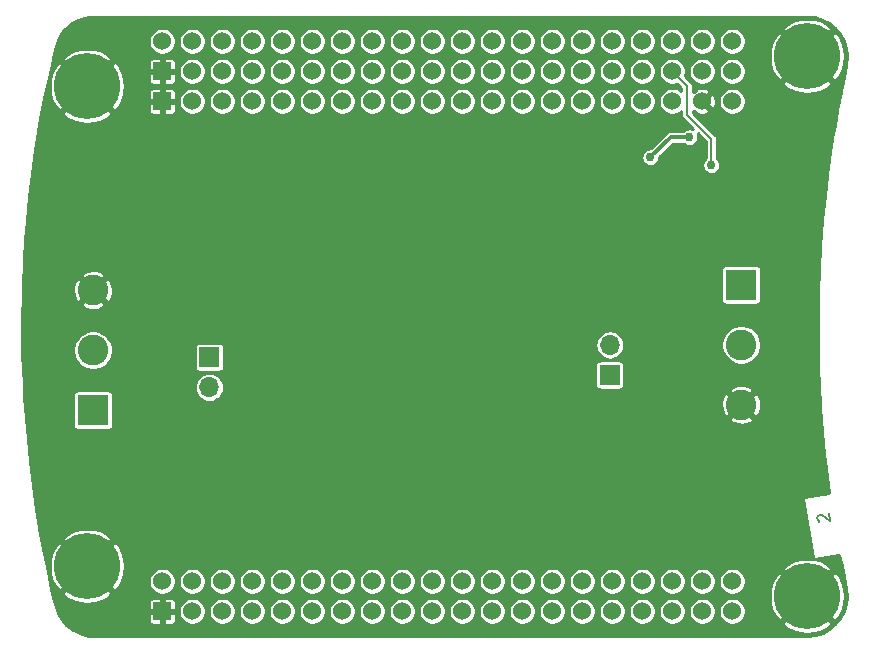
<source format=gbl>
G04 #@! TF.GenerationSoftware,KiCad,Pcbnew,(5.1.0)-1*
G04 #@! TF.CreationDate,2019-11-27T23:02:56+01:00*
G04 #@! TF.ProjectId,Canna,43616e6e-612e-46b6-9963-61645f706362,1*
G04 #@! TF.SameCoordinates,Original*
G04 #@! TF.FileFunction,Copper,L2,Bot*
G04 #@! TF.FilePolarity,Positive*
%FSLAX46Y46*%
G04 Gerber Fmt 4.6, Leading zero omitted, Abs format (unit mm)*
G04 Created by KiCad (PCBNEW (5.1.0)-1) date 2019-11-27 23:02:56*
%MOMM*%
%LPD*%
G04 APERTURE LIST*
%ADD10C,0.177800*%
%ADD11R,1.524000X1.524000*%
%ADD12C,1.524000*%
%ADD13C,5.600000*%
%ADD14C,0.600000*%
%ADD15R,2.600000X2.600000*%
%ADD16C,2.600000*%
%ADD17R,1.700000X1.700000*%
%ADD18O,1.700000X1.700000*%
%ADD19C,0.762000*%
%ADD20C,0.304800*%
%ADD21C,0.203200*%
%ADD22C,0.254000*%
G04 APERTURE END LIST*
D10*
X177540825Y-111807898D02*
X177485541Y-111767585D01*
X177422773Y-111679473D01*
X177385347Y-111440481D01*
X177418176Y-111337399D01*
X177458489Y-111282115D01*
X177546601Y-111219347D01*
X177642198Y-111204377D01*
X177793078Y-111229720D01*
X178456480Y-111713481D01*
X178359174Y-111092101D01*
D11*
X121920000Y-76200000D03*
D12*
X124460000Y-76200000D03*
X127000000Y-76200000D03*
X129540000Y-76200000D03*
X132080000Y-76200000D03*
X134620000Y-76200000D03*
X137160000Y-76200000D03*
X139700000Y-76200000D03*
X142240000Y-76200000D03*
X144780000Y-76200000D03*
X147320000Y-76200000D03*
X149860000Y-76200000D03*
X152400000Y-76200000D03*
X154940000Y-76200000D03*
X157480000Y-76200000D03*
X160020000Y-76200000D03*
X162560000Y-76200000D03*
X165100000Y-76200000D03*
X167640000Y-76200000D03*
X170180000Y-76200000D03*
D11*
X121920000Y-119380000D03*
D12*
X121920000Y-116840000D03*
X124460000Y-119380000D03*
X124460000Y-116840000D03*
X127000000Y-119380000D03*
X127000000Y-116840000D03*
X129540000Y-119380000D03*
X129540000Y-116840000D03*
X132080000Y-119380000D03*
X132080000Y-116840000D03*
X134620000Y-119380000D03*
X134620000Y-116840000D03*
X137160000Y-119380000D03*
X137160000Y-116840000D03*
X139700000Y-119380000D03*
X139700000Y-116840000D03*
X142240000Y-119380000D03*
X142240000Y-116840000D03*
X144780000Y-119380000D03*
X144780000Y-116840000D03*
X147320000Y-119380000D03*
X147320000Y-116840000D03*
X149860000Y-119380000D03*
X149860000Y-116840000D03*
X152400000Y-119380000D03*
X152400000Y-116840000D03*
X154940000Y-119380000D03*
X154940000Y-116840000D03*
X157480000Y-119380000D03*
X157480000Y-116840000D03*
X160020000Y-119380000D03*
X160020000Y-116840000D03*
X162560000Y-119380000D03*
X162560000Y-116840000D03*
X165100000Y-119380000D03*
X165100000Y-116840000D03*
X167640000Y-119380000D03*
X167640000Y-116840000D03*
X170180000Y-119380000D03*
X170180000Y-116840000D03*
D11*
X121920000Y-73660000D03*
D12*
X121920000Y-71120000D03*
X124460000Y-73660000D03*
X124460000Y-71120000D03*
X127000000Y-73660000D03*
X127000000Y-71120000D03*
X129540000Y-73660000D03*
X129540000Y-71120000D03*
X132080000Y-73660000D03*
X132080000Y-71120000D03*
X134620000Y-73660000D03*
X134620000Y-71120000D03*
X137160000Y-73660000D03*
X137160000Y-71120000D03*
X139700000Y-73660000D03*
X139700000Y-71120000D03*
X142240000Y-73660000D03*
X142240000Y-71120000D03*
X144780000Y-73660000D03*
X144780000Y-71120000D03*
X147320000Y-73660000D03*
X147320000Y-71120000D03*
X149860000Y-73660000D03*
X149860000Y-71120000D03*
X152400000Y-73660000D03*
X152400000Y-71120000D03*
X154940000Y-73660000D03*
X154940000Y-71120000D03*
X157480000Y-73660000D03*
X157480000Y-71120000D03*
X160020000Y-73660000D03*
X160020000Y-71120000D03*
X162560000Y-73660000D03*
X162560000Y-71120000D03*
X165100000Y-73660000D03*
X165100000Y-71120000D03*
X167640000Y-73660000D03*
X167640000Y-71120000D03*
X170180000Y-73660000D03*
X170180000Y-71120000D03*
D13*
X115570000Y-74930000D03*
D14*
X115570000Y-72730000D03*
X113370000Y-74930000D03*
X115570000Y-77130000D03*
X117770000Y-74930000D03*
X117120000Y-73380000D03*
X114020000Y-73380000D03*
X114020000Y-76480000D03*
X117120000Y-76480000D03*
D13*
X115570000Y-115570000D03*
D14*
X115570000Y-113370000D03*
X113370000Y-115570000D03*
X115570000Y-117770000D03*
X117770000Y-115570000D03*
X117120000Y-114020000D03*
X114020000Y-114020000D03*
X114020000Y-117120000D03*
X117120000Y-117120000D03*
D13*
X176530000Y-118110000D03*
D14*
X176530000Y-115910000D03*
X174330000Y-118110000D03*
X176530000Y-120310000D03*
X178730000Y-118110000D03*
X178080000Y-116560000D03*
X174980000Y-116560000D03*
X174980000Y-119660000D03*
X178080000Y-119660000D03*
D13*
X176530000Y-72390000D03*
D14*
X176530000Y-70190000D03*
X174330000Y-72390000D03*
X176530000Y-74590000D03*
X178730000Y-72390000D03*
X178080000Y-70840000D03*
X174980000Y-70840000D03*
X174980000Y-73940000D03*
X178080000Y-73940000D03*
D15*
X116050000Y-102350000D03*
D16*
X116050000Y-97270000D03*
X116050000Y-92190000D03*
X170930000Y-101890000D03*
X170930000Y-96810000D03*
D15*
X170930000Y-91730000D03*
D17*
X125900000Y-97870000D03*
D18*
X125900000Y-100410000D03*
X159810000Y-96830000D03*
D17*
X159810000Y-99370000D03*
D19*
X155850000Y-78850000D03*
X172150000Y-80250000D03*
X163450000Y-84150000D03*
X135050000Y-102380000D03*
X149710000Y-95870000D03*
X122510000Y-110330000D03*
X163400000Y-87920000D03*
X166550000Y-79250000D03*
X163250000Y-80950000D03*
X168415000Y-81615000D03*
D20*
X166550000Y-79250000D02*
X164950000Y-79250000D01*
X164950000Y-79250000D02*
X163250000Y-80950000D01*
D21*
X168415000Y-81615000D02*
X168415000Y-79415000D01*
X168415000Y-79415000D02*
X166350000Y-77350000D01*
X166350000Y-74910000D02*
X165100000Y-73660000D01*
X166350000Y-77350000D02*
X166350000Y-74910000D01*
D22*
G36*
X177181037Y-69102022D02*
G01*
X177807278Y-69291095D01*
X178384865Y-69598203D01*
X178891803Y-70011652D01*
X179308777Y-70515687D01*
X179619914Y-71091122D01*
X179813354Y-71716025D01*
X179882869Y-72377419D01*
X179812100Y-73061514D01*
X179689139Y-73725506D01*
X179363501Y-75328648D01*
X179362539Y-75331950D01*
X179359043Y-75350596D01*
X179355268Y-75369180D01*
X179354917Y-75372600D01*
X179057184Y-76960505D01*
X179056382Y-76963401D01*
X179053060Y-76982505D01*
X179049483Y-77001580D01*
X179049221Y-77004576D01*
X178751030Y-78719174D01*
X178750213Y-78722292D01*
X178747191Y-78741249D01*
X178743906Y-78760137D01*
X178743668Y-78763348D01*
X178469959Y-80480252D01*
X178468708Y-80485536D01*
X178466434Y-80502366D01*
X178463761Y-80519131D01*
X178463436Y-80524550D01*
X178214079Y-82369789D01*
X178213093Y-82374369D01*
X178211083Y-82391954D01*
X178208708Y-82409531D01*
X178208538Y-82414222D01*
X178009559Y-84155291D01*
X178008977Y-84158174D01*
X178007015Y-84177544D01*
X178004806Y-84196877D01*
X178004760Y-84199816D01*
X177805282Y-86169667D01*
X177804412Y-86174514D01*
X177803024Y-86191962D01*
X177801264Y-86209343D01*
X177801250Y-86214259D01*
X177626304Y-88413583D01*
X177625686Y-88417401D01*
X177624532Y-88435865D01*
X177623060Y-88454370D01*
X177623133Y-88458250D01*
X177498186Y-90457390D01*
X177497185Y-90465321D01*
X177496791Y-90479718D01*
X177495891Y-90494111D01*
X177496177Y-90502108D01*
X177445792Y-92341155D01*
X177395489Y-93976009D01*
X177394800Y-93983002D01*
X177394800Y-93998391D01*
X177394327Y-94013764D01*
X177394800Y-94020770D01*
X177394801Y-95100592D01*
X177394800Y-95100602D01*
X177394801Y-96374754D01*
X177394469Y-96378895D01*
X177394801Y-96397154D01*
X177394801Y-96415399D01*
X177395208Y-96419529D01*
X177419963Y-97781056D01*
X177419666Y-97786217D01*
X177420370Y-97803462D01*
X177420683Y-97820684D01*
X177421282Y-97825809D01*
X177471246Y-99049914D01*
X177496173Y-99997131D01*
X177495879Y-100004861D01*
X177496762Y-100019519D01*
X177497148Y-100034186D01*
X177498108Y-100041855D01*
X177623094Y-102116625D01*
X177623014Y-102120198D01*
X177624441Y-102138987D01*
X177625573Y-102157778D01*
X177626136Y-102161304D01*
X177775734Y-104131023D01*
X177775718Y-104135243D01*
X177777426Y-104153303D01*
X177778806Y-104171468D01*
X177779539Y-104175641D01*
X177954025Y-106020201D01*
X177954131Y-106025581D01*
X177956133Y-106042488D01*
X177957737Y-106059443D01*
X177958767Y-106064726D01*
X178183172Y-107959706D01*
X178183308Y-107963469D01*
X178185811Y-107981988D01*
X178187999Y-108000468D01*
X178188803Y-108004131D01*
X178375139Y-109383016D01*
X176231790Y-109704001D01*
X176207649Y-109710084D01*
X176185157Y-109720759D01*
X176165181Y-109735618D01*
X176148487Y-109754088D01*
X176135718Y-109775460D01*
X176127363Y-109798913D01*
X176123744Y-109823545D01*
X176125488Y-109851414D01*
X176989088Y-114804414D01*
X176995747Y-114828404D01*
X177006959Y-114850632D01*
X177022292Y-114870247D01*
X177041157Y-114886493D01*
X177062829Y-114898747D01*
X177086475Y-114906537D01*
X177111187Y-114909564D01*
X177133935Y-114908057D01*
X179250478Y-114575118D01*
X179430697Y-115531662D01*
X179430776Y-115532518D01*
X179434841Y-115553658D01*
X179438832Y-115574839D01*
X179439074Y-115575665D01*
X179685686Y-116858056D01*
X179686229Y-116862843D01*
X179689912Y-116880030D01*
X179693235Y-116897310D01*
X179694606Y-116901935D01*
X179837201Y-117567375D01*
X179882141Y-118106653D01*
X179817978Y-118761041D01*
X179628904Y-119387279D01*
X179321797Y-119964865D01*
X178908348Y-120471803D01*
X178404313Y-120888777D01*
X177828878Y-121199914D01*
X177203975Y-121393354D01*
X176531904Y-121463991D01*
X176529264Y-121464000D01*
X116140781Y-121464000D01*
X115700440Y-121440825D01*
X115350876Y-121375281D01*
X114922986Y-121240158D01*
X114581998Y-121081030D01*
X114339385Y-120948696D01*
X114027152Y-120725673D01*
X113801168Y-120522287D01*
X113603956Y-120325075D01*
X113466650Y-120142000D01*
X120775157Y-120142000D01*
X120782513Y-120216689D01*
X120804299Y-120288508D01*
X120839678Y-120354696D01*
X120887289Y-120412711D01*
X120945304Y-120460322D01*
X121011492Y-120495701D01*
X121083311Y-120517487D01*
X121158000Y-120524843D01*
X121697750Y-120523000D01*
X121793000Y-120427750D01*
X121793000Y-119507000D01*
X122047000Y-119507000D01*
X122047000Y-120427750D01*
X122142250Y-120523000D01*
X122682000Y-120524843D01*
X122756689Y-120517487D01*
X122828508Y-120495701D01*
X122894696Y-120460322D01*
X122952711Y-120412711D01*
X123000322Y-120354696D01*
X123035701Y-120288508D01*
X123057487Y-120216689D01*
X123064843Y-120142000D01*
X123063000Y-119602250D01*
X122967750Y-119507000D01*
X122047000Y-119507000D01*
X121793000Y-119507000D01*
X120872250Y-119507000D01*
X120777000Y-119602250D01*
X120775157Y-120142000D01*
X113466650Y-120142000D01*
X113402393Y-120056325D01*
X113268921Y-119856117D01*
X113110928Y-119562701D01*
X112984381Y-119267424D01*
X123317000Y-119267424D01*
X123317000Y-119492576D01*
X123360925Y-119713401D01*
X123447087Y-119921413D01*
X123572174Y-120108620D01*
X123731380Y-120267826D01*
X123918587Y-120392913D01*
X124126599Y-120479075D01*
X124347424Y-120523000D01*
X124572576Y-120523000D01*
X124793401Y-120479075D01*
X125001413Y-120392913D01*
X125188620Y-120267826D01*
X125347826Y-120108620D01*
X125472913Y-119921413D01*
X125559075Y-119713401D01*
X125603000Y-119492576D01*
X125603000Y-119267424D01*
X125857000Y-119267424D01*
X125857000Y-119492576D01*
X125900925Y-119713401D01*
X125987087Y-119921413D01*
X126112174Y-120108620D01*
X126271380Y-120267826D01*
X126458587Y-120392913D01*
X126666599Y-120479075D01*
X126887424Y-120523000D01*
X127112576Y-120523000D01*
X127333401Y-120479075D01*
X127541413Y-120392913D01*
X127728620Y-120267826D01*
X127887826Y-120108620D01*
X128012913Y-119921413D01*
X128099075Y-119713401D01*
X128143000Y-119492576D01*
X128143000Y-119267424D01*
X128397000Y-119267424D01*
X128397000Y-119492576D01*
X128440925Y-119713401D01*
X128527087Y-119921413D01*
X128652174Y-120108620D01*
X128811380Y-120267826D01*
X128998587Y-120392913D01*
X129206599Y-120479075D01*
X129427424Y-120523000D01*
X129652576Y-120523000D01*
X129873401Y-120479075D01*
X130081413Y-120392913D01*
X130268620Y-120267826D01*
X130427826Y-120108620D01*
X130552913Y-119921413D01*
X130639075Y-119713401D01*
X130683000Y-119492576D01*
X130683000Y-119267424D01*
X130937000Y-119267424D01*
X130937000Y-119492576D01*
X130980925Y-119713401D01*
X131067087Y-119921413D01*
X131192174Y-120108620D01*
X131351380Y-120267826D01*
X131538587Y-120392913D01*
X131746599Y-120479075D01*
X131967424Y-120523000D01*
X132192576Y-120523000D01*
X132413401Y-120479075D01*
X132621413Y-120392913D01*
X132808620Y-120267826D01*
X132967826Y-120108620D01*
X133092913Y-119921413D01*
X133179075Y-119713401D01*
X133223000Y-119492576D01*
X133223000Y-119267424D01*
X133477000Y-119267424D01*
X133477000Y-119492576D01*
X133520925Y-119713401D01*
X133607087Y-119921413D01*
X133732174Y-120108620D01*
X133891380Y-120267826D01*
X134078587Y-120392913D01*
X134286599Y-120479075D01*
X134507424Y-120523000D01*
X134732576Y-120523000D01*
X134953401Y-120479075D01*
X135161413Y-120392913D01*
X135348620Y-120267826D01*
X135507826Y-120108620D01*
X135632913Y-119921413D01*
X135719075Y-119713401D01*
X135763000Y-119492576D01*
X135763000Y-119267424D01*
X136017000Y-119267424D01*
X136017000Y-119492576D01*
X136060925Y-119713401D01*
X136147087Y-119921413D01*
X136272174Y-120108620D01*
X136431380Y-120267826D01*
X136618587Y-120392913D01*
X136826599Y-120479075D01*
X137047424Y-120523000D01*
X137272576Y-120523000D01*
X137493401Y-120479075D01*
X137701413Y-120392913D01*
X137888620Y-120267826D01*
X138047826Y-120108620D01*
X138172913Y-119921413D01*
X138259075Y-119713401D01*
X138303000Y-119492576D01*
X138303000Y-119267424D01*
X138557000Y-119267424D01*
X138557000Y-119492576D01*
X138600925Y-119713401D01*
X138687087Y-119921413D01*
X138812174Y-120108620D01*
X138971380Y-120267826D01*
X139158587Y-120392913D01*
X139366599Y-120479075D01*
X139587424Y-120523000D01*
X139812576Y-120523000D01*
X140033401Y-120479075D01*
X140241413Y-120392913D01*
X140428620Y-120267826D01*
X140587826Y-120108620D01*
X140712913Y-119921413D01*
X140799075Y-119713401D01*
X140843000Y-119492576D01*
X140843000Y-119267424D01*
X141097000Y-119267424D01*
X141097000Y-119492576D01*
X141140925Y-119713401D01*
X141227087Y-119921413D01*
X141352174Y-120108620D01*
X141511380Y-120267826D01*
X141698587Y-120392913D01*
X141906599Y-120479075D01*
X142127424Y-120523000D01*
X142352576Y-120523000D01*
X142573401Y-120479075D01*
X142781413Y-120392913D01*
X142968620Y-120267826D01*
X143127826Y-120108620D01*
X143252913Y-119921413D01*
X143339075Y-119713401D01*
X143383000Y-119492576D01*
X143383000Y-119267424D01*
X143637000Y-119267424D01*
X143637000Y-119492576D01*
X143680925Y-119713401D01*
X143767087Y-119921413D01*
X143892174Y-120108620D01*
X144051380Y-120267826D01*
X144238587Y-120392913D01*
X144446599Y-120479075D01*
X144667424Y-120523000D01*
X144892576Y-120523000D01*
X145113401Y-120479075D01*
X145321413Y-120392913D01*
X145508620Y-120267826D01*
X145667826Y-120108620D01*
X145792913Y-119921413D01*
X145879075Y-119713401D01*
X145923000Y-119492576D01*
X145923000Y-119267424D01*
X146177000Y-119267424D01*
X146177000Y-119492576D01*
X146220925Y-119713401D01*
X146307087Y-119921413D01*
X146432174Y-120108620D01*
X146591380Y-120267826D01*
X146778587Y-120392913D01*
X146986599Y-120479075D01*
X147207424Y-120523000D01*
X147432576Y-120523000D01*
X147653401Y-120479075D01*
X147861413Y-120392913D01*
X148048620Y-120267826D01*
X148207826Y-120108620D01*
X148332913Y-119921413D01*
X148419075Y-119713401D01*
X148463000Y-119492576D01*
X148463000Y-119267424D01*
X148717000Y-119267424D01*
X148717000Y-119492576D01*
X148760925Y-119713401D01*
X148847087Y-119921413D01*
X148972174Y-120108620D01*
X149131380Y-120267826D01*
X149318587Y-120392913D01*
X149526599Y-120479075D01*
X149747424Y-120523000D01*
X149972576Y-120523000D01*
X150193401Y-120479075D01*
X150401413Y-120392913D01*
X150588620Y-120267826D01*
X150747826Y-120108620D01*
X150872913Y-119921413D01*
X150959075Y-119713401D01*
X151003000Y-119492576D01*
X151003000Y-119267424D01*
X151257000Y-119267424D01*
X151257000Y-119492576D01*
X151300925Y-119713401D01*
X151387087Y-119921413D01*
X151512174Y-120108620D01*
X151671380Y-120267826D01*
X151858587Y-120392913D01*
X152066599Y-120479075D01*
X152287424Y-120523000D01*
X152512576Y-120523000D01*
X152733401Y-120479075D01*
X152941413Y-120392913D01*
X153128620Y-120267826D01*
X153287826Y-120108620D01*
X153412913Y-119921413D01*
X153499075Y-119713401D01*
X153543000Y-119492576D01*
X153543000Y-119267424D01*
X153797000Y-119267424D01*
X153797000Y-119492576D01*
X153840925Y-119713401D01*
X153927087Y-119921413D01*
X154052174Y-120108620D01*
X154211380Y-120267826D01*
X154398587Y-120392913D01*
X154606599Y-120479075D01*
X154827424Y-120523000D01*
X155052576Y-120523000D01*
X155273401Y-120479075D01*
X155481413Y-120392913D01*
X155668620Y-120267826D01*
X155827826Y-120108620D01*
X155952913Y-119921413D01*
X156039075Y-119713401D01*
X156083000Y-119492576D01*
X156083000Y-119267424D01*
X156337000Y-119267424D01*
X156337000Y-119492576D01*
X156380925Y-119713401D01*
X156467087Y-119921413D01*
X156592174Y-120108620D01*
X156751380Y-120267826D01*
X156938587Y-120392913D01*
X157146599Y-120479075D01*
X157367424Y-120523000D01*
X157592576Y-120523000D01*
X157813401Y-120479075D01*
X158021413Y-120392913D01*
X158208620Y-120267826D01*
X158367826Y-120108620D01*
X158492913Y-119921413D01*
X158579075Y-119713401D01*
X158623000Y-119492576D01*
X158623000Y-119267424D01*
X158877000Y-119267424D01*
X158877000Y-119492576D01*
X158920925Y-119713401D01*
X159007087Y-119921413D01*
X159132174Y-120108620D01*
X159291380Y-120267826D01*
X159478587Y-120392913D01*
X159686599Y-120479075D01*
X159907424Y-120523000D01*
X160132576Y-120523000D01*
X160353401Y-120479075D01*
X160561413Y-120392913D01*
X160748620Y-120267826D01*
X160907826Y-120108620D01*
X161032913Y-119921413D01*
X161119075Y-119713401D01*
X161163000Y-119492576D01*
X161163000Y-119267424D01*
X161417000Y-119267424D01*
X161417000Y-119492576D01*
X161460925Y-119713401D01*
X161547087Y-119921413D01*
X161672174Y-120108620D01*
X161831380Y-120267826D01*
X162018587Y-120392913D01*
X162226599Y-120479075D01*
X162447424Y-120523000D01*
X162672576Y-120523000D01*
X162893401Y-120479075D01*
X163101413Y-120392913D01*
X163288620Y-120267826D01*
X163447826Y-120108620D01*
X163572913Y-119921413D01*
X163659075Y-119713401D01*
X163703000Y-119492576D01*
X163703000Y-119267424D01*
X163957000Y-119267424D01*
X163957000Y-119492576D01*
X164000925Y-119713401D01*
X164087087Y-119921413D01*
X164212174Y-120108620D01*
X164371380Y-120267826D01*
X164558587Y-120392913D01*
X164766599Y-120479075D01*
X164987424Y-120523000D01*
X165212576Y-120523000D01*
X165433401Y-120479075D01*
X165641413Y-120392913D01*
X165828620Y-120267826D01*
X165987826Y-120108620D01*
X166112913Y-119921413D01*
X166199075Y-119713401D01*
X166243000Y-119492576D01*
X166243000Y-119267424D01*
X166497000Y-119267424D01*
X166497000Y-119492576D01*
X166540925Y-119713401D01*
X166627087Y-119921413D01*
X166752174Y-120108620D01*
X166911380Y-120267826D01*
X167098587Y-120392913D01*
X167306599Y-120479075D01*
X167527424Y-120523000D01*
X167752576Y-120523000D01*
X167973401Y-120479075D01*
X168181413Y-120392913D01*
X168368620Y-120267826D01*
X168527826Y-120108620D01*
X168652913Y-119921413D01*
X168739075Y-119713401D01*
X168783000Y-119492576D01*
X168783000Y-119267424D01*
X169037000Y-119267424D01*
X169037000Y-119492576D01*
X169080925Y-119713401D01*
X169167087Y-119921413D01*
X169292174Y-120108620D01*
X169451380Y-120267826D01*
X169638587Y-120392913D01*
X169846599Y-120479075D01*
X170067424Y-120523000D01*
X170292576Y-120523000D01*
X170513401Y-120479075D01*
X170721413Y-120392913D01*
X170724575Y-120390800D01*
X174428805Y-120390800D01*
X174755437Y-120768541D01*
X175308190Y-121063659D01*
X175907897Y-121245268D01*
X176531510Y-121306391D01*
X177155066Y-121244679D01*
X177754601Y-121062502D01*
X178304563Y-120768541D01*
X178631195Y-120390800D01*
X176530000Y-118289605D01*
X174428805Y-120390800D01*
X170724575Y-120390800D01*
X170908620Y-120267826D01*
X171067826Y-120108620D01*
X171192913Y-119921413D01*
X171279075Y-119713401D01*
X171323000Y-119492576D01*
X171323000Y-119267424D01*
X171279075Y-119046599D01*
X171192913Y-118838587D01*
X171067826Y-118651380D01*
X170908620Y-118492174D01*
X170721413Y-118367087D01*
X170513401Y-118280925D01*
X170292576Y-118237000D01*
X170067424Y-118237000D01*
X169846599Y-118280925D01*
X169638587Y-118367087D01*
X169451380Y-118492174D01*
X169292174Y-118651380D01*
X169167087Y-118838587D01*
X169080925Y-119046599D01*
X169037000Y-119267424D01*
X168783000Y-119267424D01*
X168739075Y-119046599D01*
X168652913Y-118838587D01*
X168527826Y-118651380D01*
X168368620Y-118492174D01*
X168181413Y-118367087D01*
X167973401Y-118280925D01*
X167752576Y-118237000D01*
X167527424Y-118237000D01*
X167306599Y-118280925D01*
X167098587Y-118367087D01*
X166911380Y-118492174D01*
X166752174Y-118651380D01*
X166627087Y-118838587D01*
X166540925Y-119046599D01*
X166497000Y-119267424D01*
X166243000Y-119267424D01*
X166199075Y-119046599D01*
X166112913Y-118838587D01*
X165987826Y-118651380D01*
X165828620Y-118492174D01*
X165641413Y-118367087D01*
X165433401Y-118280925D01*
X165212576Y-118237000D01*
X164987424Y-118237000D01*
X164766599Y-118280925D01*
X164558587Y-118367087D01*
X164371380Y-118492174D01*
X164212174Y-118651380D01*
X164087087Y-118838587D01*
X164000925Y-119046599D01*
X163957000Y-119267424D01*
X163703000Y-119267424D01*
X163659075Y-119046599D01*
X163572913Y-118838587D01*
X163447826Y-118651380D01*
X163288620Y-118492174D01*
X163101413Y-118367087D01*
X162893401Y-118280925D01*
X162672576Y-118237000D01*
X162447424Y-118237000D01*
X162226599Y-118280925D01*
X162018587Y-118367087D01*
X161831380Y-118492174D01*
X161672174Y-118651380D01*
X161547087Y-118838587D01*
X161460925Y-119046599D01*
X161417000Y-119267424D01*
X161163000Y-119267424D01*
X161119075Y-119046599D01*
X161032913Y-118838587D01*
X160907826Y-118651380D01*
X160748620Y-118492174D01*
X160561413Y-118367087D01*
X160353401Y-118280925D01*
X160132576Y-118237000D01*
X159907424Y-118237000D01*
X159686599Y-118280925D01*
X159478587Y-118367087D01*
X159291380Y-118492174D01*
X159132174Y-118651380D01*
X159007087Y-118838587D01*
X158920925Y-119046599D01*
X158877000Y-119267424D01*
X158623000Y-119267424D01*
X158579075Y-119046599D01*
X158492913Y-118838587D01*
X158367826Y-118651380D01*
X158208620Y-118492174D01*
X158021413Y-118367087D01*
X157813401Y-118280925D01*
X157592576Y-118237000D01*
X157367424Y-118237000D01*
X157146599Y-118280925D01*
X156938587Y-118367087D01*
X156751380Y-118492174D01*
X156592174Y-118651380D01*
X156467087Y-118838587D01*
X156380925Y-119046599D01*
X156337000Y-119267424D01*
X156083000Y-119267424D01*
X156039075Y-119046599D01*
X155952913Y-118838587D01*
X155827826Y-118651380D01*
X155668620Y-118492174D01*
X155481413Y-118367087D01*
X155273401Y-118280925D01*
X155052576Y-118237000D01*
X154827424Y-118237000D01*
X154606599Y-118280925D01*
X154398587Y-118367087D01*
X154211380Y-118492174D01*
X154052174Y-118651380D01*
X153927087Y-118838587D01*
X153840925Y-119046599D01*
X153797000Y-119267424D01*
X153543000Y-119267424D01*
X153499075Y-119046599D01*
X153412913Y-118838587D01*
X153287826Y-118651380D01*
X153128620Y-118492174D01*
X152941413Y-118367087D01*
X152733401Y-118280925D01*
X152512576Y-118237000D01*
X152287424Y-118237000D01*
X152066599Y-118280925D01*
X151858587Y-118367087D01*
X151671380Y-118492174D01*
X151512174Y-118651380D01*
X151387087Y-118838587D01*
X151300925Y-119046599D01*
X151257000Y-119267424D01*
X151003000Y-119267424D01*
X150959075Y-119046599D01*
X150872913Y-118838587D01*
X150747826Y-118651380D01*
X150588620Y-118492174D01*
X150401413Y-118367087D01*
X150193401Y-118280925D01*
X149972576Y-118237000D01*
X149747424Y-118237000D01*
X149526599Y-118280925D01*
X149318587Y-118367087D01*
X149131380Y-118492174D01*
X148972174Y-118651380D01*
X148847087Y-118838587D01*
X148760925Y-119046599D01*
X148717000Y-119267424D01*
X148463000Y-119267424D01*
X148419075Y-119046599D01*
X148332913Y-118838587D01*
X148207826Y-118651380D01*
X148048620Y-118492174D01*
X147861413Y-118367087D01*
X147653401Y-118280925D01*
X147432576Y-118237000D01*
X147207424Y-118237000D01*
X146986599Y-118280925D01*
X146778587Y-118367087D01*
X146591380Y-118492174D01*
X146432174Y-118651380D01*
X146307087Y-118838587D01*
X146220925Y-119046599D01*
X146177000Y-119267424D01*
X145923000Y-119267424D01*
X145879075Y-119046599D01*
X145792913Y-118838587D01*
X145667826Y-118651380D01*
X145508620Y-118492174D01*
X145321413Y-118367087D01*
X145113401Y-118280925D01*
X144892576Y-118237000D01*
X144667424Y-118237000D01*
X144446599Y-118280925D01*
X144238587Y-118367087D01*
X144051380Y-118492174D01*
X143892174Y-118651380D01*
X143767087Y-118838587D01*
X143680925Y-119046599D01*
X143637000Y-119267424D01*
X143383000Y-119267424D01*
X143339075Y-119046599D01*
X143252913Y-118838587D01*
X143127826Y-118651380D01*
X142968620Y-118492174D01*
X142781413Y-118367087D01*
X142573401Y-118280925D01*
X142352576Y-118237000D01*
X142127424Y-118237000D01*
X141906599Y-118280925D01*
X141698587Y-118367087D01*
X141511380Y-118492174D01*
X141352174Y-118651380D01*
X141227087Y-118838587D01*
X141140925Y-119046599D01*
X141097000Y-119267424D01*
X140843000Y-119267424D01*
X140799075Y-119046599D01*
X140712913Y-118838587D01*
X140587826Y-118651380D01*
X140428620Y-118492174D01*
X140241413Y-118367087D01*
X140033401Y-118280925D01*
X139812576Y-118237000D01*
X139587424Y-118237000D01*
X139366599Y-118280925D01*
X139158587Y-118367087D01*
X138971380Y-118492174D01*
X138812174Y-118651380D01*
X138687087Y-118838587D01*
X138600925Y-119046599D01*
X138557000Y-119267424D01*
X138303000Y-119267424D01*
X138259075Y-119046599D01*
X138172913Y-118838587D01*
X138047826Y-118651380D01*
X137888620Y-118492174D01*
X137701413Y-118367087D01*
X137493401Y-118280925D01*
X137272576Y-118237000D01*
X137047424Y-118237000D01*
X136826599Y-118280925D01*
X136618587Y-118367087D01*
X136431380Y-118492174D01*
X136272174Y-118651380D01*
X136147087Y-118838587D01*
X136060925Y-119046599D01*
X136017000Y-119267424D01*
X135763000Y-119267424D01*
X135719075Y-119046599D01*
X135632913Y-118838587D01*
X135507826Y-118651380D01*
X135348620Y-118492174D01*
X135161413Y-118367087D01*
X134953401Y-118280925D01*
X134732576Y-118237000D01*
X134507424Y-118237000D01*
X134286599Y-118280925D01*
X134078587Y-118367087D01*
X133891380Y-118492174D01*
X133732174Y-118651380D01*
X133607087Y-118838587D01*
X133520925Y-119046599D01*
X133477000Y-119267424D01*
X133223000Y-119267424D01*
X133179075Y-119046599D01*
X133092913Y-118838587D01*
X132967826Y-118651380D01*
X132808620Y-118492174D01*
X132621413Y-118367087D01*
X132413401Y-118280925D01*
X132192576Y-118237000D01*
X131967424Y-118237000D01*
X131746599Y-118280925D01*
X131538587Y-118367087D01*
X131351380Y-118492174D01*
X131192174Y-118651380D01*
X131067087Y-118838587D01*
X130980925Y-119046599D01*
X130937000Y-119267424D01*
X130683000Y-119267424D01*
X130639075Y-119046599D01*
X130552913Y-118838587D01*
X130427826Y-118651380D01*
X130268620Y-118492174D01*
X130081413Y-118367087D01*
X129873401Y-118280925D01*
X129652576Y-118237000D01*
X129427424Y-118237000D01*
X129206599Y-118280925D01*
X128998587Y-118367087D01*
X128811380Y-118492174D01*
X128652174Y-118651380D01*
X128527087Y-118838587D01*
X128440925Y-119046599D01*
X128397000Y-119267424D01*
X128143000Y-119267424D01*
X128099075Y-119046599D01*
X128012913Y-118838587D01*
X127887826Y-118651380D01*
X127728620Y-118492174D01*
X127541413Y-118367087D01*
X127333401Y-118280925D01*
X127112576Y-118237000D01*
X126887424Y-118237000D01*
X126666599Y-118280925D01*
X126458587Y-118367087D01*
X126271380Y-118492174D01*
X126112174Y-118651380D01*
X125987087Y-118838587D01*
X125900925Y-119046599D01*
X125857000Y-119267424D01*
X125603000Y-119267424D01*
X125559075Y-119046599D01*
X125472913Y-118838587D01*
X125347826Y-118651380D01*
X125188620Y-118492174D01*
X125001413Y-118367087D01*
X124793401Y-118280925D01*
X124572576Y-118237000D01*
X124347424Y-118237000D01*
X124126599Y-118280925D01*
X123918587Y-118367087D01*
X123731380Y-118492174D01*
X123572174Y-118651380D01*
X123447087Y-118838587D01*
X123360925Y-119046599D01*
X123317000Y-119267424D01*
X112984381Y-119267424D01*
X112979512Y-119256065D01*
X112892175Y-118928553D01*
X112892174Y-118928548D01*
X112786062Y-118530629D01*
X112620250Y-117850800D01*
X113468805Y-117850800D01*
X113795437Y-118228541D01*
X114348190Y-118523659D01*
X114947897Y-118705268D01*
X115571510Y-118766391D01*
X116195066Y-118704679D01*
X116480322Y-118618000D01*
X120775157Y-118618000D01*
X120777000Y-119157750D01*
X120872250Y-119253000D01*
X121793000Y-119253000D01*
X121793000Y-118332250D01*
X122047000Y-118332250D01*
X122047000Y-119253000D01*
X122967750Y-119253000D01*
X123063000Y-119157750D01*
X123064843Y-118618000D01*
X123057487Y-118543311D01*
X123035701Y-118471492D01*
X123000322Y-118405304D01*
X122952711Y-118347289D01*
X122894696Y-118299678D01*
X122828508Y-118264299D01*
X122756689Y-118242513D01*
X122682000Y-118235157D01*
X122142250Y-118237000D01*
X122047000Y-118332250D01*
X121793000Y-118332250D01*
X121697750Y-118237000D01*
X121158000Y-118235157D01*
X121083311Y-118242513D01*
X121011492Y-118264299D01*
X120945304Y-118299678D01*
X120887289Y-118347289D01*
X120839678Y-118405304D01*
X120804299Y-118471492D01*
X120782513Y-118543311D01*
X120775157Y-118618000D01*
X116480322Y-118618000D01*
X116794601Y-118522502D01*
X117344563Y-118228541D01*
X117445759Y-118111510D01*
X173333609Y-118111510D01*
X173395321Y-118735066D01*
X173577498Y-119334601D01*
X173871459Y-119884563D01*
X174249200Y-120211195D01*
X176350395Y-118110000D01*
X176709605Y-118110000D01*
X178810800Y-120211195D01*
X179188541Y-119884563D01*
X179483659Y-119331810D01*
X179665268Y-118732103D01*
X179726391Y-118108490D01*
X179664679Y-117484934D01*
X179482502Y-116885399D01*
X179188541Y-116335437D01*
X178810800Y-116008805D01*
X176709605Y-118110000D01*
X176350395Y-118110000D01*
X174249200Y-116008805D01*
X173871459Y-116335437D01*
X173576341Y-116888190D01*
X173394732Y-117487897D01*
X173333609Y-118111510D01*
X117445759Y-118111510D01*
X117671195Y-117850800D01*
X115570000Y-115749605D01*
X113468805Y-117850800D01*
X112620250Y-117850800D01*
X112534768Y-117500325D01*
X112122788Y-115571510D01*
X112373609Y-115571510D01*
X112435321Y-116195066D01*
X112617498Y-116794601D01*
X112911459Y-117344563D01*
X113289200Y-117671195D01*
X115390395Y-115570000D01*
X115749605Y-115570000D01*
X117850800Y-117671195D01*
X118228541Y-117344563D01*
X118523659Y-116791810D01*
X118543156Y-116727424D01*
X120777000Y-116727424D01*
X120777000Y-116952576D01*
X120820925Y-117173401D01*
X120907087Y-117381413D01*
X121032174Y-117568620D01*
X121191380Y-117727826D01*
X121378587Y-117852913D01*
X121586599Y-117939075D01*
X121807424Y-117983000D01*
X122032576Y-117983000D01*
X122253401Y-117939075D01*
X122461413Y-117852913D01*
X122648620Y-117727826D01*
X122807826Y-117568620D01*
X122932913Y-117381413D01*
X123019075Y-117173401D01*
X123063000Y-116952576D01*
X123063000Y-116727424D01*
X123317000Y-116727424D01*
X123317000Y-116952576D01*
X123360925Y-117173401D01*
X123447087Y-117381413D01*
X123572174Y-117568620D01*
X123731380Y-117727826D01*
X123918587Y-117852913D01*
X124126599Y-117939075D01*
X124347424Y-117983000D01*
X124572576Y-117983000D01*
X124793401Y-117939075D01*
X125001413Y-117852913D01*
X125188620Y-117727826D01*
X125347826Y-117568620D01*
X125472913Y-117381413D01*
X125559075Y-117173401D01*
X125603000Y-116952576D01*
X125603000Y-116727424D01*
X125857000Y-116727424D01*
X125857000Y-116952576D01*
X125900925Y-117173401D01*
X125987087Y-117381413D01*
X126112174Y-117568620D01*
X126271380Y-117727826D01*
X126458587Y-117852913D01*
X126666599Y-117939075D01*
X126887424Y-117983000D01*
X127112576Y-117983000D01*
X127333401Y-117939075D01*
X127541413Y-117852913D01*
X127728620Y-117727826D01*
X127887826Y-117568620D01*
X128012913Y-117381413D01*
X128099075Y-117173401D01*
X128143000Y-116952576D01*
X128143000Y-116727424D01*
X128397000Y-116727424D01*
X128397000Y-116952576D01*
X128440925Y-117173401D01*
X128527087Y-117381413D01*
X128652174Y-117568620D01*
X128811380Y-117727826D01*
X128998587Y-117852913D01*
X129206599Y-117939075D01*
X129427424Y-117983000D01*
X129652576Y-117983000D01*
X129873401Y-117939075D01*
X130081413Y-117852913D01*
X130268620Y-117727826D01*
X130427826Y-117568620D01*
X130552913Y-117381413D01*
X130639075Y-117173401D01*
X130683000Y-116952576D01*
X130683000Y-116727424D01*
X130937000Y-116727424D01*
X130937000Y-116952576D01*
X130980925Y-117173401D01*
X131067087Y-117381413D01*
X131192174Y-117568620D01*
X131351380Y-117727826D01*
X131538587Y-117852913D01*
X131746599Y-117939075D01*
X131967424Y-117983000D01*
X132192576Y-117983000D01*
X132413401Y-117939075D01*
X132621413Y-117852913D01*
X132808620Y-117727826D01*
X132967826Y-117568620D01*
X133092913Y-117381413D01*
X133179075Y-117173401D01*
X133223000Y-116952576D01*
X133223000Y-116727424D01*
X133477000Y-116727424D01*
X133477000Y-116952576D01*
X133520925Y-117173401D01*
X133607087Y-117381413D01*
X133732174Y-117568620D01*
X133891380Y-117727826D01*
X134078587Y-117852913D01*
X134286599Y-117939075D01*
X134507424Y-117983000D01*
X134732576Y-117983000D01*
X134953401Y-117939075D01*
X135161413Y-117852913D01*
X135348620Y-117727826D01*
X135507826Y-117568620D01*
X135632913Y-117381413D01*
X135719075Y-117173401D01*
X135763000Y-116952576D01*
X135763000Y-116727424D01*
X136017000Y-116727424D01*
X136017000Y-116952576D01*
X136060925Y-117173401D01*
X136147087Y-117381413D01*
X136272174Y-117568620D01*
X136431380Y-117727826D01*
X136618587Y-117852913D01*
X136826599Y-117939075D01*
X137047424Y-117983000D01*
X137272576Y-117983000D01*
X137493401Y-117939075D01*
X137701413Y-117852913D01*
X137888620Y-117727826D01*
X138047826Y-117568620D01*
X138172913Y-117381413D01*
X138259075Y-117173401D01*
X138303000Y-116952576D01*
X138303000Y-116727424D01*
X138557000Y-116727424D01*
X138557000Y-116952576D01*
X138600925Y-117173401D01*
X138687087Y-117381413D01*
X138812174Y-117568620D01*
X138971380Y-117727826D01*
X139158587Y-117852913D01*
X139366599Y-117939075D01*
X139587424Y-117983000D01*
X139812576Y-117983000D01*
X140033401Y-117939075D01*
X140241413Y-117852913D01*
X140428620Y-117727826D01*
X140587826Y-117568620D01*
X140712913Y-117381413D01*
X140799075Y-117173401D01*
X140843000Y-116952576D01*
X140843000Y-116727424D01*
X141097000Y-116727424D01*
X141097000Y-116952576D01*
X141140925Y-117173401D01*
X141227087Y-117381413D01*
X141352174Y-117568620D01*
X141511380Y-117727826D01*
X141698587Y-117852913D01*
X141906599Y-117939075D01*
X142127424Y-117983000D01*
X142352576Y-117983000D01*
X142573401Y-117939075D01*
X142781413Y-117852913D01*
X142968620Y-117727826D01*
X143127826Y-117568620D01*
X143252913Y-117381413D01*
X143339075Y-117173401D01*
X143383000Y-116952576D01*
X143383000Y-116727424D01*
X143637000Y-116727424D01*
X143637000Y-116952576D01*
X143680925Y-117173401D01*
X143767087Y-117381413D01*
X143892174Y-117568620D01*
X144051380Y-117727826D01*
X144238587Y-117852913D01*
X144446599Y-117939075D01*
X144667424Y-117983000D01*
X144892576Y-117983000D01*
X145113401Y-117939075D01*
X145321413Y-117852913D01*
X145508620Y-117727826D01*
X145667826Y-117568620D01*
X145792913Y-117381413D01*
X145879075Y-117173401D01*
X145923000Y-116952576D01*
X145923000Y-116727424D01*
X146177000Y-116727424D01*
X146177000Y-116952576D01*
X146220925Y-117173401D01*
X146307087Y-117381413D01*
X146432174Y-117568620D01*
X146591380Y-117727826D01*
X146778587Y-117852913D01*
X146986599Y-117939075D01*
X147207424Y-117983000D01*
X147432576Y-117983000D01*
X147653401Y-117939075D01*
X147861413Y-117852913D01*
X148048620Y-117727826D01*
X148207826Y-117568620D01*
X148332913Y-117381413D01*
X148419075Y-117173401D01*
X148463000Y-116952576D01*
X148463000Y-116727424D01*
X148717000Y-116727424D01*
X148717000Y-116952576D01*
X148760925Y-117173401D01*
X148847087Y-117381413D01*
X148972174Y-117568620D01*
X149131380Y-117727826D01*
X149318587Y-117852913D01*
X149526599Y-117939075D01*
X149747424Y-117983000D01*
X149972576Y-117983000D01*
X150193401Y-117939075D01*
X150401413Y-117852913D01*
X150588620Y-117727826D01*
X150747826Y-117568620D01*
X150872913Y-117381413D01*
X150959075Y-117173401D01*
X151003000Y-116952576D01*
X151003000Y-116727424D01*
X151257000Y-116727424D01*
X151257000Y-116952576D01*
X151300925Y-117173401D01*
X151387087Y-117381413D01*
X151512174Y-117568620D01*
X151671380Y-117727826D01*
X151858587Y-117852913D01*
X152066599Y-117939075D01*
X152287424Y-117983000D01*
X152512576Y-117983000D01*
X152733401Y-117939075D01*
X152941413Y-117852913D01*
X153128620Y-117727826D01*
X153287826Y-117568620D01*
X153412913Y-117381413D01*
X153499075Y-117173401D01*
X153543000Y-116952576D01*
X153543000Y-116727424D01*
X153797000Y-116727424D01*
X153797000Y-116952576D01*
X153840925Y-117173401D01*
X153927087Y-117381413D01*
X154052174Y-117568620D01*
X154211380Y-117727826D01*
X154398587Y-117852913D01*
X154606599Y-117939075D01*
X154827424Y-117983000D01*
X155052576Y-117983000D01*
X155273401Y-117939075D01*
X155481413Y-117852913D01*
X155668620Y-117727826D01*
X155827826Y-117568620D01*
X155952913Y-117381413D01*
X156039075Y-117173401D01*
X156083000Y-116952576D01*
X156083000Y-116727424D01*
X156337000Y-116727424D01*
X156337000Y-116952576D01*
X156380925Y-117173401D01*
X156467087Y-117381413D01*
X156592174Y-117568620D01*
X156751380Y-117727826D01*
X156938587Y-117852913D01*
X157146599Y-117939075D01*
X157367424Y-117983000D01*
X157592576Y-117983000D01*
X157813401Y-117939075D01*
X158021413Y-117852913D01*
X158208620Y-117727826D01*
X158367826Y-117568620D01*
X158492913Y-117381413D01*
X158579075Y-117173401D01*
X158623000Y-116952576D01*
X158623000Y-116727424D01*
X158877000Y-116727424D01*
X158877000Y-116952576D01*
X158920925Y-117173401D01*
X159007087Y-117381413D01*
X159132174Y-117568620D01*
X159291380Y-117727826D01*
X159478587Y-117852913D01*
X159686599Y-117939075D01*
X159907424Y-117983000D01*
X160132576Y-117983000D01*
X160353401Y-117939075D01*
X160561413Y-117852913D01*
X160748620Y-117727826D01*
X160907826Y-117568620D01*
X161032913Y-117381413D01*
X161119075Y-117173401D01*
X161163000Y-116952576D01*
X161163000Y-116727424D01*
X161417000Y-116727424D01*
X161417000Y-116952576D01*
X161460925Y-117173401D01*
X161547087Y-117381413D01*
X161672174Y-117568620D01*
X161831380Y-117727826D01*
X162018587Y-117852913D01*
X162226599Y-117939075D01*
X162447424Y-117983000D01*
X162672576Y-117983000D01*
X162893401Y-117939075D01*
X163101413Y-117852913D01*
X163288620Y-117727826D01*
X163447826Y-117568620D01*
X163572913Y-117381413D01*
X163659075Y-117173401D01*
X163703000Y-116952576D01*
X163703000Y-116727424D01*
X163957000Y-116727424D01*
X163957000Y-116952576D01*
X164000925Y-117173401D01*
X164087087Y-117381413D01*
X164212174Y-117568620D01*
X164371380Y-117727826D01*
X164558587Y-117852913D01*
X164766599Y-117939075D01*
X164987424Y-117983000D01*
X165212576Y-117983000D01*
X165433401Y-117939075D01*
X165641413Y-117852913D01*
X165828620Y-117727826D01*
X165987826Y-117568620D01*
X166112913Y-117381413D01*
X166199075Y-117173401D01*
X166243000Y-116952576D01*
X166243000Y-116727424D01*
X166497000Y-116727424D01*
X166497000Y-116952576D01*
X166540925Y-117173401D01*
X166627087Y-117381413D01*
X166752174Y-117568620D01*
X166911380Y-117727826D01*
X167098587Y-117852913D01*
X167306599Y-117939075D01*
X167527424Y-117983000D01*
X167752576Y-117983000D01*
X167973401Y-117939075D01*
X168181413Y-117852913D01*
X168368620Y-117727826D01*
X168527826Y-117568620D01*
X168652913Y-117381413D01*
X168739075Y-117173401D01*
X168783000Y-116952576D01*
X168783000Y-116727424D01*
X169037000Y-116727424D01*
X169037000Y-116952576D01*
X169080925Y-117173401D01*
X169167087Y-117381413D01*
X169292174Y-117568620D01*
X169451380Y-117727826D01*
X169638587Y-117852913D01*
X169846599Y-117939075D01*
X170067424Y-117983000D01*
X170292576Y-117983000D01*
X170513401Y-117939075D01*
X170721413Y-117852913D01*
X170908620Y-117727826D01*
X171067826Y-117568620D01*
X171192913Y-117381413D01*
X171279075Y-117173401D01*
X171323000Y-116952576D01*
X171323000Y-116727424D01*
X171279075Y-116506599D01*
X171192913Y-116298587D01*
X171067826Y-116111380D01*
X170908620Y-115952174D01*
X170724576Y-115829200D01*
X174428805Y-115829200D01*
X176530000Y-117930395D01*
X178631195Y-115829200D01*
X178304563Y-115451459D01*
X177751810Y-115156341D01*
X177152103Y-114974732D01*
X176528490Y-114913609D01*
X175904934Y-114975321D01*
X175305399Y-115157498D01*
X174755437Y-115451459D01*
X174428805Y-115829200D01*
X170724576Y-115829200D01*
X170721413Y-115827087D01*
X170513401Y-115740925D01*
X170292576Y-115697000D01*
X170067424Y-115697000D01*
X169846599Y-115740925D01*
X169638587Y-115827087D01*
X169451380Y-115952174D01*
X169292174Y-116111380D01*
X169167087Y-116298587D01*
X169080925Y-116506599D01*
X169037000Y-116727424D01*
X168783000Y-116727424D01*
X168739075Y-116506599D01*
X168652913Y-116298587D01*
X168527826Y-116111380D01*
X168368620Y-115952174D01*
X168181413Y-115827087D01*
X167973401Y-115740925D01*
X167752576Y-115697000D01*
X167527424Y-115697000D01*
X167306599Y-115740925D01*
X167098587Y-115827087D01*
X166911380Y-115952174D01*
X166752174Y-116111380D01*
X166627087Y-116298587D01*
X166540925Y-116506599D01*
X166497000Y-116727424D01*
X166243000Y-116727424D01*
X166199075Y-116506599D01*
X166112913Y-116298587D01*
X165987826Y-116111380D01*
X165828620Y-115952174D01*
X165641413Y-115827087D01*
X165433401Y-115740925D01*
X165212576Y-115697000D01*
X164987424Y-115697000D01*
X164766599Y-115740925D01*
X164558587Y-115827087D01*
X164371380Y-115952174D01*
X164212174Y-116111380D01*
X164087087Y-116298587D01*
X164000925Y-116506599D01*
X163957000Y-116727424D01*
X163703000Y-116727424D01*
X163659075Y-116506599D01*
X163572913Y-116298587D01*
X163447826Y-116111380D01*
X163288620Y-115952174D01*
X163101413Y-115827087D01*
X162893401Y-115740925D01*
X162672576Y-115697000D01*
X162447424Y-115697000D01*
X162226599Y-115740925D01*
X162018587Y-115827087D01*
X161831380Y-115952174D01*
X161672174Y-116111380D01*
X161547087Y-116298587D01*
X161460925Y-116506599D01*
X161417000Y-116727424D01*
X161163000Y-116727424D01*
X161119075Y-116506599D01*
X161032913Y-116298587D01*
X160907826Y-116111380D01*
X160748620Y-115952174D01*
X160561413Y-115827087D01*
X160353401Y-115740925D01*
X160132576Y-115697000D01*
X159907424Y-115697000D01*
X159686599Y-115740925D01*
X159478587Y-115827087D01*
X159291380Y-115952174D01*
X159132174Y-116111380D01*
X159007087Y-116298587D01*
X158920925Y-116506599D01*
X158877000Y-116727424D01*
X158623000Y-116727424D01*
X158579075Y-116506599D01*
X158492913Y-116298587D01*
X158367826Y-116111380D01*
X158208620Y-115952174D01*
X158021413Y-115827087D01*
X157813401Y-115740925D01*
X157592576Y-115697000D01*
X157367424Y-115697000D01*
X157146599Y-115740925D01*
X156938587Y-115827087D01*
X156751380Y-115952174D01*
X156592174Y-116111380D01*
X156467087Y-116298587D01*
X156380925Y-116506599D01*
X156337000Y-116727424D01*
X156083000Y-116727424D01*
X156039075Y-116506599D01*
X155952913Y-116298587D01*
X155827826Y-116111380D01*
X155668620Y-115952174D01*
X155481413Y-115827087D01*
X155273401Y-115740925D01*
X155052576Y-115697000D01*
X154827424Y-115697000D01*
X154606599Y-115740925D01*
X154398587Y-115827087D01*
X154211380Y-115952174D01*
X154052174Y-116111380D01*
X153927087Y-116298587D01*
X153840925Y-116506599D01*
X153797000Y-116727424D01*
X153543000Y-116727424D01*
X153499075Y-116506599D01*
X153412913Y-116298587D01*
X153287826Y-116111380D01*
X153128620Y-115952174D01*
X152941413Y-115827087D01*
X152733401Y-115740925D01*
X152512576Y-115697000D01*
X152287424Y-115697000D01*
X152066599Y-115740925D01*
X151858587Y-115827087D01*
X151671380Y-115952174D01*
X151512174Y-116111380D01*
X151387087Y-116298587D01*
X151300925Y-116506599D01*
X151257000Y-116727424D01*
X151003000Y-116727424D01*
X150959075Y-116506599D01*
X150872913Y-116298587D01*
X150747826Y-116111380D01*
X150588620Y-115952174D01*
X150401413Y-115827087D01*
X150193401Y-115740925D01*
X149972576Y-115697000D01*
X149747424Y-115697000D01*
X149526599Y-115740925D01*
X149318587Y-115827087D01*
X149131380Y-115952174D01*
X148972174Y-116111380D01*
X148847087Y-116298587D01*
X148760925Y-116506599D01*
X148717000Y-116727424D01*
X148463000Y-116727424D01*
X148419075Y-116506599D01*
X148332913Y-116298587D01*
X148207826Y-116111380D01*
X148048620Y-115952174D01*
X147861413Y-115827087D01*
X147653401Y-115740925D01*
X147432576Y-115697000D01*
X147207424Y-115697000D01*
X146986599Y-115740925D01*
X146778587Y-115827087D01*
X146591380Y-115952174D01*
X146432174Y-116111380D01*
X146307087Y-116298587D01*
X146220925Y-116506599D01*
X146177000Y-116727424D01*
X145923000Y-116727424D01*
X145879075Y-116506599D01*
X145792913Y-116298587D01*
X145667826Y-116111380D01*
X145508620Y-115952174D01*
X145321413Y-115827087D01*
X145113401Y-115740925D01*
X144892576Y-115697000D01*
X144667424Y-115697000D01*
X144446599Y-115740925D01*
X144238587Y-115827087D01*
X144051380Y-115952174D01*
X143892174Y-116111380D01*
X143767087Y-116298587D01*
X143680925Y-116506599D01*
X143637000Y-116727424D01*
X143383000Y-116727424D01*
X143339075Y-116506599D01*
X143252913Y-116298587D01*
X143127826Y-116111380D01*
X142968620Y-115952174D01*
X142781413Y-115827087D01*
X142573401Y-115740925D01*
X142352576Y-115697000D01*
X142127424Y-115697000D01*
X141906599Y-115740925D01*
X141698587Y-115827087D01*
X141511380Y-115952174D01*
X141352174Y-116111380D01*
X141227087Y-116298587D01*
X141140925Y-116506599D01*
X141097000Y-116727424D01*
X140843000Y-116727424D01*
X140799075Y-116506599D01*
X140712913Y-116298587D01*
X140587826Y-116111380D01*
X140428620Y-115952174D01*
X140241413Y-115827087D01*
X140033401Y-115740925D01*
X139812576Y-115697000D01*
X139587424Y-115697000D01*
X139366599Y-115740925D01*
X139158587Y-115827087D01*
X138971380Y-115952174D01*
X138812174Y-116111380D01*
X138687087Y-116298587D01*
X138600925Y-116506599D01*
X138557000Y-116727424D01*
X138303000Y-116727424D01*
X138259075Y-116506599D01*
X138172913Y-116298587D01*
X138047826Y-116111380D01*
X137888620Y-115952174D01*
X137701413Y-115827087D01*
X137493401Y-115740925D01*
X137272576Y-115697000D01*
X137047424Y-115697000D01*
X136826599Y-115740925D01*
X136618587Y-115827087D01*
X136431380Y-115952174D01*
X136272174Y-116111380D01*
X136147087Y-116298587D01*
X136060925Y-116506599D01*
X136017000Y-116727424D01*
X135763000Y-116727424D01*
X135719075Y-116506599D01*
X135632913Y-116298587D01*
X135507826Y-116111380D01*
X135348620Y-115952174D01*
X135161413Y-115827087D01*
X134953401Y-115740925D01*
X134732576Y-115697000D01*
X134507424Y-115697000D01*
X134286599Y-115740925D01*
X134078587Y-115827087D01*
X133891380Y-115952174D01*
X133732174Y-116111380D01*
X133607087Y-116298587D01*
X133520925Y-116506599D01*
X133477000Y-116727424D01*
X133223000Y-116727424D01*
X133179075Y-116506599D01*
X133092913Y-116298587D01*
X132967826Y-116111380D01*
X132808620Y-115952174D01*
X132621413Y-115827087D01*
X132413401Y-115740925D01*
X132192576Y-115697000D01*
X131967424Y-115697000D01*
X131746599Y-115740925D01*
X131538587Y-115827087D01*
X131351380Y-115952174D01*
X131192174Y-116111380D01*
X131067087Y-116298587D01*
X130980925Y-116506599D01*
X130937000Y-116727424D01*
X130683000Y-116727424D01*
X130639075Y-116506599D01*
X130552913Y-116298587D01*
X130427826Y-116111380D01*
X130268620Y-115952174D01*
X130081413Y-115827087D01*
X129873401Y-115740925D01*
X129652576Y-115697000D01*
X129427424Y-115697000D01*
X129206599Y-115740925D01*
X128998587Y-115827087D01*
X128811380Y-115952174D01*
X128652174Y-116111380D01*
X128527087Y-116298587D01*
X128440925Y-116506599D01*
X128397000Y-116727424D01*
X128143000Y-116727424D01*
X128099075Y-116506599D01*
X128012913Y-116298587D01*
X127887826Y-116111380D01*
X127728620Y-115952174D01*
X127541413Y-115827087D01*
X127333401Y-115740925D01*
X127112576Y-115697000D01*
X126887424Y-115697000D01*
X126666599Y-115740925D01*
X126458587Y-115827087D01*
X126271380Y-115952174D01*
X126112174Y-116111380D01*
X125987087Y-116298587D01*
X125900925Y-116506599D01*
X125857000Y-116727424D01*
X125603000Y-116727424D01*
X125559075Y-116506599D01*
X125472913Y-116298587D01*
X125347826Y-116111380D01*
X125188620Y-115952174D01*
X125001413Y-115827087D01*
X124793401Y-115740925D01*
X124572576Y-115697000D01*
X124347424Y-115697000D01*
X124126599Y-115740925D01*
X123918587Y-115827087D01*
X123731380Y-115952174D01*
X123572174Y-116111380D01*
X123447087Y-116298587D01*
X123360925Y-116506599D01*
X123317000Y-116727424D01*
X123063000Y-116727424D01*
X123019075Y-116506599D01*
X122932913Y-116298587D01*
X122807826Y-116111380D01*
X122648620Y-115952174D01*
X122461413Y-115827087D01*
X122253401Y-115740925D01*
X122032576Y-115697000D01*
X121807424Y-115697000D01*
X121586599Y-115740925D01*
X121378587Y-115827087D01*
X121191380Y-115952174D01*
X121032174Y-116111380D01*
X120907087Y-116298587D01*
X120820925Y-116506599D01*
X120777000Y-116727424D01*
X118543156Y-116727424D01*
X118705268Y-116192103D01*
X118766391Y-115568490D01*
X118704679Y-114944934D01*
X118522502Y-114345399D01*
X118228541Y-113795437D01*
X117850800Y-113468805D01*
X115749605Y-115570000D01*
X115390395Y-115570000D01*
X113289200Y-113468805D01*
X112911459Y-113795437D01*
X112616341Y-114348190D01*
X112434732Y-114947897D01*
X112373609Y-115571510D01*
X112122788Y-115571510D01*
X111978645Y-114896659D01*
X111680967Y-113289200D01*
X113468805Y-113289200D01*
X115570000Y-115390395D01*
X117671195Y-113289200D01*
X117344563Y-112911459D01*
X116791810Y-112616341D01*
X116192103Y-112434732D01*
X115568490Y-112373609D01*
X114944934Y-112435321D01*
X114345399Y-112617498D01*
X113795437Y-112911459D01*
X113468805Y-113289200D01*
X111680967Y-113289200D01*
X111599685Y-112850279D01*
X111245516Y-110674672D01*
X110967434Y-108753377D01*
X110714416Y-106678632D01*
X110512164Y-104807797D01*
X110360408Y-102986741D01*
X110234144Y-101269548D01*
X110225535Y-101050000D01*
X114367157Y-101050000D01*
X114367157Y-103650000D01*
X114374513Y-103724689D01*
X114396299Y-103796508D01*
X114431678Y-103862696D01*
X114479289Y-103920711D01*
X114537304Y-103968322D01*
X114603492Y-104003701D01*
X114675311Y-104025487D01*
X114750000Y-104032843D01*
X117350000Y-104032843D01*
X117424689Y-104025487D01*
X117496508Y-104003701D01*
X117562696Y-103968322D01*
X117620711Y-103920711D01*
X117668322Y-103862696D01*
X117703701Y-103796508D01*
X117725487Y-103724689D01*
X117732843Y-103650000D01*
X117732843Y-103103265D01*
X169896340Y-103103265D01*
X170042707Y-103327319D01*
X170340163Y-103472803D01*
X170660286Y-103557462D01*
X170990774Y-103578041D01*
X171318927Y-103533749D01*
X171632134Y-103426289D01*
X171817293Y-103327319D01*
X171963660Y-103103265D01*
X170930000Y-102069605D01*
X169896340Y-103103265D01*
X117732843Y-103103265D01*
X117732843Y-101950774D01*
X169241959Y-101950774D01*
X169286251Y-102278927D01*
X169393711Y-102592134D01*
X169492681Y-102777293D01*
X169716735Y-102923660D01*
X170750395Y-101890000D01*
X171109605Y-101890000D01*
X172143265Y-102923660D01*
X172367319Y-102777293D01*
X172512803Y-102479837D01*
X172597462Y-102159714D01*
X172618041Y-101829226D01*
X172573749Y-101501073D01*
X172466289Y-101187866D01*
X172367319Y-101002707D01*
X172143265Y-100856340D01*
X171109605Y-101890000D01*
X170750395Y-101890000D01*
X169716735Y-100856340D01*
X169492681Y-101002707D01*
X169347197Y-101300163D01*
X169262538Y-101620286D01*
X169241959Y-101950774D01*
X117732843Y-101950774D01*
X117732843Y-101050000D01*
X117725487Y-100975311D01*
X117703701Y-100903492D01*
X117668322Y-100837304D01*
X117620711Y-100779289D01*
X117562696Y-100731678D01*
X117496508Y-100696299D01*
X117424689Y-100674513D01*
X117350000Y-100667157D01*
X114750000Y-100667157D01*
X114675311Y-100674513D01*
X114603492Y-100696299D01*
X114537304Y-100731678D01*
X114479289Y-100779289D01*
X114431678Y-100837304D01*
X114396299Y-100903492D01*
X114374513Y-100975311D01*
X114367157Y-101050000D01*
X110225535Y-101050000D01*
X110200437Y-100410000D01*
X124663044Y-100410000D01*
X124686812Y-100651318D01*
X124757202Y-100883363D01*
X124871509Y-101097216D01*
X125025340Y-101284660D01*
X125212784Y-101438491D01*
X125426637Y-101552798D01*
X125658682Y-101623188D01*
X125839528Y-101641000D01*
X125960472Y-101641000D01*
X126141318Y-101623188D01*
X126373363Y-101552798D01*
X126587216Y-101438491D01*
X126774660Y-101284660D01*
X126928491Y-101097216D01*
X127042798Y-100883363D01*
X127105477Y-100676735D01*
X169896340Y-100676735D01*
X170930000Y-101710395D01*
X171963660Y-100676735D01*
X171817293Y-100452681D01*
X171519837Y-100307197D01*
X171199714Y-100222538D01*
X170869226Y-100201959D01*
X170541073Y-100246251D01*
X170227866Y-100353711D01*
X170042707Y-100452681D01*
X169896340Y-100676735D01*
X127105477Y-100676735D01*
X127113188Y-100651318D01*
X127136956Y-100410000D01*
X127113188Y-100168682D01*
X127042798Y-99936637D01*
X126928491Y-99722784D01*
X126774660Y-99535340D01*
X126587216Y-99381509D01*
X126373363Y-99267202D01*
X126141318Y-99196812D01*
X125960472Y-99179000D01*
X125839528Y-99179000D01*
X125658682Y-99196812D01*
X125426637Y-99267202D01*
X125212784Y-99381509D01*
X125025340Y-99535340D01*
X124871509Y-99722784D01*
X124757202Y-99936637D01*
X124686812Y-100168682D01*
X124663044Y-100410000D01*
X110200437Y-100410000D01*
X110184452Y-100002396D01*
X110184549Y-100000484D01*
X110183576Y-99980046D01*
X110182772Y-99959550D01*
X110182509Y-99957650D01*
X110132821Y-98914197D01*
X110082293Y-97474165D01*
X110077364Y-97104436D01*
X114369000Y-97104436D01*
X114369000Y-97435564D01*
X114433600Y-97760330D01*
X114560317Y-98066252D01*
X114744282Y-98341575D01*
X114978425Y-98575718D01*
X115253748Y-98759683D01*
X115559670Y-98886400D01*
X115884436Y-98951000D01*
X116215564Y-98951000D01*
X116540330Y-98886400D01*
X116846252Y-98759683D01*
X117121575Y-98575718D01*
X117355718Y-98341575D01*
X117539683Y-98066252D01*
X117666400Y-97760330D01*
X117731000Y-97435564D01*
X117731000Y-97104436D01*
X117714205Y-97020000D01*
X124667157Y-97020000D01*
X124667157Y-98720000D01*
X124674513Y-98794689D01*
X124696299Y-98866508D01*
X124731678Y-98932696D01*
X124779289Y-98990711D01*
X124837304Y-99038322D01*
X124903492Y-99073701D01*
X124975311Y-99095487D01*
X125050000Y-99102843D01*
X126750000Y-99102843D01*
X126824689Y-99095487D01*
X126896508Y-99073701D01*
X126962696Y-99038322D01*
X127020711Y-98990711D01*
X127068322Y-98932696D01*
X127103701Y-98866508D01*
X127125487Y-98794689D01*
X127132843Y-98720000D01*
X127132843Y-98520000D01*
X158577157Y-98520000D01*
X158577157Y-100220000D01*
X158584513Y-100294689D01*
X158606299Y-100366508D01*
X158641678Y-100432696D01*
X158689289Y-100490711D01*
X158747304Y-100538322D01*
X158813492Y-100573701D01*
X158885311Y-100595487D01*
X158960000Y-100602843D01*
X160660000Y-100602843D01*
X160734689Y-100595487D01*
X160806508Y-100573701D01*
X160872696Y-100538322D01*
X160930711Y-100490711D01*
X160978322Y-100432696D01*
X161013701Y-100366508D01*
X161035487Y-100294689D01*
X161042843Y-100220000D01*
X161042843Y-98520000D01*
X161035487Y-98445311D01*
X161013701Y-98373492D01*
X160978322Y-98307304D01*
X160930711Y-98249289D01*
X160872696Y-98201678D01*
X160806508Y-98166299D01*
X160734689Y-98144513D01*
X160660000Y-98137157D01*
X158960000Y-98137157D01*
X158885311Y-98144513D01*
X158813492Y-98166299D01*
X158747304Y-98201678D01*
X158689289Y-98249289D01*
X158641678Y-98307304D01*
X158606299Y-98373492D01*
X158584513Y-98445311D01*
X158577157Y-98520000D01*
X127132843Y-98520000D01*
X127132843Y-97020000D01*
X127125487Y-96945311D01*
X127103701Y-96873492D01*
X127080454Y-96830000D01*
X158573044Y-96830000D01*
X158596812Y-97071318D01*
X158667202Y-97303363D01*
X158781509Y-97517216D01*
X158935340Y-97704660D01*
X159122784Y-97858491D01*
X159336637Y-97972798D01*
X159568682Y-98043188D01*
X159749528Y-98061000D01*
X159870472Y-98061000D01*
X160051318Y-98043188D01*
X160283363Y-97972798D01*
X160497216Y-97858491D01*
X160684660Y-97704660D01*
X160838491Y-97517216D01*
X160952798Y-97303363D01*
X161023188Y-97071318D01*
X161046956Y-96830000D01*
X161028680Y-96644436D01*
X169249000Y-96644436D01*
X169249000Y-96975564D01*
X169313600Y-97300330D01*
X169440317Y-97606252D01*
X169624282Y-97881575D01*
X169858425Y-98115718D01*
X170133748Y-98299683D01*
X170439670Y-98426400D01*
X170764436Y-98491000D01*
X171095564Y-98491000D01*
X171420330Y-98426400D01*
X171726252Y-98299683D01*
X172001575Y-98115718D01*
X172235718Y-97881575D01*
X172419683Y-97606252D01*
X172546400Y-97300330D01*
X172611000Y-96975564D01*
X172611000Y-96644436D01*
X172546400Y-96319670D01*
X172419683Y-96013748D01*
X172235718Y-95738425D01*
X172001575Y-95504282D01*
X171726252Y-95320317D01*
X171420330Y-95193600D01*
X171095564Y-95129000D01*
X170764436Y-95129000D01*
X170439670Y-95193600D01*
X170133748Y-95320317D01*
X169858425Y-95504282D01*
X169624282Y-95738425D01*
X169440317Y-96013748D01*
X169313600Y-96319670D01*
X169249000Y-96644436D01*
X161028680Y-96644436D01*
X161023188Y-96588682D01*
X160952798Y-96356637D01*
X160838491Y-96142784D01*
X160684660Y-95955340D01*
X160497216Y-95801509D01*
X160283363Y-95687202D01*
X160051318Y-95616812D01*
X159870472Y-95599000D01*
X159749528Y-95599000D01*
X159568682Y-95616812D01*
X159336637Y-95687202D01*
X159122784Y-95801509D01*
X158935340Y-95955340D01*
X158781509Y-96142784D01*
X158667202Y-96356637D01*
X158596812Y-96588682D01*
X158573044Y-96830000D01*
X127080454Y-96830000D01*
X127068322Y-96807304D01*
X127020711Y-96749289D01*
X126962696Y-96701678D01*
X126896508Y-96666299D01*
X126824689Y-96644513D01*
X126750000Y-96637157D01*
X125050000Y-96637157D01*
X124975311Y-96644513D01*
X124903492Y-96666299D01*
X124837304Y-96701678D01*
X124779289Y-96749289D01*
X124731678Y-96807304D01*
X124696299Y-96873492D01*
X124674513Y-96945311D01*
X124667157Y-97020000D01*
X117714205Y-97020000D01*
X117666400Y-96779670D01*
X117539683Y-96473748D01*
X117355718Y-96198425D01*
X117121575Y-95964282D01*
X116846252Y-95780317D01*
X116540330Y-95653600D01*
X116215564Y-95589000D01*
X115884436Y-95589000D01*
X115559670Y-95653600D01*
X115253748Y-95780317D01*
X114978425Y-95964282D01*
X114744282Y-96198425D01*
X114560317Y-96473748D01*
X114433600Y-96779670D01*
X114369000Y-97104436D01*
X110077364Y-97104436D01*
X110057041Y-95580299D01*
X110082352Y-93732645D01*
X110087751Y-93403265D01*
X115016340Y-93403265D01*
X115162707Y-93627319D01*
X115460163Y-93772803D01*
X115780286Y-93857462D01*
X116110774Y-93878041D01*
X116438927Y-93833749D01*
X116752134Y-93726289D01*
X116937293Y-93627319D01*
X117083660Y-93403265D01*
X116050000Y-92369605D01*
X115016340Y-93403265D01*
X110087751Y-93403265D01*
X110106644Y-92250774D01*
X114361959Y-92250774D01*
X114406251Y-92578927D01*
X114513711Y-92892134D01*
X114612681Y-93077293D01*
X114836735Y-93223660D01*
X115870395Y-92190000D01*
X116229605Y-92190000D01*
X117263265Y-93223660D01*
X117487319Y-93077293D01*
X117632803Y-92779837D01*
X117717462Y-92459714D01*
X117738041Y-92129226D01*
X117693749Y-91801073D01*
X117586289Y-91487866D01*
X117487319Y-91302707D01*
X117263265Y-91156340D01*
X116229605Y-92190000D01*
X115870395Y-92190000D01*
X114836735Y-91156340D01*
X114612681Y-91302707D01*
X114467197Y-91600163D01*
X114382538Y-91920286D01*
X114361959Y-92250774D01*
X110106644Y-92250774D01*
X110107629Y-92190702D01*
X110162809Y-90976735D01*
X115016340Y-90976735D01*
X116050000Y-92010395D01*
X117083660Y-90976735D01*
X116937293Y-90752681D01*
X116639837Y-90607197D01*
X116319714Y-90522538D01*
X115989226Y-90501959D01*
X115661073Y-90546251D01*
X115347866Y-90653711D01*
X115162707Y-90752681D01*
X115016340Y-90976735D01*
X110162809Y-90976735D01*
X110182649Y-90540273D01*
X110183040Y-90537289D01*
X110183665Y-90517906D01*
X110184546Y-90498530D01*
X110184387Y-90495524D01*
X110186500Y-90430000D01*
X169247157Y-90430000D01*
X169247157Y-93030000D01*
X169254513Y-93104689D01*
X169276299Y-93176508D01*
X169311678Y-93242696D01*
X169359289Y-93300711D01*
X169417304Y-93348322D01*
X169483492Y-93383701D01*
X169555311Y-93405487D01*
X169630000Y-93412843D01*
X172230000Y-93412843D01*
X172304689Y-93405487D01*
X172376508Y-93383701D01*
X172442696Y-93348322D01*
X172500711Y-93300711D01*
X172548322Y-93242696D01*
X172583701Y-93176508D01*
X172605487Y-93104689D01*
X172612843Y-93030000D01*
X172612843Y-90430000D01*
X172605487Y-90355311D01*
X172583701Y-90283492D01*
X172548322Y-90217304D01*
X172500711Y-90159289D01*
X172442696Y-90111678D01*
X172376508Y-90076299D01*
X172304689Y-90054513D01*
X172230000Y-90047157D01*
X169630000Y-90047157D01*
X169555311Y-90054513D01*
X169483492Y-90076299D01*
X169417304Y-90111678D01*
X169359289Y-90159289D01*
X169311678Y-90217304D01*
X169276299Y-90283492D01*
X169254513Y-90355311D01*
X169247157Y-90430000D01*
X110186500Y-90430000D01*
X110208918Y-89735099D01*
X110335154Y-87816306D01*
X110461538Y-86299709D01*
X110663958Y-84250212D01*
X110891486Y-82328859D01*
X111093928Y-80874950D01*
X162488000Y-80874950D01*
X162488000Y-81025050D01*
X162517283Y-81172267D01*
X162574724Y-81310942D01*
X162658116Y-81435747D01*
X162764253Y-81541884D01*
X162889058Y-81625276D01*
X163027733Y-81682717D01*
X163174950Y-81712000D01*
X163325050Y-81712000D01*
X163472267Y-81682717D01*
X163610942Y-81625276D01*
X163735747Y-81541884D01*
X163841884Y-81435747D01*
X163925276Y-81310942D01*
X163982717Y-81172267D01*
X164012000Y-81025050D01*
X164012000Y-80942341D01*
X165170942Y-79783400D01*
X166005769Y-79783400D01*
X166064253Y-79841884D01*
X166189058Y-79925276D01*
X166327733Y-79982717D01*
X166474950Y-80012000D01*
X166625050Y-80012000D01*
X166772267Y-79982717D01*
X166910942Y-79925276D01*
X167035747Y-79841884D01*
X167141884Y-79735747D01*
X167225276Y-79610942D01*
X167282717Y-79472267D01*
X167312000Y-79325050D01*
X167312000Y-79174950D01*
X167282717Y-79027733D01*
X167238511Y-78921011D01*
X167932401Y-79614901D01*
X167932400Y-81021013D01*
X167929253Y-81023116D01*
X167823116Y-81129253D01*
X167739724Y-81254058D01*
X167682283Y-81392733D01*
X167653000Y-81539950D01*
X167653000Y-81690050D01*
X167682283Y-81837267D01*
X167739724Y-81975942D01*
X167823116Y-82100747D01*
X167929253Y-82206884D01*
X168054058Y-82290276D01*
X168192733Y-82347717D01*
X168339950Y-82377000D01*
X168490050Y-82377000D01*
X168637267Y-82347717D01*
X168775942Y-82290276D01*
X168900747Y-82206884D01*
X169006884Y-82100747D01*
X169090276Y-81975942D01*
X169147717Y-81837267D01*
X169177000Y-81690050D01*
X169177000Y-81539950D01*
X169147717Y-81392733D01*
X169090276Y-81254058D01*
X169006884Y-81129253D01*
X168900747Y-81023116D01*
X168897600Y-81021013D01*
X168897600Y-79438704D01*
X168899935Y-79414999D01*
X168897600Y-79391293D01*
X168890617Y-79320394D01*
X168863022Y-79229423D01*
X168818209Y-79145585D01*
X168757901Y-79072099D01*
X168739488Y-79056988D01*
X166832600Y-77150101D01*
X166832600Y-77015998D01*
X166918105Y-77101503D01*
X166990456Y-77029152D01*
X167071796Y-77198131D01*
X167277439Y-77289803D01*
X167497016Y-77339595D01*
X167722087Y-77345593D01*
X167944004Y-77307566D01*
X168154238Y-77226976D01*
X168208204Y-77198131D01*
X168289545Y-77029150D01*
X167640000Y-76379605D01*
X167625858Y-76393748D01*
X167446253Y-76214143D01*
X167460395Y-76200000D01*
X167819605Y-76200000D01*
X168469150Y-76849545D01*
X168638131Y-76768204D01*
X168729803Y-76562561D01*
X168779595Y-76342984D01*
X168785593Y-76117913D01*
X168780369Y-76087424D01*
X169037000Y-76087424D01*
X169037000Y-76312576D01*
X169080925Y-76533401D01*
X169167087Y-76741413D01*
X169292174Y-76928620D01*
X169451380Y-77087826D01*
X169638587Y-77212913D01*
X169846599Y-77299075D01*
X170067424Y-77343000D01*
X170292576Y-77343000D01*
X170513401Y-77299075D01*
X170721413Y-77212913D01*
X170908620Y-77087826D01*
X171067826Y-76928620D01*
X171192913Y-76741413D01*
X171279075Y-76533401D01*
X171323000Y-76312576D01*
X171323000Y-76087424D01*
X171279075Y-75866599D01*
X171192913Y-75658587D01*
X171067826Y-75471380D01*
X170908620Y-75312174D01*
X170721413Y-75187087D01*
X170513401Y-75100925D01*
X170292576Y-75057000D01*
X170067424Y-75057000D01*
X169846599Y-75100925D01*
X169638587Y-75187087D01*
X169451380Y-75312174D01*
X169292174Y-75471380D01*
X169167087Y-75658587D01*
X169080925Y-75866599D01*
X169037000Y-76087424D01*
X168780369Y-76087424D01*
X168747566Y-75895996D01*
X168666976Y-75685762D01*
X168638131Y-75631796D01*
X168469150Y-75550455D01*
X167819605Y-76200000D01*
X167460395Y-76200000D01*
X167446253Y-76185858D01*
X167625858Y-76006253D01*
X167640000Y-76020395D01*
X168289545Y-75370850D01*
X168208204Y-75201869D01*
X168002561Y-75110197D01*
X167782984Y-75060405D01*
X167557913Y-75054407D01*
X167335996Y-75092434D01*
X167125762Y-75173024D01*
X167071796Y-75201869D01*
X166990456Y-75370848D01*
X166918105Y-75298497D01*
X166832600Y-75384002D01*
X166832600Y-74933707D01*
X166834935Y-74910000D01*
X166825617Y-74815393D01*
X166798022Y-74724423D01*
X166781071Y-74692711D01*
X166753209Y-74640585D01*
X166692901Y-74567099D01*
X166674488Y-74551988D01*
X166174714Y-74052214D01*
X166199075Y-73993401D01*
X166243000Y-73772576D01*
X166243000Y-73547424D01*
X166497000Y-73547424D01*
X166497000Y-73772576D01*
X166540925Y-73993401D01*
X166627087Y-74201413D01*
X166752174Y-74388620D01*
X166911380Y-74547826D01*
X167098587Y-74672913D01*
X167306599Y-74759075D01*
X167527424Y-74803000D01*
X167752576Y-74803000D01*
X167973401Y-74759075D01*
X168181413Y-74672913D01*
X168368620Y-74547826D01*
X168527826Y-74388620D01*
X168652913Y-74201413D01*
X168739075Y-73993401D01*
X168783000Y-73772576D01*
X168783000Y-73547424D01*
X169037000Y-73547424D01*
X169037000Y-73772576D01*
X169080925Y-73993401D01*
X169167087Y-74201413D01*
X169292174Y-74388620D01*
X169451380Y-74547826D01*
X169638587Y-74672913D01*
X169846599Y-74759075D01*
X170067424Y-74803000D01*
X170292576Y-74803000D01*
X170513401Y-74759075D01*
X170721413Y-74672913D01*
X170724575Y-74670800D01*
X174428805Y-74670800D01*
X174755437Y-75048541D01*
X175308190Y-75343659D01*
X175907897Y-75525268D01*
X176531510Y-75586391D01*
X177155066Y-75524679D01*
X177754601Y-75342502D01*
X178304563Y-75048541D01*
X178631195Y-74670800D01*
X176530000Y-72569605D01*
X174428805Y-74670800D01*
X170724575Y-74670800D01*
X170908620Y-74547826D01*
X171067826Y-74388620D01*
X171192913Y-74201413D01*
X171279075Y-73993401D01*
X171323000Y-73772576D01*
X171323000Y-73547424D01*
X171279075Y-73326599D01*
X171192913Y-73118587D01*
X171067826Y-72931380D01*
X170908620Y-72772174D01*
X170721413Y-72647087D01*
X170513401Y-72560925D01*
X170292576Y-72517000D01*
X170067424Y-72517000D01*
X169846599Y-72560925D01*
X169638587Y-72647087D01*
X169451380Y-72772174D01*
X169292174Y-72931380D01*
X169167087Y-73118587D01*
X169080925Y-73326599D01*
X169037000Y-73547424D01*
X168783000Y-73547424D01*
X168739075Y-73326599D01*
X168652913Y-73118587D01*
X168527826Y-72931380D01*
X168368620Y-72772174D01*
X168181413Y-72647087D01*
X167973401Y-72560925D01*
X167752576Y-72517000D01*
X167527424Y-72517000D01*
X167306599Y-72560925D01*
X167098587Y-72647087D01*
X166911380Y-72772174D01*
X166752174Y-72931380D01*
X166627087Y-73118587D01*
X166540925Y-73326599D01*
X166497000Y-73547424D01*
X166243000Y-73547424D01*
X166199075Y-73326599D01*
X166112913Y-73118587D01*
X165987826Y-72931380D01*
X165828620Y-72772174D01*
X165641413Y-72647087D01*
X165433401Y-72560925D01*
X165212576Y-72517000D01*
X164987424Y-72517000D01*
X164766599Y-72560925D01*
X164558587Y-72647087D01*
X164371380Y-72772174D01*
X164212174Y-72931380D01*
X164087087Y-73118587D01*
X164000925Y-73326599D01*
X163957000Y-73547424D01*
X163957000Y-73772576D01*
X164000925Y-73993401D01*
X164087087Y-74201413D01*
X164212174Y-74388620D01*
X164371380Y-74547826D01*
X164558587Y-74672913D01*
X164766599Y-74759075D01*
X164987424Y-74803000D01*
X165212576Y-74803000D01*
X165433401Y-74759075D01*
X165492214Y-74734714D01*
X165867401Y-75109901D01*
X165867401Y-75350955D01*
X165828620Y-75312174D01*
X165641413Y-75187087D01*
X165433401Y-75100925D01*
X165212576Y-75057000D01*
X164987424Y-75057000D01*
X164766599Y-75100925D01*
X164558587Y-75187087D01*
X164371380Y-75312174D01*
X164212174Y-75471380D01*
X164087087Y-75658587D01*
X164000925Y-75866599D01*
X163957000Y-76087424D01*
X163957000Y-76312576D01*
X164000925Y-76533401D01*
X164087087Y-76741413D01*
X164212174Y-76928620D01*
X164371380Y-77087826D01*
X164558587Y-77212913D01*
X164766599Y-77299075D01*
X164987424Y-77343000D01*
X165212576Y-77343000D01*
X165433401Y-77299075D01*
X165641413Y-77212913D01*
X165828620Y-77087826D01*
X165867400Y-77049046D01*
X165867400Y-77326295D01*
X165865065Y-77350000D01*
X165867400Y-77373705D01*
X165867400Y-77373706D01*
X165874383Y-77444605D01*
X165901978Y-77535576D01*
X165946791Y-77619415D01*
X166007099Y-77692901D01*
X166025518Y-77708017D01*
X166878989Y-78561489D01*
X166772267Y-78517283D01*
X166625050Y-78488000D01*
X166474950Y-78488000D01*
X166327733Y-78517283D01*
X166189058Y-78574724D01*
X166064253Y-78658116D01*
X166005769Y-78716600D01*
X164976186Y-78716600D01*
X164949999Y-78714021D01*
X164923812Y-78716600D01*
X164923805Y-78716600D01*
X164845435Y-78724319D01*
X164744889Y-78754819D01*
X164652225Y-78804349D01*
X164571005Y-78871005D01*
X164554309Y-78891349D01*
X163257659Y-80188000D01*
X163174950Y-80188000D01*
X163027733Y-80217283D01*
X162889058Y-80274724D01*
X162764253Y-80358116D01*
X162658116Y-80464253D01*
X162574724Y-80589058D01*
X162517283Y-80727733D01*
X162488000Y-80874950D01*
X111093928Y-80874950D01*
X111169762Y-80330331D01*
X111498281Y-78207602D01*
X111686565Y-77210800D01*
X113468805Y-77210800D01*
X113795437Y-77588541D01*
X114348190Y-77883659D01*
X114947897Y-78065268D01*
X115571510Y-78126391D01*
X116195066Y-78064679D01*
X116794601Y-77882502D01*
X117344563Y-77588541D01*
X117671195Y-77210800D01*
X115570000Y-75109605D01*
X113468805Y-77210800D01*
X111686565Y-77210800D01*
X111927739Y-75933999D01*
X112140388Y-74931510D01*
X112373609Y-74931510D01*
X112435321Y-75555066D01*
X112617498Y-76154601D01*
X112911459Y-76704563D01*
X113289200Y-77031195D01*
X115390395Y-74930000D01*
X115749605Y-74930000D01*
X117850800Y-77031195D01*
X117930822Y-76962000D01*
X120775157Y-76962000D01*
X120782513Y-77036689D01*
X120804299Y-77108508D01*
X120839678Y-77174696D01*
X120887289Y-77232711D01*
X120945304Y-77280322D01*
X121011492Y-77315701D01*
X121083311Y-77337487D01*
X121158000Y-77344843D01*
X121697750Y-77343000D01*
X121793000Y-77247750D01*
X121793000Y-76327000D01*
X122047000Y-76327000D01*
X122047000Y-77247750D01*
X122142250Y-77343000D01*
X122682000Y-77344843D01*
X122756689Y-77337487D01*
X122828508Y-77315701D01*
X122894696Y-77280322D01*
X122952711Y-77232711D01*
X123000322Y-77174696D01*
X123035701Y-77108508D01*
X123057487Y-77036689D01*
X123064843Y-76962000D01*
X123063000Y-76422250D01*
X122967750Y-76327000D01*
X122047000Y-76327000D01*
X121793000Y-76327000D01*
X120872250Y-76327000D01*
X120777000Y-76422250D01*
X120775157Y-76962000D01*
X117930822Y-76962000D01*
X118228541Y-76704563D01*
X118523659Y-76151810D01*
X118543156Y-76087424D01*
X123317000Y-76087424D01*
X123317000Y-76312576D01*
X123360925Y-76533401D01*
X123447087Y-76741413D01*
X123572174Y-76928620D01*
X123731380Y-77087826D01*
X123918587Y-77212913D01*
X124126599Y-77299075D01*
X124347424Y-77343000D01*
X124572576Y-77343000D01*
X124793401Y-77299075D01*
X125001413Y-77212913D01*
X125188620Y-77087826D01*
X125347826Y-76928620D01*
X125472913Y-76741413D01*
X125559075Y-76533401D01*
X125603000Y-76312576D01*
X125603000Y-76087424D01*
X125857000Y-76087424D01*
X125857000Y-76312576D01*
X125900925Y-76533401D01*
X125987087Y-76741413D01*
X126112174Y-76928620D01*
X126271380Y-77087826D01*
X126458587Y-77212913D01*
X126666599Y-77299075D01*
X126887424Y-77343000D01*
X127112576Y-77343000D01*
X127333401Y-77299075D01*
X127541413Y-77212913D01*
X127728620Y-77087826D01*
X127887826Y-76928620D01*
X128012913Y-76741413D01*
X128099075Y-76533401D01*
X128143000Y-76312576D01*
X128143000Y-76087424D01*
X128397000Y-76087424D01*
X128397000Y-76312576D01*
X128440925Y-76533401D01*
X128527087Y-76741413D01*
X128652174Y-76928620D01*
X128811380Y-77087826D01*
X128998587Y-77212913D01*
X129206599Y-77299075D01*
X129427424Y-77343000D01*
X129652576Y-77343000D01*
X129873401Y-77299075D01*
X130081413Y-77212913D01*
X130268620Y-77087826D01*
X130427826Y-76928620D01*
X130552913Y-76741413D01*
X130639075Y-76533401D01*
X130683000Y-76312576D01*
X130683000Y-76087424D01*
X130937000Y-76087424D01*
X130937000Y-76312576D01*
X130980925Y-76533401D01*
X131067087Y-76741413D01*
X131192174Y-76928620D01*
X131351380Y-77087826D01*
X131538587Y-77212913D01*
X131746599Y-77299075D01*
X131967424Y-77343000D01*
X132192576Y-77343000D01*
X132413401Y-77299075D01*
X132621413Y-77212913D01*
X132808620Y-77087826D01*
X132967826Y-76928620D01*
X133092913Y-76741413D01*
X133179075Y-76533401D01*
X133223000Y-76312576D01*
X133223000Y-76087424D01*
X133477000Y-76087424D01*
X133477000Y-76312576D01*
X133520925Y-76533401D01*
X133607087Y-76741413D01*
X133732174Y-76928620D01*
X133891380Y-77087826D01*
X134078587Y-77212913D01*
X134286599Y-77299075D01*
X134507424Y-77343000D01*
X134732576Y-77343000D01*
X134953401Y-77299075D01*
X135161413Y-77212913D01*
X135348620Y-77087826D01*
X135507826Y-76928620D01*
X135632913Y-76741413D01*
X135719075Y-76533401D01*
X135763000Y-76312576D01*
X135763000Y-76087424D01*
X136017000Y-76087424D01*
X136017000Y-76312576D01*
X136060925Y-76533401D01*
X136147087Y-76741413D01*
X136272174Y-76928620D01*
X136431380Y-77087826D01*
X136618587Y-77212913D01*
X136826599Y-77299075D01*
X137047424Y-77343000D01*
X137272576Y-77343000D01*
X137493401Y-77299075D01*
X137701413Y-77212913D01*
X137888620Y-77087826D01*
X138047826Y-76928620D01*
X138172913Y-76741413D01*
X138259075Y-76533401D01*
X138303000Y-76312576D01*
X138303000Y-76087424D01*
X138557000Y-76087424D01*
X138557000Y-76312576D01*
X138600925Y-76533401D01*
X138687087Y-76741413D01*
X138812174Y-76928620D01*
X138971380Y-77087826D01*
X139158587Y-77212913D01*
X139366599Y-77299075D01*
X139587424Y-77343000D01*
X139812576Y-77343000D01*
X140033401Y-77299075D01*
X140241413Y-77212913D01*
X140428620Y-77087826D01*
X140587826Y-76928620D01*
X140712913Y-76741413D01*
X140799075Y-76533401D01*
X140843000Y-76312576D01*
X140843000Y-76087424D01*
X141097000Y-76087424D01*
X141097000Y-76312576D01*
X141140925Y-76533401D01*
X141227087Y-76741413D01*
X141352174Y-76928620D01*
X141511380Y-77087826D01*
X141698587Y-77212913D01*
X141906599Y-77299075D01*
X142127424Y-77343000D01*
X142352576Y-77343000D01*
X142573401Y-77299075D01*
X142781413Y-77212913D01*
X142968620Y-77087826D01*
X143127826Y-76928620D01*
X143252913Y-76741413D01*
X143339075Y-76533401D01*
X143383000Y-76312576D01*
X143383000Y-76087424D01*
X143637000Y-76087424D01*
X143637000Y-76312576D01*
X143680925Y-76533401D01*
X143767087Y-76741413D01*
X143892174Y-76928620D01*
X144051380Y-77087826D01*
X144238587Y-77212913D01*
X144446599Y-77299075D01*
X144667424Y-77343000D01*
X144892576Y-77343000D01*
X145113401Y-77299075D01*
X145321413Y-77212913D01*
X145508620Y-77087826D01*
X145667826Y-76928620D01*
X145792913Y-76741413D01*
X145879075Y-76533401D01*
X145923000Y-76312576D01*
X145923000Y-76087424D01*
X146177000Y-76087424D01*
X146177000Y-76312576D01*
X146220925Y-76533401D01*
X146307087Y-76741413D01*
X146432174Y-76928620D01*
X146591380Y-77087826D01*
X146778587Y-77212913D01*
X146986599Y-77299075D01*
X147207424Y-77343000D01*
X147432576Y-77343000D01*
X147653401Y-77299075D01*
X147861413Y-77212913D01*
X148048620Y-77087826D01*
X148207826Y-76928620D01*
X148332913Y-76741413D01*
X148419075Y-76533401D01*
X148463000Y-76312576D01*
X148463000Y-76087424D01*
X148717000Y-76087424D01*
X148717000Y-76312576D01*
X148760925Y-76533401D01*
X148847087Y-76741413D01*
X148972174Y-76928620D01*
X149131380Y-77087826D01*
X149318587Y-77212913D01*
X149526599Y-77299075D01*
X149747424Y-77343000D01*
X149972576Y-77343000D01*
X150193401Y-77299075D01*
X150401413Y-77212913D01*
X150588620Y-77087826D01*
X150747826Y-76928620D01*
X150872913Y-76741413D01*
X150959075Y-76533401D01*
X151003000Y-76312576D01*
X151003000Y-76087424D01*
X151257000Y-76087424D01*
X151257000Y-76312576D01*
X151300925Y-76533401D01*
X151387087Y-76741413D01*
X151512174Y-76928620D01*
X151671380Y-77087826D01*
X151858587Y-77212913D01*
X152066599Y-77299075D01*
X152287424Y-77343000D01*
X152512576Y-77343000D01*
X152733401Y-77299075D01*
X152941413Y-77212913D01*
X153128620Y-77087826D01*
X153287826Y-76928620D01*
X153412913Y-76741413D01*
X153499075Y-76533401D01*
X153543000Y-76312576D01*
X153543000Y-76087424D01*
X153797000Y-76087424D01*
X153797000Y-76312576D01*
X153840925Y-76533401D01*
X153927087Y-76741413D01*
X154052174Y-76928620D01*
X154211380Y-77087826D01*
X154398587Y-77212913D01*
X154606599Y-77299075D01*
X154827424Y-77343000D01*
X155052576Y-77343000D01*
X155273401Y-77299075D01*
X155481413Y-77212913D01*
X155668620Y-77087826D01*
X155827826Y-76928620D01*
X155952913Y-76741413D01*
X156039075Y-76533401D01*
X156083000Y-76312576D01*
X156083000Y-76087424D01*
X156337000Y-76087424D01*
X156337000Y-76312576D01*
X156380925Y-76533401D01*
X156467087Y-76741413D01*
X156592174Y-76928620D01*
X156751380Y-77087826D01*
X156938587Y-77212913D01*
X157146599Y-77299075D01*
X157367424Y-77343000D01*
X157592576Y-77343000D01*
X157813401Y-77299075D01*
X158021413Y-77212913D01*
X158208620Y-77087826D01*
X158367826Y-76928620D01*
X158492913Y-76741413D01*
X158579075Y-76533401D01*
X158623000Y-76312576D01*
X158623000Y-76087424D01*
X158877000Y-76087424D01*
X158877000Y-76312576D01*
X158920925Y-76533401D01*
X159007087Y-76741413D01*
X159132174Y-76928620D01*
X159291380Y-77087826D01*
X159478587Y-77212913D01*
X159686599Y-77299075D01*
X159907424Y-77343000D01*
X160132576Y-77343000D01*
X160353401Y-77299075D01*
X160561413Y-77212913D01*
X160748620Y-77087826D01*
X160907826Y-76928620D01*
X161032913Y-76741413D01*
X161119075Y-76533401D01*
X161163000Y-76312576D01*
X161163000Y-76087424D01*
X161417000Y-76087424D01*
X161417000Y-76312576D01*
X161460925Y-76533401D01*
X161547087Y-76741413D01*
X161672174Y-76928620D01*
X161831380Y-77087826D01*
X162018587Y-77212913D01*
X162226599Y-77299075D01*
X162447424Y-77343000D01*
X162672576Y-77343000D01*
X162893401Y-77299075D01*
X163101413Y-77212913D01*
X163288620Y-77087826D01*
X163447826Y-76928620D01*
X163572913Y-76741413D01*
X163659075Y-76533401D01*
X163703000Y-76312576D01*
X163703000Y-76087424D01*
X163659075Y-75866599D01*
X163572913Y-75658587D01*
X163447826Y-75471380D01*
X163288620Y-75312174D01*
X163101413Y-75187087D01*
X162893401Y-75100925D01*
X162672576Y-75057000D01*
X162447424Y-75057000D01*
X162226599Y-75100925D01*
X162018587Y-75187087D01*
X161831380Y-75312174D01*
X161672174Y-75471380D01*
X161547087Y-75658587D01*
X161460925Y-75866599D01*
X161417000Y-76087424D01*
X161163000Y-76087424D01*
X161119075Y-75866599D01*
X161032913Y-75658587D01*
X160907826Y-75471380D01*
X160748620Y-75312174D01*
X160561413Y-75187087D01*
X160353401Y-75100925D01*
X160132576Y-75057000D01*
X159907424Y-75057000D01*
X159686599Y-75100925D01*
X159478587Y-75187087D01*
X159291380Y-75312174D01*
X159132174Y-75471380D01*
X159007087Y-75658587D01*
X158920925Y-75866599D01*
X158877000Y-76087424D01*
X158623000Y-76087424D01*
X158579075Y-75866599D01*
X158492913Y-75658587D01*
X158367826Y-75471380D01*
X158208620Y-75312174D01*
X158021413Y-75187087D01*
X157813401Y-75100925D01*
X157592576Y-75057000D01*
X157367424Y-75057000D01*
X157146599Y-75100925D01*
X156938587Y-75187087D01*
X156751380Y-75312174D01*
X156592174Y-75471380D01*
X156467087Y-75658587D01*
X156380925Y-75866599D01*
X156337000Y-76087424D01*
X156083000Y-76087424D01*
X156039075Y-75866599D01*
X155952913Y-75658587D01*
X155827826Y-75471380D01*
X155668620Y-75312174D01*
X155481413Y-75187087D01*
X155273401Y-75100925D01*
X155052576Y-75057000D01*
X154827424Y-75057000D01*
X154606599Y-75100925D01*
X154398587Y-75187087D01*
X154211380Y-75312174D01*
X154052174Y-75471380D01*
X153927087Y-75658587D01*
X153840925Y-75866599D01*
X153797000Y-76087424D01*
X153543000Y-76087424D01*
X153499075Y-75866599D01*
X153412913Y-75658587D01*
X153287826Y-75471380D01*
X153128620Y-75312174D01*
X152941413Y-75187087D01*
X152733401Y-75100925D01*
X152512576Y-75057000D01*
X152287424Y-75057000D01*
X152066599Y-75100925D01*
X151858587Y-75187087D01*
X151671380Y-75312174D01*
X151512174Y-75471380D01*
X151387087Y-75658587D01*
X151300925Y-75866599D01*
X151257000Y-76087424D01*
X151003000Y-76087424D01*
X150959075Y-75866599D01*
X150872913Y-75658587D01*
X150747826Y-75471380D01*
X150588620Y-75312174D01*
X150401413Y-75187087D01*
X150193401Y-75100925D01*
X149972576Y-75057000D01*
X149747424Y-75057000D01*
X149526599Y-75100925D01*
X149318587Y-75187087D01*
X149131380Y-75312174D01*
X148972174Y-75471380D01*
X148847087Y-75658587D01*
X148760925Y-75866599D01*
X148717000Y-76087424D01*
X148463000Y-76087424D01*
X148419075Y-75866599D01*
X148332913Y-75658587D01*
X148207826Y-75471380D01*
X148048620Y-75312174D01*
X147861413Y-75187087D01*
X147653401Y-75100925D01*
X147432576Y-75057000D01*
X147207424Y-75057000D01*
X146986599Y-75100925D01*
X146778587Y-75187087D01*
X146591380Y-75312174D01*
X146432174Y-75471380D01*
X146307087Y-75658587D01*
X146220925Y-75866599D01*
X146177000Y-76087424D01*
X145923000Y-76087424D01*
X145879075Y-75866599D01*
X145792913Y-75658587D01*
X145667826Y-75471380D01*
X145508620Y-75312174D01*
X145321413Y-75187087D01*
X145113401Y-75100925D01*
X144892576Y-75057000D01*
X144667424Y-75057000D01*
X144446599Y-75100925D01*
X144238587Y-75187087D01*
X144051380Y-75312174D01*
X143892174Y-75471380D01*
X143767087Y-75658587D01*
X143680925Y-75866599D01*
X143637000Y-76087424D01*
X143383000Y-76087424D01*
X143339075Y-75866599D01*
X143252913Y-75658587D01*
X143127826Y-75471380D01*
X142968620Y-75312174D01*
X142781413Y-75187087D01*
X142573401Y-75100925D01*
X142352576Y-75057000D01*
X142127424Y-75057000D01*
X141906599Y-75100925D01*
X141698587Y-75187087D01*
X141511380Y-75312174D01*
X141352174Y-75471380D01*
X141227087Y-75658587D01*
X141140925Y-75866599D01*
X141097000Y-76087424D01*
X140843000Y-76087424D01*
X140799075Y-75866599D01*
X140712913Y-75658587D01*
X140587826Y-75471380D01*
X140428620Y-75312174D01*
X140241413Y-75187087D01*
X140033401Y-75100925D01*
X139812576Y-75057000D01*
X139587424Y-75057000D01*
X139366599Y-75100925D01*
X139158587Y-75187087D01*
X138971380Y-75312174D01*
X138812174Y-75471380D01*
X138687087Y-75658587D01*
X138600925Y-75866599D01*
X138557000Y-76087424D01*
X138303000Y-76087424D01*
X138259075Y-75866599D01*
X138172913Y-75658587D01*
X138047826Y-75471380D01*
X137888620Y-75312174D01*
X137701413Y-75187087D01*
X137493401Y-75100925D01*
X137272576Y-75057000D01*
X137047424Y-75057000D01*
X136826599Y-75100925D01*
X136618587Y-75187087D01*
X136431380Y-75312174D01*
X136272174Y-75471380D01*
X136147087Y-75658587D01*
X136060925Y-75866599D01*
X136017000Y-76087424D01*
X135763000Y-76087424D01*
X135719075Y-75866599D01*
X135632913Y-75658587D01*
X135507826Y-75471380D01*
X135348620Y-75312174D01*
X135161413Y-75187087D01*
X134953401Y-75100925D01*
X134732576Y-75057000D01*
X134507424Y-75057000D01*
X134286599Y-75100925D01*
X134078587Y-75187087D01*
X133891380Y-75312174D01*
X133732174Y-75471380D01*
X133607087Y-75658587D01*
X133520925Y-75866599D01*
X133477000Y-76087424D01*
X133223000Y-76087424D01*
X133179075Y-75866599D01*
X133092913Y-75658587D01*
X132967826Y-75471380D01*
X132808620Y-75312174D01*
X132621413Y-75187087D01*
X132413401Y-75100925D01*
X132192576Y-75057000D01*
X131967424Y-75057000D01*
X131746599Y-75100925D01*
X131538587Y-75187087D01*
X131351380Y-75312174D01*
X131192174Y-75471380D01*
X131067087Y-75658587D01*
X130980925Y-75866599D01*
X130937000Y-76087424D01*
X130683000Y-76087424D01*
X130639075Y-75866599D01*
X130552913Y-75658587D01*
X130427826Y-75471380D01*
X130268620Y-75312174D01*
X130081413Y-75187087D01*
X129873401Y-75100925D01*
X129652576Y-75057000D01*
X129427424Y-75057000D01*
X129206599Y-75100925D01*
X128998587Y-75187087D01*
X128811380Y-75312174D01*
X128652174Y-75471380D01*
X128527087Y-75658587D01*
X128440925Y-75866599D01*
X128397000Y-76087424D01*
X128143000Y-76087424D01*
X128099075Y-75866599D01*
X128012913Y-75658587D01*
X127887826Y-75471380D01*
X127728620Y-75312174D01*
X127541413Y-75187087D01*
X127333401Y-75100925D01*
X127112576Y-75057000D01*
X126887424Y-75057000D01*
X126666599Y-75100925D01*
X126458587Y-75187087D01*
X126271380Y-75312174D01*
X126112174Y-75471380D01*
X125987087Y-75658587D01*
X125900925Y-75866599D01*
X125857000Y-76087424D01*
X125603000Y-76087424D01*
X125559075Y-75866599D01*
X125472913Y-75658587D01*
X125347826Y-75471380D01*
X125188620Y-75312174D01*
X125001413Y-75187087D01*
X124793401Y-75100925D01*
X124572576Y-75057000D01*
X124347424Y-75057000D01*
X124126599Y-75100925D01*
X123918587Y-75187087D01*
X123731380Y-75312174D01*
X123572174Y-75471380D01*
X123447087Y-75658587D01*
X123360925Y-75866599D01*
X123317000Y-76087424D01*
X118543156Y-76087424D01*
X118705268Y-75552103D01*
X118716451Y-75438000D01*
X120775157Y-75438000D01*
X120777000Y-75977750D01*
X120872250Y-76073000D01*
X121793000Y-76073000D01*
X121793000Y-75152250D01*
X122047000Y-75152250D01*
X122047000Y-76073000D01*
X122967750Y-76073000D01*
X123063000Y-75977750D01*
X123064843Y-75438000D01*
X123057487Y-75363311D01*
X123035701Y-75291492D01*
X123000322Y-75225304D01*
X122952711Y-75167289D01*
X122894696Y-75119678D01*
X122828508Y-75084299D01*
X122756689Y-75062513D01*
X122682000Y-75055157D01*
X122142250Y-75057000D01*
X122047000Y-75152250D01*
X121793000Y-75152250D01*
X121697750Y-75057000D01*
X121158000Y-75055157D01*
X121083311Y-75062513D01*
X121011492Y-75084299D01*
X120945304Y-75119678D01*
X120887289Y-75167289D01*
X120839678Y-75225304D01*
X120804299Y-75291492D01*
X120782513Y-75363311D01*
X120775157Y-75438000D01*
X118716451Y-75438000D01*
X118766391Y-74928490D01*
X118716265Y-74422000D01*
X120775157Y-74422000D01*
X120782513Y-74496689D01*
X120804299Y-74568508D01*
X120839678Y-74634696D01*
X120887289Y-74692711D01*
X120945304Y-74740322D01*
X121011492Y-74775701D01*
X121083311Y-74797487D01*
X121158000Y-74804843D01*
X121697750Y-74803000D01*
X121793000Y-74707750D01*
X121793000Y-73787000D01*
X122047000Y-73787000D01*
X122047000Y-74707750D01*
X122142250Y-74803000D01*
X122682000Y-74804843D01*
X122756689Y-74797487D01*
X122828508Y-74775701D01*
X122894696Y-74740322D01*
X122952711Y-74692711D01*
X123000322Y-74634696D01*
X123035701Y-74568508D01*
X123057487Y-74496689D01*
X123064843Y-74422000D01*
X123063000Y-73882250D01*
X122967750Y-73787000D01*
X122047000Y-73787000D01*
X121793000Y-73787000D01*
X120872250Y-73787000D01*
X120777000Y-73882250D01*
X120775157Y-74422000D01*
X118716265Y-74422000D01*
X118704679Y-74304934D01*
X118522502Y-73705399D01*
X118438063Y-73547424D01*
X123317000Y-73547424D01*
X123317000Y-73772576D01*
X123360925Y-73993401D01*
X123447087Y-74201413D01*
X123572174Y-74388620D01*
X123731380Y-74547826D01*
X123918587Y-74672913D01*
X124126599Y-74759075D01*
X124347424Y-74803000D01*
X124572576Y-74803000D01*
X124793401Y-74759075D01*
X125001413Y-74672913D01*
X125188620Y-74547826D01*
X125347826Y-74388620D01*
X125472913Y-74201413D01*
X125559075Y-73993401D01*
X125603000Y-73772576D01*
X125603000Y-73547424D01*
X125857000Y-73547424D01*
X125857000Y-73772576D01*
X125900925Y-73993401D01*
X125987087Y-74201413D01*
X126112174Y-74388620D01*
X126271380Y-74547826D01*
X126458587Y-74672913D01*
X126666599Y-74759075D01*
X126887424Y-74803000D01*
X127112576Y-74803000D01*
X127333401Y-74759075D01*
X127541413Y-74672913D01*
X127728620Y-74547826D01*
X127887826Y-74388620D01*
X128012913Y-74201413D01*
X128099075Y-73993401D01*
X128143000Y-73772576D01*
X128143000Y-73547424D01*
X128397000Y-73547424D01*
X128397000Y-73772576D01*
X128440925Y-73993401D01*
X128527087Y-74201413D01*
X128652174Y-74388620D01*
X128811380Y-74547826D01*
X128998587Y-74672913D01*
X129206599Y-74759075D01*
X129427424Y-74803000D01*
X129652576Y-74803000D01*
X129873401Y-74759075D01*
X130081413Y-74672913D01*
X130268620Y-74547826D01*
X130427826Y-74388620D01*
X130552913Y-74201413D01*
X130639075Y-73993401D01*
X130683000Y-73772576D01*
X130683000Y-73547424D01*
X130937000Y-73547424D01*
X130937000Y-73772576D01*
X130980925Y-73993401D01*
X131067087Y-74201413D01*
X131192174Y-74388620D01*
X131351380Y-74547826D01*
X131538587Y-74672913D01*
X131746599Y-74759075D01*
X131967424Y-74803000D01*
X132192576Y-74803000D01*
X132413401Y-74759075D01*
X132621413Y-74672913D01*
X132808620Y-74547826D01*
X132967826Y-74388620D01*
X133092913Y-74201413D01*
X133179075Y-73993401D01*
X133223000Y-73772576D01*
X133223000Y-73547424D01*
X133477000Y-73547424D01*
X133477000Y-73772576D01*
X133520925Y-73993401D01*
X133607087Y-74201413D01*
X133732174Y-74388620D01*
X133891380Y-74547826D01*
X134078587Y-74672913D01*
X134286599Y-74759075D01*
X134507424Y-74803000D01*
X134732576Y-74803000D01*
X134953401Y-74759075D01*
X135161413Y-74672913D01*
X135348620Y-74547826D01*
X135507826Y-74388620D01*
X135632913Y-74201413D01*
X135719075Y-73993401D01*
X135763000Y-73772576D01*
X135763000Y-73547424D01*
X136017000Y-73547424D01*
X136017000Y-73772576D01*
X136060925Y-73993401D01*
X136147087Y-74201413D01*
X136272174Y-74388620D01*
X136431380Y-74547826D01*
X136618587Y-74672913D01*
X136826599Y-74759075D01*
X137047424Y-74803000D01*
X137272576Y-74803000D01*
X137493401Y-74759075D01*
X137701413Y-74672913D01*
X137888620Y-74547826D01*
X138047826Y-74388620D01*
X138172913Y-74201413D01*
X138259075Y-73993401D01*
X138303000Y-73772576D01*
X138303000Y-73547424D01*
X138557000Y-73547424D01*
X138557000Y-73772576D01*
X138600925Y-73993401D01*
X138687087Y-74201413D01*
X138812174Y-74388620D01*
X138971380Y-74547826D01*
X139158587Y-74672913D01*
X139366599Y-74759075D01*
X139587424Y-74803000D01*
X139812576Y-74803000D01*
X140033401Y-74759075D01*
X140241413Y-74672913D01*
X140428620Y-74547826D01*
X140587826Y-74388620D01*
X140712913Y-74201413D01*
X140799075Y-73993401D01*
X140843000Y-73772576D01*
X140843000Y-73547424D01*
X141097000Y-73547424D01*
X141097000Y-73772576D01*
X141140925Y-73993401D01*
X141227087Y-74201413D01*
X141352174Y-74388620D01*
X141511380Y-74547826D01*
X141698587Y-74672913D01*
X141906599Y-74759075D01*
X142127424Y-74803000D01*
X142352576Y-74803000D01*
X142573401Y-74759075D01*
X142781413Y-74672913D01*
X142968620Y-74547826D01*
X143127826Y-74388620D01*
X143252913Y-74201413D01*
X143339075Y-73993401D01*
X143383000Y-73772576D01*
X143383000Y-73547424D01*
X143637000Y-73547424D01*
X143637000Y-73772576D01*
X143680925Y-73993401D01*
X143767087Y-74201413D01*
X143892174Y-74388620D01*
X144051380Y-74547826D01*
X144238587Y-74672913D01*
X144446599Y-74759075D01*
X144667424Y-74803000D01*
X144892576Y-74803000D01*
X145113401Y-74759075D01*
X145321413Y-74672913D01*
X145508620Y-74547826D01*
X145667826Y-74388620D01*
X145792913Y-74201413D01*
X145879075Y-73993401D01*
X145923000Y-73772576D01*
X145923000Y-73547424D01*
X146177000Y-73547424D01*
X146177000Y-73772576D01*
X146220925Y-73993401D01*
X146307087Y-74201413D01*
X146432174Y-74388620D01*
X146591380Y-74547826D01*
X146778587Y-74672913D01*
X146986599Y-74759075D01*
X147207424Y-74803000D01*
X147432576Y-74803000D01*
X147653401Y-74759075D01*
X147861413Y-74672913D01*
X148048620Y-74547826D01*
X148207826Y-74388620D01*
X148332913Y-74201413D01*
X148419075Y-73993401D01*
X148463000Y-73772576D01*
X148463000Y-73547424D01*
X148717000Y-73547424D01*
X148717000Y-73772576D01*
X148760925Y-73993401D01*
X148847087Y-74201413D01*
X148972174Y-74388620D01*
X149131380Y-74547826D01*
X149318587Y-74672913D01*
X149526599Y-74759075D01*
X149747424Y-74803000D01*
X149972576Y-74803000D01*
X150193401Y-74759075D01*
X150401413Y-74672913D01*
X150588620Y-74547826D01*
X150747826Y-74388620D01*
X150872913Y-74201413D01*
X150959075Y-73993401D01*
X151003000Y-73772576D01*
X151003000Y-73547424D01*
X151257000Y-73547424D01*
X151257000Y-73772576D01*
X151300925Y-73993401D01*
X151387087Y-74201413D01*
X151512174Y-74388620D01*
X151671380Y-74547826D01*
X151858587Y-74672913D01*
X152066599Y-74759075D01*
X152287424Y-74803000D01*
X152512576Y-74803000D01*
X152733401Y-74759075D01*
X152941413Y-74672913D01*
X153128620Y-74547826D01*
X153287826Y-74388620D01*
X153412913Y-74201413D01*
X153499075Y-73993401D01*
X153543000Y-73772576D01*
X153543000Y-73547424D01*
X153797000Y-73547424D01*
X153797000Y-73772576D01*
X153840925Y-73993401D01*
X153927087Y-74201413D01*
X154052174Y-74388620D01*
X154211380Y-74547826D01*
X154398587Y-74672913D01*
X154606599Y-74759075D01*
X154827424Y-74803000D01*
X155052576Y-74803000D01*
X155273401Y-74759075D01*
X155481413Y-74672913D01*
X155668620Y-74547826D01*
X155827826Y-74388620D01*
X155952913Y-74201413D01*
X156039075Y-73993401D01*
X156083000Y-73772576D01*
X156083000Y-73547424D01*
X156337000Y-73547424D01*
X156337000Y-73772576D01*
X156380925Y-73993401D01*
X156467087Y-74201413D01*
X156592174Y-74388620D01*
X156751380Y-74547826D01*
X156938587Y-74672913D01*
X157146599Y-74759075D01*
X157367424Y-74803000D01*
X157592576Y-74803000D01*
X157813401Y-74759075D01*
X158021413Y-74672913D01*
X158208620Y-74547826D01*
X158367826Y-74388620D01*
X158492913Y-74201413D01*
X158579075Y-73993401D01*
X158623000Y-73772576D01*
X158623000Y-73547424D01*
X158877000Y-73547424D01*
X158877000Y-73772576D01*
X158920925Y-73993401D01*
X159007087Y-74201413D01*
X159132174Y-74388620D01*
X159291380Y-74547826D01*
X159478587Y-74672913D01*
X159686599Y-74759075D01*
X159907424Y-74803000D01*
X160132576Y-74803000D01*
X160353401Y-74759075D01*
X160561413Y-74672913D01*
X160748620Y-74547826D01*
X160907826Y-74388620D01*
X161032913Y-74201413D01*
X161119075Y-73993401D01*
X161163000Y-73772576D01*
X161163000Y-73547424D01*
X161417000Y-73547424D01*
X161417000Y-73772576D01*
X161460925Y-73993401D01*
X161547087Y-74201413D01*
X161672174Y-74388620D01*
X161831380Y-74547826D01*
X162018587Y-74672913D01*
X162226599Y-74759075D01*
X162447424Y-74803000D01*
X162672576Y-74803000D01*
X162893401Y-74759075D01*
X163101413Y-74672913D01*
X163288620Y-74547826D01*
X163447826Y-74388620D01*
X163572913Y-74201413D01*
X163659075Y-73993401D01*
X163703000Y-73772576D01*
X163703000Y-73547424D01*
X163659075Y-73326599D01*
X163572913Y-73118587D01*
X163447826Y-72931380D01*
X163288620Y-72772174D01*
X163101413Y-72647087D01*
X162893401Y-72560925D01*
X162672576Y-72517000D01*
X162447424Y-72517000D01*
X162226599Y-72560925D01*
X162018587Y-72647087D01*
X161831380Y-72772174D01*
X161672174Y-72931380D01*
X161547087Y-73118587D01*
X161460925Y-73326599D01*
X161417000Y-73547424D01*
X161163000Y-73547424D01*
X161119075Y-73326599D01*
X161032913Y-73118587D01*
X160907826Y-72931380D01*
X160748620Y-72772174D01*
X160561413Y-72647087D01*
X160353401Y-72560925D01*
X160132576Y-72517000D01*
X159907424Y-72517000D01*
X159686599Y-72560925D01*
X159478587Y-72647087D01*
X159291380Y-72772174D01*
X159132174Y-72931380D01*
X159007087Y-73118587D01*
X158920925Y-73326599D01*
X158877000Y-73547424D01*
X158623000Y-73547424D01*
X158579075Y-73326599D01*
X158492913Y-73118587D01*
X158367826Y-72931380D01*
X158208620Y-72772174D01*
X158021413Y-72647087D01*
X157813401Y-72560925D01*
X157592576Y-72517000D01*
X157367424Y-72517000D01*
X157146599Y-72560925D01*
X156938587Y-72647087D01*
X156751380Y-72772174D01*
X156592174Y-72931380D01*
X156467087Y-73118587D01*
X156380925Y-73326599D01*
X156337000Y-73547424D01*
X156083000Y-73547424D01*
X156039075Y-73326599D01*
X155952913Y-73118587D01*
X155827826Y-72931380D01*
X155668620Y-72772174D01*
X155481413Y-72647087D01*
X155273401Y-72560925D01*
X155052576Y-72517000D01*
X154827424Y-72517000D01*
X154606599Y-72560925D01*
X154398587Y-72647087D01*
X154211380Y-72772174D01*
X154052174Y-72931380D01*
X153927087Y-73118587D01*
X153840925Y-73326599D01*
X153797000Y-73547424D01*
X153543000Y-73547424D01*
X153499075Y-73326599D01*
X153412913Y-73118587D01*
X153287826Y-72931380D01*
X153128620Y-72772174D01*
X152941413Y-72647087D01*
X152733401Y-72560925D01*
X152512576Y-72517000D01*
X152287424Y-72517000D01*
X152066599Y-72560925D01*
X151858587Y-72647087D01*
X151671380Y-72772174D01*
X151512174Y-72931380D01*
X151387087Y-73118587D01*
X151300925Y-73326599D01*
X151257000Y-73547424D01*
X151003000Y-73547424D01*
X150959075Y-73326599D01*
X150872913Y-73118587D01*
X150747826Y-72931380D01*
X150588620Y-72772174D01*
X150401413Y-72647087D01*
X150193401Y-72560925D01*
X149972576Y-72517000D01*
X149747424Y-72517000D01*
X149526599Y-72560925D01*
X149318587Y-72647087D01*
X149131380Y-72772174D01*
X148972174Y-72931380D01*
X148847087Y-73118587D01*
X148760925Y-73326599D01*
X148717000Y-73547424D01*
X148463000Y-73547424D01*
X148419075Y-73326599D01*
X148332913Y-73118587D01*
X148207826Y-72931380D01*
X148048620Y-72772174D01*
X147861413Y-72647087D01*
X147653401Y-72560925D01*
X147432576Y-72517000D01*
X147207424Y-72517000D01*
X146986599Y-72560925D01*
X146778587Y-72647087D01*
X146591380Y-72772174D01*
X146432174Y-72931380D01*
X146307087Y-73118587D01*
X146220925Y-73326599D01*
X146177000Y-73547424D01*
X145923000Y-73547424D01*
X145879075Y-73326599D01*
X145792913Y-73118587D01*
X145667826Y-72931380D01*
X145508620Y-72772174D01*
X145321413Y-72647087D01*
X145113401Y-72560925D01*
X144892576Y-72517000D01*
X144667424Y-72517000D01*
X144446599Y-72560925D01*
X144238587Y-72647087D01*
X144051380Y-72772174D01*
X143892174Y-72931380D01*
X143767087Y-73118587D01*
X143680925Y-73326599D01*
X143637000Y-73547424D01*
X143383000Y-73547424D01*
X143339075Y-73326599D01*
X143252913Y-73118587D01*
X143127826Y-72931380D01*
X142968620Y-72772174D01*
X142781413Y-72647087D01*
X142573401Y-72560925D01*
X142352576Y-72517000D01*
X142127424Y-72517000D01*
X141906599Y-72560925D01*
X141698587Y-72647087D01*
X141511380Y-72772174D01*
X141352174Y-72931380D01*
X141227087Y-73118587D01*
X141140925Y-73326599D01*
X141097000Y-73547424D01*
X140843000Y-73547424D01*
X140799075Y-73326599D01*
X140712913Y-73118587D01*
X140587826Y-72931380D01*
X140428620Y-72772174D01*
X140241413Y-72647087D01*
X140033401Y-72560925D01*
X139812576Y-72517000D01*
X139587424Y-72517000D01*
X139366599Y-72560925D01*
X139158587Y-72647087D01*
X138971380Y-72772174D01*
X138812174Y-72931380D01*
X138687087Y-73118587D01*
X138600925Y-73326599D01*
X138557000Y-73547424D01*
X138303000Y-73547424D01*
X138259075Y-73326599D01*
X138172913Y-73118587D01*
X138047826Y-72931380D01*
X137888620Y-72772174D01*
X137701413Y-72647087D01*
X137493401Y-72560925D01*
X137272576Y-72517000D01*
X137047424Y-72517000D01*
X136826599Y-72560925D01*
X136618587Y-72647087D01*
X136431380Y-72772174D01*
X136272174Y-72931380D01*
X136147087Y-73118587D01*
X136060925Y-73326599D01*
X136017000Y-73547424D01*
X135763000Y-73547424D01*
X135719075Y-73326599D01*
X135632913Y-73118587D01*
X135507826Y-72931380D01*
X135348620Y-72772174D01*
X135161413Y-72647087D01*
X134953401Y-72560925D01*
X134732576Y-72517000D01*
X134507424Y-72517000D01*
X134286599Y-72560925D01*
X134078587Y-72647087D01*
X133891380Y-72772174D01*
X133732174Y-72931380D01*
X133607087Y-73118587D01*
X133520925Y-73326599D01*
X133477000Y-73547424D01*
X133223000Y-73547424D01*
X133179075Y-73326599D01*
X133092913Y-73118587D01*
X132967826Y-72931380D01*
X132808620Y-72772174D01*
X132621413Y-72647087D01*
X132413401Y-72560925D01*
X132192576Y-72517000D01*
X131967424Y-72517000D01*
X131746599Y-72560925D01*
X131538587Y-72647087D01*
X131351380Y-72772174D01*
X131192174Y-72931380D01*
X131067087Y-73118587D01*
X130980925Y-73326599D01*
X130937000Y-73547424D01*
X130683000Y-73547424D01*
X130639075Y-73326599D01*
X130552913Y-73118587D01*
X130427826Y-72931380D01*
X130268620Y-72772174D01*
X130081413Y-72647087D01*
X129873401Y-72560925D01*
X129652576Y-72517000D01*
X129427424Y-72517000D01*
X129206599Y-72560925D01*
X128998587Y-72647087D01*
X128811380Y-72772174D01*
X128652174Y-72931380D01*
X128527087Y-73118587D01*
X128440925Y-73326599D01*
X128397000Y-73547424D01*
X128143000Y-73547424D01*
X128099075Y-73326599D01*
X128012913Y-73118587D01*
X127887826Y-72931380D01*
X127728620Y-72772174D01*
X127541413Y-72647087D01*
X127333401Y-72560925D01*
X127112576Y-72517000D01*
X126887424Y-72517000D01*
X126666599Y-72560925D01*
X126458587Y-72647087D01*
X126271380Y-72772174D01*
X126112174Y-72931380D01*
X125987087Y-73118587D01*
X125900925Y-73326599D01*
X125857000Y-73547424D01*
X125603000Y-73547424D01*
X125559075Y-73326599D01*
X125472913Y-73118587D01*
X125347826Y-72931380D01*
X125188620Y-72772174D01*
X125001413Y-72647087D01*
X124793401Y-72560925D01*
X124572576Y-72517000D01*
X124347424Y-72517000D01*
X124126599Y-72560925D01*
X123918587Y-72647087D01*
X123731380Y-72772174D01*
X123572174Y-72931380D01*
X123447087Y-73118587D01*
X123360925Y-73326599D01*
X123317000Y-73547424D01*
X118438063Y-73547424D01*
X118228541Y-73155437D01*
X117930823Y-72898000D01*
X120775157Y-72898000D01*
X120777000Y-73437750D01*
X120872250Y-73533000D01*
X121793000Y-73533000D01*
X121793000Y-72612250D01*
X122047000Y-72612250D01*
X122047000Y-73533000D01*
X122967750Y-73533000D01*
X123063000Y-73437750D01*
X123064843Y-72898000D01*
X123057487Y-72823311D01*
X123035701Y-72751492D01*
X123000322Y-72685304D01*
X122952711Y-72627289D01*
X122894696Y-72579678D01*
X122828508Y-72544299D01*
X122756689Y-72522513D01*
X122682000Y-72515157D01*
X122142250Y-72517000D01*
X122047000Y-72612250D01*
X121793000Y-72612250D01*
X121697750Y-72517000D01*
X121158000Y-72515157D01*
X121083311Y-72522513D01*
X121011492Y-72544299D01*
X120945304Y-72579678D01*
X120887289Y-72627289D01*
X120839678Y-72685304D01*
X120804299Y-72751492D01*
X120782513Y-72823311D01*
X120775157Y-72898000D01*
X117930823Y-72898000D01*
X117850800Y-72828805D01*
X115749605Y-74930000D01*
X115390395Y-74930000D01*
X113289200Y-72828805D01*
X112911459Y-73155437D01*
X112616341Y-73708190D01*
X112434732Y-74307897D01*
X112373609Y-74931510D01*
X112140388Y-74931510D01*
X112459616Y-73426580D01*
X112632367Y-72649200D01*
X113468805Y-72649200D01*
X115570000Y-74750395D01*
X117671195Y-72649200D01*
X117448371Y-72391510D01*
X173333609Y-72391510D01*
X173395321Y-73015066D01*
X173577498Y-73614601D01*
X173871459Y-74164563D01*
X174249200Y-74491195D01*
X176350395Y-72390000D01*
X176709605Y-72390000D01*
X178810800Y-74491195D01*
X179188541Y-74164563D01*
X179483659Y-73611810D01*
X179665268Y-73012103D01*
X179726391Y-72388490D01*
X179664679Y-71764934D01*
X179482502Y-71165399D01*
X179188541Y-70615437D01*
X178810800Y-70288805D01*
X176709605Y-72390000D01*
X176350395Y-72390000D01*
X174249200Y-70288805D01*
X173871459Y-70615437D01*
X173576341Y-71168190D01*
X173394732Y-71767897D01*
X173333609Y-72391510D01*
X117448371Y-72391510D01*
X117344563Y-72271459D01*
X116791810Y-71976341D01*
X116192103Y-71794732D01*
X115568490Y-71733609D01*
X114944934Y-71795321D01*
X114345399Y-71977498D01*
X113795437Y-72271459D01*
X113468805Y-72649200D01*
X112632367Y-72649200D01*
X112761590Y-72067702D01*
X112830316Y-71815705D01*
X112831952Y-71811126D01*
X112836211Y-71794090D01*
X112840825Y-71777172D01*
X112841637Y-71772384D01*
X112912411Y-71489290D01*
X112980469Y-71239743D01*
X113065345Y-71027555D01*
X113075410Y-71007424D01*
X120777000Y-71007424D01*
X120777000Y-71232576D01*
X120820925Y-71453401D01*
X120907087Y-71661413D01*
X121032174Y-71848620D01*
X121191380Y-72007826D01*
X121378587Y-72132913D01*
X121586599Y-72219075D01*
X121807424Y-72263000D01*
X122032576Y-72263000D01*
X122253401Y-72219075D01*
X122461413Y-72132913D01*
X122648620Y-72007826D01*
X122807826Y-71848620D01*
X122932913Y-71661413D01*
X123019075Y-71453401D01*
X123063000Y-71232576D01*
X123063000Y-71007424D01*
X123317000Y-71007424D01*
X123317000Y-71232576D01*
X123360925Y-71453401D01*
X123447087Y-71661413D01*
X123572174Y-71848620D01*
X123731380Y-72007826D01*
X123918587Y-72132913D01*
X124126599Y-72219075D01*
X124347424Y-72263000D01*
X124572576Y-72263000D01*
X124793401Y-72219075D01*
X125001413Y-72132913D01*
X125188620Y-72007826D01*
X125347826Y-71848620D01*
X125472913Y-71661413D01*
X125559075Y-71453401D01*
X125603000Y-71232576D01*
X125603000Y-71007424D01*
X125857000Y-71007424D01*
X125857000Y-71232576D01*
X125900925Y-71453401D01*
X125987087Y-71661413D01*
X126112174Y-71848620D01*
X126271380Y-72007826D01*
X126458587Y-72132913D01*
X126666599Y-72219075D01*
X126887424Y-72263000D01*
X127112576Y-72263000D01*
X127333401Y-72219075D01*
X127541413Y-72132913D01*
X127728620Y-72007826D01*
X127887826Y-71848620D01*
X128012913Y-71661413D01*
X128099075Y-71453401D01*
X128143000Y-71232576D01*
X128143000Y-71007424D01*
X128397000Y-71007424D01*
X128397000Y-71232576D01*
X128440925Y-71453401D01*
X128527087Y-71661413D01*
X128652174Y-71848620D01*
X128811380Y-72007826D01*
X128998587Y-72132913D01*
X129206599Y-72219075D01*
X129427424Y-72263000D01*
X129652576Y-72263000D01*
X129873401Y-72219075D01*
X130081413Y-72132913D01*
X130268620Y-72007826D01*
X130427826Y-71848620D01*
X130552913Y-71661413D01*
X130639075Y-71453401D01*
X130683000Y-71232576D01*
X130683000Y-71007424D01*
X130937000Y-71007424D01*
X130937000Y-71232576D01*
X130980925Y-71453401D01*
X131067087Y-71661413D01*
X131192174Y-71848620D01*
X131351380Y-72007826D01*
X131538587Y-72132913D01*
X131746599Y-72219075D01*
X131967424Y-72263000D01*
X132192576Y-72263000D01*
X132413401Y-72219075D01*
X132621413Y-72132913D01*
X132808620Y-72007826D01*
X132967826Y-71848620D01*
X133092913Y-71661413D01*
X133179075Y-71453401D01*
X133223000Y-71232576D01*
X133223000Y-71007424D01*
X133477000Y-71007424D01*
X133477000Y-71232576D01*
X133520925Y-71453401D01*
X133607087Y-71661413D01*
X133732174Y-71848620D01*
X133891380Y-72007826D01*
X134078587Y-72132913D01*
X134286599Y-72219075D01*
X134507424Y-72263000D01*
X134732576Y-72263000D01*
X134953401Y-72219075D01*
X135161413Y-72132913D01*
X135348620Y-72007826D01*
X135507826Y-71848620D01*
X135632913Y-71661413D01*
X135719075Y-71453401D01*
X135763000Y-71232576D01*
X135763000Y-71007424D01*
X136017000Y-71007424D01*
X136017000Y-71232576D01*
X136060925Y-71453401D01*
X136147087Y-71661413D01*
X136272174Y-71848620D01*
X136431380Y-72007826D01*
X136618587Y-72132913D01*
X136826599Y-72219075D01*
X137047424Y-72263000D01*
X137272576Y-72263000D01*
X137493401Y-72219075D01*
X137701413Y-72132913D01*
X137888620Y-72007826D01*
X138047826Y-71848620D01*
X138172913Y-71661413D01*
X138259075Y-71453401D01*
X138303000Y-71232576D01*
X138303000Y-71007424D01*
X138557000Y-71007424D01*
X138557000Y-71232576D01*
X138600925Y-71453401D01*
X138687087Y-71661413D01*
X138812174Y-71848620D01*
X138971380Y-72007826D01*
X139158587Y-72132913D01*
X139366599Y-72219075D01*
X139587424Y-72263000D01*
X139812576Y-72263000D01*
X140033401Y-72219075D01*
X140241413Y-72132913D01*
X140428620Y-72007826D01*
X140587826Y-71848620D01*
X140712913Y-71661413D01*
X140799075Y-71453401D01*
X140843000Y-71232576D01*
X140843000Y-71007424D01*
X141097000Y-71007424D01*
X141097000Y-71232576D01*
X141140925Y-71453401D01*
X141227087Y-71661413D01*
X141352174Y-71848620D01*
X141511380Y-72007826D01*
X141698587Y-72132913D01*
X141906599Y-72219075D01*
X142127424Y-72263000D01*
X142352576Y-72263000D01*
X142573401Y-72219075D01*
X142781413Y-72132913D01*
X142968620Y-72007826D01*
X143127826Y-71848620D01*
X143252913Y-71661413D01*
X143339075Y-71453401D01*
X143383000Y-71232576D01*
X143383000Y-71007424D01*
X143637000Y-71007424D01*
X143637000Y-71232576D01*
X143680925Y-71453401D01*
X143767087Y-71661413D01*
X143892174Y-71848620D01*
X144051380Y-72007826D01*
X144238587Y-72132913D01*
X144446599Y-72219075D01*
X144667424Y-72263000D01*
X144892576Y-72263000D01*
X145113401Y-72219075D01*
X145321413Y-72132913D01*
X145508620Y-72007826D01*
X145667826Y-71848620D01*
X145792913Y-71661413D01*
X145879075Y-71453401D01*
X145923000Y-71232576D01*
X145923000Y-71007424D01*
X146177000Y-71007424D01*
X146177000Y-71232576D01*
X146220925Y-71453401D01*
X146307087Y-71661413D01*
X146432174Y-71848620D01*
X146591380Y-72007826D01*
X146778587Y-72132913D01*
X146986599Y-72219075D01*
X147207424Y-72263000D01*
X147432576Y-72263000D01*
X147653401Y-72219075D01*
X147861413Y-72132913D01*
X148048620Y-72007826D01*
X148207826Y-71848620D01*
X148332913Y-71661413D01*
X148419075Y-71453401D01*
X148463000Y-71232576D01*
X148463000Y-71007424D01*
X148717000Y-71007424D01*
X148717000Y-71232576D01*
X148760925Y-71453401D01*
X148847087Y-71661413D01*
X148972174Y-71848620D01*
X149131380Y-72007826D01*
X149318587Y-72132913D01*
X149526599Y-72219075D01*
X149747424Y-72263000D01*
X149972576Y-72263000D01*
X150193401Y-72219075D01*
X150401413Y-72132913D01*
X150588620Y-72007826D01*
X150747826Y-71848620D01*
X150872913Y-71661413D01*
X150959075Y-71453401D01*
X151003000Y-71232576D01*
X151003000Y-71007424D01*
X151257000Y-71007424D01*
X151257000Y-71232576D01*
X151300925Y-71453401D01*
X151387087Y-71661413D01*
X151512174Y-71848620D01*
X151671380Y-72007826D01*
X151858587Y-72132913D01*
X152066599Y-72219075D01*
X152287424Y-72263000D01*
X152512576Y-72263000D01*
X152733401Y-72219075D01*
X152941413Y-72132913D01*
X153128620Y-72007826D01*
X153287826Y-71848620D01*
X153412913Y-71661413D01*
X153499075Y-71453401D01*
X153543000Y-71232576D01*
X153543000Y-71007424D01*
X153797000Y-71007424D01*
X153797000Y-71232576D01*
X153840925Y-71453401D01*
X153927087Y-71661413D01*
X154052174Y-71848620D01*
X154211380Y-72007826D01*
X154398587Y-72132913D01*
X154606599Y-72219075D01*
X154827424Y-72263000D01*
X155052576Y-72263000D01*
X155273401Y-72219075D01*
X155481413Y-72132913D01*
X155668620Y-72007826D01*
X155827826Y-71848620D01*
X155952913Y-71661413D01*
X156039075Y-71453401D01*
X156083000Y-71232576D01*
X156083000Y-71007424D01*
X156337000Y-71007424D01*
X156337000Y-71232576D01*
X156380925Y-71453401D01*
X156467087Y-71661413D01*
X156592174Y-71848620D01*
X156751380Y-72007826D01*
X156938587Y-72132913D01*
X157146599Y-72219075D01*
X157367424Y-72263000D01*
X157592576Y-72263000D01*
X157813401Y-72219075D01*
X158021413Y-72132913D01*
X158208620Y-72007826D01*
X158367826Y-71848620D01*
X158492913Y-71661413D01*
X158579075Y-71453401D01*
X158623000Y-71232576D01*
X158623000Y-71007424D01*
X158877000Y-71007424D01*
X158877000Y-71232576D01*
X158920925Y-71453401D01*
X159007087Y-71661413D01*
X159132174Y-71848620D01*
X159291380Y-72007826D01*
X159478587Y-72132913D01*
X159686599Y-72219075D01*
X159907424Y-72263000D01*
X160132576Y-72263000D01*
X160353401Y-72219075D01*
X160561413Y-72132913D01*
X160748620Y-72007826D01*
X160907826Y-71848620D01*
X161032913Y-71661413D01*
X161119075Y-71453401D01*
X161163000Y-71232576D01*
X161163000Y-71007424D01*
X161417000Y-71007424D01*
X161417000Y-71232576D01*
X161460925Y-71453401D01*
X161547087Y-71661413D01*
X161672174Y-71848620D01*
X161831380Y-72007826D01*
X162018587Y-72132913D01*
X162226599Y-72219075D01*
X162447424Y-72263000D01*
X162672576Y-72263000D01*
X162893401Y-72219075D01*
X163101413Y-72132913D01*
X163288620Y-72007826D01*
X163447826Y-71848620D01*
X163572913Y-71661413D01*
X163659075Y-71453401D01*
X163703000Y-71232576D01*
X163703000Y-71007424D01*
X163957000Y-71007424D01*
X163957000Y-71232576D01*
X164000925Y-71453401D01*
X164087087Y-71661413D01*
X164212174Y-71848620D01*
X164371380Y-72007826D01*
X164558587Y-72132913D01*
X164766599Y-72219075D01*
X164987424Y-72263000D01*
X165212576Y-72263000D01*
X165433401Y-72219075D01*
X165641413Y-72132913D01*
X165828620Y-72007826D01*
X165987826Y-71848620D01*
X166112913Y-71661413D01*
X166199075Y-71453401D01*
X166243000Y-71232576D01*
X166243000Y-71007424D01*
X166497000Y-71007424D01*
X166497000Y-71232576D01*
X166540925Y-71453401D01*
X166627087Y-71661413D01*
X166752174Y-71848620D01*
X166911380Y-72007826D01*
X167098587Y-72132913D01*
X167306599Y-72219075D01*
X167527424Y-72263000D01*
X167752576Y-72263000D01*
X167973401Y-72219075D01*
X168181413Y-72132913D01*
X168368620Y-72007826D01*
X168527826Y-71848620D01*
X168652913Y-71661413D01*
X168739075Y-71453401D01*
X168783000Y-71232576D01*
X168783000Y-71007424D01*
X169037000Y-71007424D01*
X169037000Y-71232576D01*
X169080925Y-71453401D01*
X169167087Y-71661413D01*
X169292174Y-71848620D01*
X169451380Y-72007826D01*
X169638587Y-72132913D01*
X169846599Y-72219075D01*
X170067424Y-72263000D01*
X170292576Y-72263000D01*
X170513401Y-72219075D01*
X170721413Y-72132913D01*
X170908620Y-72007826D01*
X171067826Y-71848620D01*
X171192913Y-71661413D01*
X171279075Y-71453401D01*
X171323000Y-71232576D01*
X171323000Y-71007424D01*
X171279075Y-70786599D01*
X171192913Y-70578587D01*
X171067826Y-70391380D01*
X170908620Y-70232174D01*
X170724576Y-70109200D01*
X174428805Y-70109200D01*
X176530000Y-72210395D01*
X178631195Y-70109200D01*
X178304563Y-69731459D01*
X177751810Y-69436341D01*
X177152103Y-69254732D01*
X176528490Y-69193609D01*
X175904934Y-69255321D01*
X175305399Y-69437498D01*
X174755437Y-69731459D01*
X174428805Y-70109200D01*
X170724576Y-70109200D01*
X170721413Y-70107087D01*
X170513401Y-70020925D01*
X170292576Y-69977000D01*
X170067424Y-69977000D01*
X169846599Y-70020925D01*
X169638587Y-70107087D01*
X169451380Y-70232174D01*
X169292174Y-70391380D01*
X169167087Y-70578587D01*
X169080925Y-70786599D01*
X169037000Y-71007424D01*
X168783000Y-71007424D01*
X168739075Y-70786599D01*
X168652913Y-70578587D01*
X168527826Y-70391380D01*
X168368620Y-70232174D01*
X168181413Y-70107087D01*
X167973401Y-70020925D01*
X167752576Y-69977000D01*
X167527424Y-69977000D01*
X167306599Y-70020925D01*
X167098587Y-70107087D01*
X166911380Y-70232174D01*
X166752174Y-70391380D01*
X166627087Y-70578587D01*
X166540925Y-70786599D01*
X166497000Y-71007424D01*
X166243000Y-71007424D01*
X166199075Y-70786599D01*
X166112913Y-70578587D01*
X165987826Y-70391380D01*
X165828620Y-70232174D01*
X165641413Y-70107087D01*
X165433401Y-70020925D01*
X165212576Y-69977000D01*
X164987424Y-69977000D01*
X164766599Y-70020925D01*
X164558587Y-70107087D01*
X164371380Y-70232174D01*
X164212174Y-70391380D01*
X164087087Y-70578587D01*
X164000925Y-70786599D01*
X163957000Y-71007424D01*
X163703000Y-71007424D01*
X163659075Y-70786599D01*
X163572913Y-70578587D01*
X163447826Y-70391380D01*
X163288620Y-70232174D01*
X163101413Y-70107087D01*
X162893401Y-70020925D01*
X162672576Y-69977000D01*
X162447424Y-69977000D01*
X162226599Y-70020925D01*
X162018587Y-70107087D01*
X161831380Y-70232174D01*
X161672174Y-70391380D01*
X161547087Y-70578587D01*
X161460925Y-70786599D01*
X161417000Y-71007424D01*
X161163000Y-71007424D01*
X161119075Y-70786599D01*
X161032913Y-70578587D01*
X160907826Y-70391380D01*
X160748620Y-70232174D01*
X160561413Y-70107087D01*
X160353401Y-70020925D01*
X160132576Y-69977000D01*
X159907424Y-69977000D01*
X159686599Y-70020925D01*
X159478587Y-70107087D01*
X159291380Y-70232174D01*
X159132174Y-70391380D01*
X159007087Y-70578587D01*
X158920925Y-70786599D01*
X158877000Y-71007424D01*
X158623000Y-71007424D01*
X158579075Y-70786599D01*
X158492913Y-70578587D01*
X158367826Y-70391380D01*
X158208620Y-70232174D01*
X158021413Y-70107087D01*
X157813401Y-70020925D01*
X157592576Y-69977000D01*
X157367424Y-69977000D01*
X157146599Y-70020925D01*
X156938587Y-70107087D01*
X156751380Y-70232174D01*
X156592174Y-70391380D01*
X156467087Y-70578587D01*
X156380925Y-70786599D01*
X156337000Y-71007424D01*
X156083000Y-71007424D01*
X156039075Y-70786599D01*
X155952913Y-70578587D01*
X155827826Y-70391380D01*
X155668620Y-70232174D01*
X155481413Y-70107087D01*
X155273401Y-70020925D01*
X155052576Y-69977000D01*
X154827424Y-69977000D01*
X154606599Y-70020925D01*
X154398587Y-70107087D01*
X154211380Y-70232174D01*
X154052174Y-70391380D01*
X153927087Y-70578587D01*
X153840925Y-70786599D01*
X153797000Y-71007424D01*
X153543000Y-71007424D01*
X153499075Y-70786599D01*
X153412913Y-70578587D01*
X153287826Y-70391380D01*
X153128620Y-70232174D01*
X152941413Y-70107087D01*
X152733401Y-70020925D01*
X152512576Y-69977000D01*
X152287424Y-69977000D01*
X152066599Y-70020925D01*
X151858587Y-70107087D01*
X151671380Y-70232174D01*
X151512174Y-70391380D01*
X151387087Y-70578587D01*
X151300925Y-70786599D01*
X151257000Y-71007424D01*
X151003000Y-71007424D01*
X150959075Y-70786599D01*
X150872913Y-70578587D01*
X150747826Y-70391380D01*
X150588620Y-70232174D01*
X150401413Y-70107087D01*
X150193401Y-70020925D01*
X149972576Y-69977000D01*
X149747424Y-69977000D01*
X149526599Y-70020925D01*
X149318587Y-70107087D01*
X149131380Y-70232174D01*
X148972174Y-70391380D01*
X148847087Y-70578587D01*
X148760925Y-70786599D01*
X148717000Y-71007424D01*
X148463000Y-71007424D01*
X148419075Y-70786599D01*
X148332913Y-70578587D01*
X148207826Y-70391380D01*
X148048620Y-70232174D01*
X147861413Y-70107087D01*
X147653401Y-70020925D01*
X147432576Y-69977000D01*
X147207424Y-69977000D01*
X146986599Y-70020925D01*
X146778587Y-70107087D01*
X146591380Y-70232174D01*
X146432174Y-70391380D01*
X146307087Y-70578587D01*
X146220925Y-70786599D01*
X146177000Y-71007424D01*
X145923000Y-71007424D01*
X145879075Y-70786599D01*
X145792913Y-70578587D01*
X145667826Y-70391380D01*
X145508620Y-70232174D01*
X145321413Y-70107087D01*
X145113401Y-70020925D01*
X144892576Y-69977000D01*
X144667424Y-69977000D01*
X144446599Y-70020925D01*
X144238587Y-70107087D01*
X144051380Y-70232174D01*
X143892174Y-70391380D01*
X143767087Y-70578587D01*
X143680925Y-70786599D01*
X143637000Y-71007424D01*
X143383000Y-71007424D01*
X143339075Y-70786599D01*
X143252913Y-70578587D01*
X143127826Y-70391380D01*
X142968620Y-70232174D01*
X142781413Y-70107087D01*
X142573401Y-70020925D01*
X142352576Y-69977000D01*
X142127424Y-69977000D01*
X141906599Y-70020925D01*
X141698587Y-70107087D01*
X141511380Y-70232174D01*
X141352174Y-70391380D01*
X141227087Y-70578587D01*
X141140925Y-70786599D01*
X141097000Y-71007424D01*
X140843000Y-71007424D01*
X140799075Y-70786599D01*
X140712913Y-70578587D01*
X140587826Y-70391380D01*
X140428620Y-70232174D01*
X140241413Y-70107087D01*
X140033401Y-70020925D01*
X139812576Y-69977000D01*
X139587424Y-69977000D01*
X139366599Y-70020925D01*
X139158587Y-70107087D01*
X138971380Y-70232174D01*
X138812174Y-70391380D01*
X138687087Y-70578587D01*
X138600925Y-70786599D01*
X138557000Y-71007424D01*
X138303000Y-71007424D01*
X138259075Y-70786599D01*
X138172913Y-70578587D01*
X138047826Y-70391380D01*
X137888620Y-70232174D01*
X137701413Y-70107087D01*
X137493401Y-70020925D01*
X137272576Y-69977000D01*
X137047424Y-69977000D01*
X136826599Y-70020925D01*
X136618587Y-70107087D01*
X136431380Y-70232174D01*
X136272174Y-70391380D01*
X136147087Y-70578587D01*
X136060925Y-70786599D01*
X136017000Y-71007424D01*
X135763000Y-71007424D01*
X135719075Y-70786599D01*
X135632913Y-70578587D01*
X135507826Y-70391380D01*
X135348620Y-70232174D01*
X135161413Y-70107087D01*
X134953401Y-70020925D01*
X134732576Y-69977000D01*
X134507424Y-69977000D01*
X134286599Y-70020925D01*
X134078587Y-70107087D01*
X133891380Y-70232174D01*
X133732174Y-70391380D01*
X133607087Y-70578587D01*
X133520925Y-70786599D01*
X133477000Y-71007424D01*
X133223000Y-71007424D01*
X133179075Y-70786599D01*
X133092913Y-70578587D01*
X132967826Y-70391380D01*
X132808620Y-70232174D01*
X132621413Y-70107087D01*
X132413401Y-70020925D01*
X132192576Y-69977000D01*
X131967424Y-69977000D01*
X131746599Y-70020925D01*
X131538587Y-70107087D01*
X131351380Y-70232174D01*
X131192174Y-70391380D01*
X131067087Y-70578587D01*
X130980925Y-70786599D01*
X130937000Y-71007424D01*
X130683000Y-71007424D01*
X130639075Y-70786599D01*
X130552913Y-70578587D01*
X130427826Y-70391380D01*
X130268620Y-70232174D01*
X130081413Y-70107087D01*
X129873401Y-70020925D01*
X129652576Y-69977000D01*
X129427424Y-69977000D01*
X129206599Y-70020925D01*
X128998587Y-70107087D01*
X128811380Y-70232174D01*
X128652174Y-70391380D01*
X128527087Y-70578587D01*
X128440925Y-70786599D01*
X128397000Y-71007424D01*
X128143000Y-71007424D01*
X128099075Y-70786599D01*
X128012913Y-70578587D01*
X127887826Y-70391380D01*
X127728620Y-70232174D01*
X127541413Y-70107087D01*
X127333401Y-70020925D01*
X127112576Y-69977000D01*
X126887424Y-69977000D01*
X126666599Y-70020925D01*
X126458587Y-70107087D01*
X126271380Y-70232174D01*
X126112174Y-70391380D01*
X125987087Y-70578587D01*
X125900925Y-70786599D01*
X125857000Y-71007424D01*
X125603000Y-71007424D01*
X125559075Y-70786599D01*
X125472913Y-70578587D01*
X125347826Y-70391380D01*
X125188620Y-70232174D01*
X125001413Y-70107087D01*
X124793401Y-70020925D01*
X124572576Y-69977000D01*
X124347424Y-69977000D01*
X124126599Y-70020925D01*
X123918587Y-70107087D01*
X123731380Y-70232174D01*
X123572174Y-70391380D01*
X123447087Y-70578587D01*
X123360925Y-70786599D01*
X123317000Y-71007424D01*
X123063000Y-71007424D01*
X123019075Y-70786599D01*
X122932913Y-70578587D01*
X122807826Y-70391380D01*
X122648620Y-70232174D01*
X122461413Y-70107087D01*
X122253401Y-70020925D01*
X122032576Y-69977000D01*
X121807424Y-69977000D01*
X121586599Y-70020925D01*
X121378587Y-70107087D01*
X121191380Y-70232174D01*
X121032174Y-70391380D01*
X120907087Y-70578587D01*
X120820925Y-70786599D01*
X120777000Y-71007424D01*
X113075410Y-71007424D01*
X113224138Y-70709970D01*
X113377760Y-70468564D01*
X113533153Y-70268773D01*
X113710929Y-70068775D01*
X113984018Y-69818444D01*
X114273915Y-69595446D01*
X114582441Y-69419146D01*
X114994542Y-69235989D01*
X115345787Y-69126225D01*
X115748018Y-69059187D01*
X116142186Y-69036000D01*
X176507695Y-69036000D01*
X177181037Y-69102022D01*
X177181037Y-69102022D01*
G37*
X177181037Y-69102022D02*
X177807278Y-69291095D01*
X178384865Y-69598203D01*
X178891803Y-70011652D01*
X179308777Y-70515687D01*
X179619914Y-71091122D01*
X179813354Y-71716025D01*
X179882869Y-72377419D01*
X179812100Y-73061514D01*
X179689139Y-73725506D01*
X179363501Y-75328648D01*
X179362539Y-75331950D01*
X179359043Y-75350596D01*
X179355268Y-75369180D01*
X179354917Y-75372600D01*
X179057184Y-76960505D01*
X179056382Y-76963401D01*
X179053060Y-76982505D01*
X179049483Y-77001580D01*
X179049221Y-77004576D01*
X178751030Y-78719174D01*
X178750213Y-78722292D01*
X178747191Y-78741249D01*
X178743906Y-78760137D01*
X178743668Y-78763348D01*
X178469959Y-80480252D01*
X178468708Y-80485536D01*
X178466434Y-80502366D01*
X178463761Y-80519131D01*
X178463436Y-80524550D01*
X178214079Y-82369789D01*
X178213093Y-82374369D01*
X178211083Y-82391954D01*
X178208708Y-82409531D01*
X178208538Y-82414222D01*
X178009559Y-84155291D01*
X178008977Y-84158174D01*
X178007015Y-84177544D01*
X178004806Y-84196877D01*
X178004760Y-84199816D01*
X177805282Y-86169667D01*
X177804412Y-86174514D01*
X177803024Y-86191962D01*
X177801264Y-86209343D01*
X177801250Y-86214259D01*
X177626304Y-88413583D01*
X177625686Y-88417401D01*
X177624532Y-88435865D01*
X177623060Y-88454370D01*
X177623133Y-88458250D01*
X177498186Y-90457390D01*
X177497185Y-90465321D01*
X177496791Y-90479718D01*
X177495891Y-90494111D01*
X177496177Y-90502108D01*
X177445792Y-92341155D01*
X177395489Y-93976009D01*
X177394800Y-93983002D01*
X177394800Y-93998391D01*
X177394327Y-94013764D01*
X177394800Y-94020770D01*
X177394801Y-95100592D01*
X177394800Y-95100602D01*
X177394801Y-96374754D01*
X177394469Y-96378895D01*
X177394801Y-96397154D01*
X177394801Y-96415399D01*
X177395208Y-96419529D01*
X177419963Y-97781056D01*
X177419666Y-97786217D01*
X177420370Y-97803462D01*
X177420683Y-97820684D01*
X177421282Y-97825809D01*
X177471246Y-99049914D01*
X177496173Y-99997131D01*
X177495879Y-100004861D01*
X177496762Y-100019519D01*
X177497148Y-100034186D01*
X177498108Y-100041855D01*
X177623094Y-102116625D01*
X177623014Y-102120198D01*
X177624441Y-102138987D01*
X177625573Y-102157778D01*
X177626136Y-102161304D01*
X177775734Y-104131023D01*
X177775718Y-104135243D01*
X177777426Y-104153303D01*
X177778806Y-104171468D01*
X177779539Y-104175641D01*
X177954025Y-106020201D01*
X177954131Y-106025581D01*
X177956133Y-106042488D01*
X177957737Y-106059443D01*
X177958767Y-106064726D01*
X178183172Y-107959706D01*
X178183308Y-107963469D01*
X178185811Y-107981988D01*
X178187999Y-108000468D01*
X178188803Y-108004131D01*
X178375139Y-109383016D01*
X176231790Y-109704001D01*
X176207649Y-109710084D01*
X176185157Y-109720759D01*
X176165181Y-109735618D01*
X176148487Y-109754088D01*
X176135718Y-109775460D01*
X176127363Y-109798913D01*
X176123744Y-109823545D01*
X176125488Y-109851414D01*
X176989088Y-114804414D01*
X176995747Y-114828404D01*
X177006959Y-114850632D01*
X177022292Y-114870247D01*
X177041157Y-114886493D01*
X177062829Y-114898747D01*
X177086475Y-114906537D01*
X177111187Y-114909564D01*
X177133935Y-114908057D01*
X179250478Y-114575118D01*
X179430697Y-115531662D01*
X179430776Y-115532518D01*
X179434841Y-115553658D01*
X179438832Y-115574839D01*
X179439074Y-115575665D01*
X179685686Y-116858056D01*
X179686229Y-116862843D01*
X179689912Y-116880030D01*
X179693235Y-116897310D01*
X179694606Y-116901935D01*
X179837201Y-117567375D01*
X179882141Y-118106653D01*
X179817978Y-118761041D01*
X179628904Y-119387279D01*
X179321797Y-119964865D01*
X178908348Y-120471803D01*
X178404313Y-120888777D01*
X177828878Y-121199914D01*
X177203975Y-121393354D01*
X176531904Y-121463991D01*
X176529264Y-121464000D01*
X116140781Y-121464000D01*
X115700440Y-121440825D01*
X115350876Y-121375281D01*
X114922986Y-121240158D01*
X114581998Y-121081030D01*
X114339385Y-120948696D01*
X114027152Y-120725673D01*
X113801168Y-120522287D01*
X113603956Y-120325075D01*
X113466650Y-120142000D01*
X120775157Y-120142000D01*
X120782513Y-120216689D01*
X120804299Y-120288508D01*
X120839678Y-120354696D01*
X120887289Y-120412711D01*
X120945304Y-120460322D01*
X121011492Y-120495701D01*
X121083311Y-120517487D01*
X121158000Y-120524843D01*
X121697750Y-120523000D01*
X121793000Y-120427750D01*
X121793000Y-119507000D01*
X122047000Y-119507000D01*
X122047000Y-120427750D01*
X122142250Y-120523000D01*
X122682000Y-120524843D01*
X122756689Y-120517487D01*
X122828508Y-120495701D01*
X122894696Y-120460322D01*
X122952711Y-120412711D01*
X123000322Y-120354696D01*
X123035701Y-120288508D01*
X123057487Y-120216689D01*
X123064843Y-120142000D01*
X123063000Y-119602250D01*
X122967750Y-119507000D01*
X122047000Y-119507000D01*
X121793000Y-119507000D01*
X120872250Y-119507000D01*
X120777000Y-119602250D01*
X120775157Y-120142000D01*
X113466650Y-120142000D01*
X113402393Y-120056325D01*
X113268921Y-119856117D01*
X113110928Y-119562701D01*
X112984381Y-119267424D01*
X123317000Y-119267424D01*
X123317000Y-119492576D01*
X123360925Y-119713401D01*
X123447087Y-119921413D01*
X123572174Y-120108620D01*
X123731380Y-120267826D01*
X123918587Y-120392913D01*
X124126599Y-120479075D01*
X124347424Y-120523000D01*
X124572576Y-120523000D01*
X124793401Y-120479075D01*
X125001413Y-120392913D01*
X125188620Y-120267826D01*
X125347826Y-120108620D01*
X125472913Y-119921413D01*
X125559075Y-119713401D01*
X125603000Y-119492576D01*
X125603000Y-119267424D01*
X125857000Y-119267424D01*
X125857000Y-119492576D01*
X125900925Y-119713401D01*
X125987087Y-119921413D01*
X126112174Y-120108620D01*
X126271380Y-120267826D01*
X126458587Y-120392913D01*
X126666599Y-120479075D01*
X126887424Y-120523000D01*
X127112576Y-120523000D01*
X127333401Y-120479075D01*
X127541413Y-120392913D01*
X127728620Y-120267826D01*
X127887826Y-120108620D01*
X128012913Y-119921413D01*
X128099075Y-119713401D01*
X128143000Y-119492576D01*
X128143000Y-119267424D01*
X128397000Y-119267424D01*
X128397000Y-119492576D01*
X128440925Y-119713401D01*
X128527087Y-119921413D01*
X128652174Y-120108620D01*
X128811380Y-120267826D01*
X128998587Y-120392913D01*
X129206599Y-120479075D01*
X129427424Y-120523000D01*
X129652576Y-120523000D01*
X129873401Y-120479075D01*
X130081413Y-120392913D01*
X130268620Y-120267826D01*
X130427826Y-120108620D01*
X130552913Y-119921413D01*
X130639075Y-119713401D01*
X130683000Y-119492576D01*
X130683000Y-119267424D01*
X130937000Y-119267424D01*
X130937000Y-119492576D01*
X130980925Y-119713401D01*
X131067087Y-119921413D01*
X131192174Y-120108620D01*
X131351380Y-120267826D01*
X131538587Y-120392913D01*
X131746599Y-120479075D01*
X131967424Y-120523000D01*
X132192576Y-120523000D01*
X132413401Y-120479075D01*
X132621413Y-120392913D01*
X132808620Y-120267826D01*
X132967826Y-120108620D01*
X133092913Y-119921413D01*
X133179075Y-119713401D01*
X133223000Y-119492576D01*
X133223000Y-119267424D01*
X133477000Y-119267424D01*
X133477000Y-119492576D01*
X133520925Y-119713401D01*
X133607087Y-119921413D01*
X133732174Y-120108620D01*
X133891380Y-120267826D01*
X134078587Y-120392913D01*
X134286599Y-120479075D01*
X134507424Y-120523000D01*
X134732576Y-120523000D01*
X134953401Y-120479075D01*
X135161413Y-120392913D01*
X135348620Y-120267826D01*
X135507826Y-120108620D01*
X135632913Y-119921413D01*
X135719075Y-119713401D01*
X135763000Y-119492576D01*
X135763000Y-119267424D01*
X136017000Y-119267424D01*
X136017000Y-119492576D01*
X136060925Y-119713401D01*
X136147087Y-119921413D01*
X136272174Y-120108620D01*
X136431380Y-120267826D01*
X136618587Y-120392913D01*
X136826599Y-120479075D01*
X137047424Y-120523000D01*
X137272576Y-120523000D01*
X137493401Y-120479075D01*
X137701413Y-120392913D01*
X137888620Y-120267826D01*
X138047826Y-120108620D01*
X138172913Y-119921413D01*
X138259075Y-119713401D01*
X138303000Y-119492576D01*
X138303000Y-119267424D01*
X138557000Y-119267424D01*
X138557000Y-119492576D01*
X138600925Y-119713401D01*
X138687087Y-119921413D01*
X138812174Y-120108620D01*
X138971380Y-120267826D01*
X139158587Y-120392913D01*
X139366599Y-120479075D01*
X139587424Y-120523000D01*
X139812576Y-120523000D01*
X140033401Y-120479075D01*
X140241413Y-120392913D01*
X140428620Y-120267826D01*
X140587826Y-120108620D01*
X140712913Y-119921413D01*
X140799075Y-119713401D01*
X140843000Y-119492576D01*
X140843000Y-119267424D01*
X141097000Y-119267424D01*
X141097000Y-119492576D01*
X141140925Y-119713401D01*
X141227087Y-119921413D01*
X141352174Y-120108620D01*
X141511380Y-120267826D01*
X141698587Y-120392913D01*
X141906599Y-120479075D01*
X142127424Y-120523000D01*
X142352576Y-120523000D01*
X142573401Y-120479075D01*
X142781413Y-120392913D01*
X142968620Y-120267826D01*
X143127826Y-120108620D01*
X143252913Y-119921413D01*
X143339075Y-119713401D01*
X143383000Y-119492576D01*
X143383000Y-119267424D01*
X143637000Y-119267424D01*
X143637000Y-119492576D01*
X143680925Y-119713401D01*
X143767087Y-119921413D01*
X143892174Y-120108620D01*
X144051380Y-120267826D01*
X144238587Y-120392913D01*
X144446599Y-120479075D01*
X144667424Y-120523000D01*
X144892576Y-120523000D01*
X145113401Y-120479075D01*
X145321413Y-120392913D01*
X145508620Y-120267826D01*
X145667826Y-120108620D01*
X145792913Y-119921413D01*
X145879075Y-119713401D01*
X145923000Y-119492576D01*
X145923000Y-119267424D01*
X146177000Y-119267424D01*
X146177000Y-119492576D01*
X146220925Y-119713401D01*
X146307087Y-119921413D01*
X146432174Y-120108620D01*
X146591380Y-120267826D01*
X146778587Y-120392913D01*
X146986599Y-120479075D01*
X147207424Y-120523000D01*
X147432576Y-120523000D01*
X147653401Y-120479075D01*
X147861413Y-120392913D01*
X148048620Y-120267826D01*
X148207826Y-120108620D01*
X148332913Y-119921413D01*
X148419075Y-119713401D01*
X148463000Y-119492576D01*
X148463000Y-119267424D01*
X148717000Y-119267424D01*
X148717000Y-119492576D01*
X148760925Y-119713401D01*
X148847087Y-119921413D01*
X148972174Y-120108620D01*
X149131380Y-120267826D01*
X149318587Y-120392913D01*
X149526599Y-120479075D01*
X149747424Y-120523000D01*
X149972576Y-120523000D01*
X150193401Y-120479075D01*
X150401413Y-120392913D01*
X150588620Y-120267826D01*
X150747826Y-120108620D01*
X150872913Y-119921413D01*
X150959075Y-119713401D01*
X151003000Y-119492576D01*
X151003000Y-119267424D01*
X151257000Y-119267424D01*
X151257000Y-119492576D01*
X151300925Y-119713401D01*
X151387087Y-119921413D01*
X151512174Y-120108620D01*
X151671380Y-120267826D01*
X151858587Y-120392913D01*
X152066599Y-120479075D01*
X152287424Y-120523000D01*
X152512576Y-120523000D01*
X152733401Y-120479075D01*
X152941413Y-120392913D01*
X153128620Y-120267826D01*
X153287826Y-120108620D01*
X153412913Y-119921413D01*
X153499075Y-119713401D01*
X153543000Y-119492576D01*
X153543000Y-119267424D01*
X153797000Y-119267424D01*
X153797000Y-119492576D01*
X153840925Y-119713401D01*
X153927087Y-119921413D01*
X154052174Y-120108620D01*
X154211380Y-120267826D01*
X154398587Y-120392913D01*
X154606599Y-120479075D01*
X154827424Y-120523000D01*
X155052576Y-120523000D01*
X155273401Y-120479075D01*
X155481413Y-120392913D01*
X155668620Y-120267826D01*
X155827826Y-120108620D01*
X155952913Y-119921413D01*
X156039075Y-119713401D01*
X156083000Y-119492576D01*
X156083000Y-119267424D01*
X156337000Y-119267424D01*
X156337000Y-119492576D01*
X156380925Y-119713401D01*
X156467087Y-119921413D01*
X156592174Y-120108620D01*
X156751380Y-120267826D01*
X156938587Y-120392913D01*
X157146599Y-120479075D01*
X157367424Y-120523000D01*
X157592576Y-120523000D01*
X157813401Y-120479075D01*
X158021413Y-120392913D01*
X158208620Y-120267826D01*
X158367826Y-120108620D01*
X158492913Y-119921413D01*
X158579075Y-119713401D01*
X158623000Y-119492576D01*
X158623000Y-119267424D01*
X158877000Y-119267424D01*
X158877000Y-119492576D01*
X158920925Y-119713401D01*
X159007087Y-119921413D01*
X159132174Y-120108620D01*
X159291380Y-120267826D01*
X159478587Y-120392913D01*
X159686599Y-120479075D01*
X159907424Y-120523000D01*
X160132576Y-120523000D01*
X160353401Y-120479075D01*
X160561413Y-120392913D01*
X160748620Y-120267826D01*
X160907826Y-120108620D01*
X161032913Y-119921413D01*
X161119075Y-119713401D01*
X161163000Y-119492576D01*
X161163000Y-119267424D01*
X161417000Y-119267424D01*
X161417000Y-119492576D01*
X161460925Y-119713401D01*
X161547087Y-119921413D01*
X161672174Y-120108620D01*
X161831380Y-120267826D01*
X162018587Y-120392913D01*
X162226599Y-120479075D01*
X162447424Y-120523000D01*
X162672576Y-120523000D01*
X162893401Y-120479075D01*
X163101413Y-120392913D01*
X163288620Y-120267826D01*
X163447826Y-120108620D01*
X163572913Y-119921413D01*
X163659075Y-119713401D01*
X163703000Y-119492576D01*
X163703000Y-119267424D01*
X163957000Y-119267424D01*
X163957000Y-119492576D01*
X164000925Y-119713401D01*
X164087087Y-119921413D01*
X164212174Y-120108620D01*
X164371380Y-120267826D01*
X164558587Y-120392913D01*
X164766599Y-120479075D01*
X164987424Y-120523000D01*
X165212576Y-120523000D01*
X165433401Y-120479075D01*
X165641413Y-120392913D01*
X165828620Y-120267826D01*
X165987826Y-120108620D01*
X166112913Y-119921413D01*
X166199075Y-119713401D01*
X166243000Y-119492576D01*
X166243000Y-119267424D01*
X166497000Y-119267424D01*
X166497000Y-119492576D01*
X166540925Y-119713401D01*
X166627087Y-119921413D01*
X166752174Y-120108620D01*
X166911380Y-120267826D01*
X167098587Y-120392913D01*
X167306599Y-120479075D01*
X167527424Y-120523000D01*
X167752576Y-120523000D01*
X167973401Y-120479075D01*
X168181413Y-120392913D01*
X168368620Y-120267826D01*
X168527826Y-120108620D01*
X168652913Y-119921413D01*
X168739075Y-119713401D01*
X168783000Y-119492576D01*
X168783000Y-119267424D01*
X169037000Y-119267424D01*
X169037000Y-119492576D01*
X169080925Y-119713401D01*
X169167087Y-119921413D01*
X169292174Y-120108620D01*
X169451380Y-120267826D01*
X169638587Y-120392913D01*
X169846599Y-120479075D01*
X170067424Y-120523000D01*
X170292576Y-120523000D01*
X170513401Y-120479075D01*
X170721413Y-120392913D01*
X170724575Y-120390800D01*
X174428805Y-120390800D01*
X174755437Y-120768541D01*
X175308190Y-121063659D01*
X175907897Y-121245268D01*
X176531510Y-121306391D01*
X177155066Y-121244679D01*
X177754601Y-121062502D01*
X178304563Y-120768541D01*
X178631195Y-120390800D01*
X176530000Y-118289605D01*
X174428805Y-120390800D01*
X170724575Y-120390800D01*
X170908620Y-120267826D01*
X171067826Y-120108620D01*
X171192913Y-119921413D01*
X171279075Y-119713401D01*
X171323000Y-119492576D01*
X171323000Y-119267424D01*
X171279075Y-119046599D01*
X171192913Y-118838587D01*
X171067826Y-118651380D01*
X170908620Y-118492174D01*
X170721413Y-118367087D01*
X170513401Y-118280925D01*
X170292576Y-118237000D01*
X170067424Y-118237000D01*
X169846599Y-118280925D01*
X169638587Y-118367087D01*
X169451380Y-118492174D01*
X169292174Y-118651380D01*
X169167087Y-118838587D01*
X169080925Y-119046599D01*
X169037000Y-119267424D01*
X168783000Y-119267424D01*
X168739075Y-119046599D01*
X168652913Y-118838587D01*
X168527826Y-118651380D01*
X168368620Y-118492174D01*
X168181413Y-118367087D01*
X167973401Y-118280925D01*
X167752576Y-118237000D01*
X167527424Y-118237000D01*
X167306599Y-118280925D01*
X167098587Y-118367087D01*
X166911380Y-118492174D01*
X166752174Y-118651380D01*
X166627087Y-118838587D01*
X166540925Y-119046599D01*
X166497000Y-119267424D01*
X166243000Y-119267424D01*
X166199075Y-119046599D01*
X166112913Y-118838587D01*
X165987826Y-118651380D01*
X165828620Y-118492174D01*
X165641413Y-118367087D01*
X165433401Y-118280925D01*
X165212576Y-118237000D01*
X164987424Y-118237000D01*
X164766599Y-118280925D01*
X164558587Y-118367087D01*
X164371380Y-118492174D01*
X164212174Y-118651380D01*
X164087087Y-118838587D01*
X164000925Y-119046599D01*
X163957000Y-119267424D01*
X163703000Y-119267424D01*
X163659075Y-119046599D01*
X163572913Y-118838587D01*
X163447826Y-118651380D01*
X163288620Y-118492174D01*
X163101413Y-118367087D01*
X162893401Y-118280925D01*
X162672576Y-118237000D01*
X162447424Y-118237000D01*
X162226599Y-118280925D01*
X162018587Y-118367087D01*
X161831380Y-118492174D01*
X161672174Y-118651380D01*
X161547087Y-118838587D01*
X161460925Y-119046599D01*
X161417000Y-119267424D01*
X161163000Y-119267424D01*
X161119075Y-119046599D01*
X161032913Y-118838587D01*
X160907826Y-118651380D01*
X160748620Y-118492174D01*
X160561413Y-118367087D01*
X160353401Y-118280925D01*
X160132576Y-118237000D01*
X159907424Y-118237000D01*
X159686599Y-118280925D01*
X159478587Y-118367087D01*
X159291380Y-118492174D01*
X159132174Y-118651380D01*
X159007087Y-118838587D01*
X158920925Y-119046599D01*
X158877000Y-119267424D01*
X158623000Y-119267424D01*
X158579075Y-119046599D01*
X158492913Y-118838587D01*
X158367826Y-118651380D01*
X158208620Y-118492174D01*
X158021413Y-118367087D01*
X157813401Y-118280925D01*
X157592576Y-118237000D01*
X157367424Y-118237000D01*
X157146599Y-118280925D01*
X156938587Y-118367087D01*
X156751380Y-118492174D01*
X156592174Y-118651380D01*
X156467087Y-118838587D01*
X156380925Y-119046599D01*
X156337000Y-119267424D01*
X156083000Y-119267424D01*
X156039075Y-119046599D01*
X155952913Y-118838587D01*
X155827826Y-118651380D01*
X155668620Y-118492174D01*
X155481413Y-118367087D01*
X155273401Y-118280925D01*
X155052576Y-118237000D01*
X154827424Y-118237000D01*
X154606599Y-118280925D01*
X154398587Y-118367087D01*
X154211380Y-118492174D01*
X154052174Y-118651380D01*
X153927087Y-118838587D01*
X153840925Y-119046599D01*
X153797000Y-119267424D01*
X153543000Y-119267424D01*
X153499075Y-119046599D01*
X153412913Y-118838587D01*
X153287826Y-118651380D01*
X153128620Y-118492174D01*
X152941413Y-118367087D01*
X152733401Y-118280925D01*
X152512576Y-118237000D01*
X152287424Y-118237000D01*
X152066599Y-118280925D01*
X151858587Y-118367087D01*
X151671380Y-118492174D01*
X151512174Y-118651380D01*
X151387087Y-118838587D01*
X151300925Y-119046599D01*
X151257000Y-119267424D01*
X151003000Y-119267424D01*
X150959075Y-119046599D01*
X150872913Y-118838587D01*
X150747826Y-118651380D01*
X150588620Y-118492174D01*
X150401413Y-118367087D01*
X150193401Y-118280925D01*
X149972576Y-118237000D01*
X149747424Y-118237000D01*
X149526599Y-118280925D01*
X149318587Y-118367087D01*
X149131380Y-118492174D01*
X148972174Y-118651380D01*
X148847087Y-118838587D01*
X148760925Y-119046599D01*
X148717000Y-119267424D01*
X148463000Y-119267424D01*
X148419075Y-119046599D01*
X148332913Y-118838587D01*
X148207826Y-118651380D01*
X148048620Y-118492174D01*
X147861413Y-118367087D01*
X147653401Y-118280925D01*
X147432576Y-118237000D01*
X147207424Y-118237000D01*
X146986599Y-118280925D01*
X146778587Y-118367087D01*
X146591380Y-118492174D01*
X146432174Y-118651380D01*
X146307087Y-118838587D01*
X146220925Y-119046599D01*
X146177000Y-119267424D01*
X145923000Y-119267424D01*
X145879075Y-119046599D01*
X145792913Y-118838587D01*
X145667826Y-118651380D01*
X145508620Y-118492174D01*
X145321413Y-118367087D01*
X145113401Y-118280925D01*
X144892576Y-118237000D01*
X144667424Y-118237000D01*
X144446599Y-118280925D01*
X144238587Y-118367087D01*
X144051380Y-118492174D01*
X143892174Y-118651380D01*
X143767087Y-118838587D01*
X143680925Y-119046599D01*
X143637000Y-119267424D01*
X143383000Y-119267424D01*
X143339075Y-119046599D01*
X143252913Y-118838587D01*
X143127826Y-118651380D01*
X142968620Y-118492174D01*
X142781413Y-118367087D01*
X142573401Y-118280925D01*
X142352576Y-118237000D01*
X142127424Y-118237000D01*
X141906599Y-118280925D01*
X141698587Y-118367087D01*
X141511380Y-118492174D01*
X141352174Y-118651380D01*
X141227087Y-118838587D01*
X141140925Y-119046599D01*
X141097000Y-119267424D01*
X140843000Y-119267424D01*
X140799075Y-119046599D01*
X140712913Y-118838587D01*
X140587826Y-118651380D01*
X140428620Y-118492174D01*
X140241413Y-118367087D01*
X140033401Y-118280925D01*
X139812576Y-118237000D01*
X139587424Y-118237000D01*
X139366599Y-118280925D01*
X139158587Y-118367087D01*
X138971380Y-118492174D01*
X138812174Y-118651380D01*
X138687087Y-118838587D01*
X138600925Y-119046599D01*
X138557000Y-119267424D01*
X138303000Y-119267424D01*
X138259075Y-119046599D01*
X138172913Y-118838587D01*
X138047826Y-118651380D01*
X137888620Y-118492174D01*
X137701413Y-118367087D01*
X137493401Y-118280925D01*
X137272576Y-118237000D01*
X137047424Y-118237000D01*
X136826599Y-118280925D01*
X136618587Y-118367087D01*
X136431380Y-118492174D01*
X136272174Y-118651380D01*
X136147087Y-118838587D01*
X136060925Y-119046599D01*
X136017000Y-119267424D01*
X135763000Y-119267424D01*
X135719075Y-119046599D01*
X135632913Y-118838587D01*
X135507826Y-118651380D01*
X135348620Y-118492174D01*
X135161413Y-118367087D01*
X134953401Y-118280925D01*
X134732576Y-118237000D01*
X134507424Y-118237000D01*
X134286599Y-118280925D01*
X134078587Y-118367087D01*
X133891380Y-118492174D01*
X133732174Y-118651380D01*
X133607087Y-118838587D01*
X133520925Y-119046599D01*
X133477000Y-119267424D01*
X133223000Y-119267424D01*
X133179075Y-119046599D01*
X133092913Y-118838587D01*
X132967826Y-118651380D01*
X132808620Y-118492174D01*
X132621413Y-118367087D01*
X132413401Y-118280925D01*
X132192576Y-118237000D01*
X131967424Y-118237000D01*
X131746599Y-118280925D01*
X131538587Y-118367087D01*
X131351380Y-118492174D01*
X131192174Y-118651380D01*
X131067087Y-118838587D01*
X130980925Y-119046599D01*
X130937000Y-119267424D01*
X130683000Y-119267424D01*
X130639075Y-119046599D01*
X130552913Y-118838587D01*
X130427826Y-118651380D01*
X130268620Y-118492174D01*
X130081413Y-118367087D01*
X129873401Y-118280925D01*
X129652576Y-118237000D01*
X129427424Y-118237000D01*
X129206599Y-118280925D01*
X128998587Y-118367087D01*
X128811380Y-118492174D01*
X128652174Y-118651380D01*
X128527087Y-118838587D01*
X128440925Y-119046599D01*
X128397000Y-119267424D01*
X128143000Y-119267424D01*
X128099075Y-119046599D01*
X128012913Y-118838587D01*
X127887826Y-118651380D01*
X127728620Y-118492174D01*
X127541413Y-118367087D01*
X127333401Y-118280925D01*
X127112576Y-118237000D01*
X126887424Y-118237000D01*
X126666599Y-118280925D01*
X126458587Y-118367087D01*
X126271380Y-118492174D01*
X126112174Y-118651380D01*
X125987087Y-118838587D01*
X125900925Y-119046599D01*
X125857000Y-119267424D01*
X125603000Y-119267424D01*
X125559075Y-119046599D01*
X125472913Y-118838587D01*
X125347826Y-118651380D01*
X125188620Y-118492174D01*
X125001413Y-118367087D01*
X124793401Y-118280925D01*
X124572576Y-118237000D01*
X124347424Y-118237000D01*
X124126599Y-118280925D01*
X123918587Y-118367087D01*
X123731380Y-118492174D01*
X123572174Y-118651380D01*
X123447087Y-118838587D01*
X123360925Y-119046599D01*
X123317000Y-119267424D01*
X112984381Y-119267424D01*
X112979512Y-119256065D01*
X112892175Y-118928553D01*
X112892174Y-118928548D01*
X112786062Y-118530629D01*
X112620250Y-117850800D01*
X113468805Y-117850800D01*
X113795437Y-118228541D01*
X114348190Y-118523659D01*
X114947897Y-118705268D01*
X115571510Y-118766391D01*
X116195066Y-118704679D01*
X116480322Y-118618000D01*
X120775157Y-118618000D01*
X120777000Y-119157750D01*
X120872250Y-119253000D01*
X121793000Y-119253000D01*
X121793000Y-118332250D01*
X122047000Y-118332250D01*
X122047000Y-119253000D01*
X122967750Y-119253000D01*
X123063000Y-119157750D01*
X123064843Y-118618000D01*
X123057487Y-118543311D01*
X123035701Y-118471492D01*
X123000322Y-118405304D01*
X122952711Y-118347289D01*
X122894696Y-118299678D01*
X122828508Y-118264299D01*
X122756689Y-118242513D01*
X122682000Y-118235157D01*
X122142250Y-118237000D01*
X122047000Y-118332250D01*
X121793000Y-118332250D01*
X121697750Y-118237000D01*
X121158000Y-118235157D01*
X121083311Y-118242513D01*
X121011492Y-118264299D01*
X120945304Y-118299678D01*
X120887289Y-118347289D01*
X120839678Y-118405304D01*
X120804299Y-118471492D01*
X120782513Y-118543311D01*
X120775157Y-118618000D01*
X116480322Y-118618000D01*
X116794601Y-118522502D01*
X117344563Y-118228541D01*
X117445759Y-118111510D01*
X173333609Y-118111510D01*
X173395321Y-118735066D01*
X173577498Y-119334601D01*
X173871459Y-119884563D01*
X174249200Y-120211195D01*
X176350395Y-118110000D01*
X176709605Y-118110000D01*
X178810800Y-120211195D01*
X179188541Y-119884563D01*
X179483659Y-119331810D01*
X179665268Y-118732103D01*
X179726391Y-118108490D01*
X179664679Y-117484934D01*
X179482502Y-116885399D01*
X179188541Y-116335437D01*
X178810800Y-116008805D01*
X176709605Y-118110000D01*
X176350395Y-118110000D01*
X174249200Y-116008805D01*
X173871459Y-116335437D01*
X173576341Y-116888190D01*
X173394732Y-117487897D01*
X173333609Y-118111510D01*
X117445759Y-118111510D01*
X117671195Y-117850800D01*
X115570000Y-115749605D01*
X113468805Y-117850800D01*
X112620250Y-117850800D01*
X112534768Y-117500325D01*
X112122788Y-115571510D01*
X112373609Y-115571510D01*
X112435321Y-116195066D01*
X112617498Y-116794601D01*
X112911459Y-117344563D01*
X113289200Y-117671195D01*
X115390395Y-115570000D01*
X115749605Y-115570000D01*
X117850800Y-117671195D01*
X118228541Y-117344563D01*
X118523659Y-116791810D01*
X118543156Y-116727424D01*
X120777000Y-116727424D01*
X120777000Y-116952576D01*
X120820925Y-117173401D01*
X120907087Y-117381413D01*
X121032174Y-117568620D01*
X121191380Y-117727826D01*
X121378587Y-117852913D01*
X121586599Y-117939075D01*
X121807424Y-117983000D01*
X122032576Y-117983000D01*
X122253401Y-117939075D01*
X122461413Y-117852913D01*
X122648620Y-117727826D01*
X122807826Y-117568620D01*
X122932913Y-117381413D01*
X123019075Y-117173401D01*
X123063000Y-116952576D01*
X123063000Y-116727424D01*
X123317000Y-116727424D01*
X123317000Y-116952576D01*
X123360925Y-117173401D01*
X123447087Y-117381413D01*
X123572174Y-117568620D01*
X123731380Y-117727826D01*
X123918587Y-117852913D01*
X124126599Y-117939075D01*
X124347424Y-117983000D01*
X124572576Y-117983000D01*
X124793401Y-117939075D01*
X125001413Y-117852913D01*
X125188620Y-117727826D01*
X125347826Y-117568620D01*
X125472913Y-117381413D01*
X125559075Y-117173401D01*
X125603000Y-116952576D01*
X125603000Y-116727424D01*
X125857000Y-116727424D01*
X125857000Y-116952576D01*
X125900925Y-117173401D01*
X125987087Y-117381413D01*
X126112174Y-117568620D01*
X126271380Y-117727826D01*
X126458587Y-117852913D01*
X126666599Y-117939075D01*
X126887424Y-117983000D01*
X127112576Y-117983000D01*
X127333401Y-117939075D01*
X127541413Y-117852913D01*
X127728620Y-117727826D01*
X127887826Y-117568620D01*
X128012913Y-117381413D01*
X128099075Y-117173401D01*
X128143000Y-116952576D01*
X128143000Y-116727424D01*
X128397000Y-116727424D01*
X128397000Y-116952576D01*
X128440925Y-117173401D01*
X128527087Y-117381413D01*
X128652174Y-117568620D01*
X128811380Y-117727826D01*
X128998587Y-117852913D01*
X129206599Y-117939075D01*
X129427424Y-117983000D01*
X129652576Y-117983000D01*
X129873401Y-117939075D01*
X130081413Y-117852913D01*
X130268620Y-117727826D01*
X130427826Y-117568620D01*
X130552913Y-117381413D01*
X130639075Y-117173401D01*
X130683000Y-116952576D01*
X130683000Y-116727424D01*
X130937000Y-116727424D01*
X130937000Y-116952576D01*
X130980925Y-117173401D01*
X131067087Y-117381413D01*
X131192174Y-117568620D01*
X131351380Y-117727826D01*
X131538587Y-117852913D01*
X131746599Y-117939075D01*
X131967424Y-117983000D01*
X132192576Y-117983000D01*
X132413401Y-117939075D01*
X132621413Y-117852913D01*
X132808620Y-117727826D01*
X132967826Y-117568620D01*
X133092913Y-117381413D01*
X133179075Y-117173401D01*
X133223000Y-116952576D01*
X133223000Y-116727424D01*
X133477000Y-116727424D01*
X133477000Y-116952576D01*
X133520925Y-117173401D01*
X133607087Y-117381413D01*
X133732174Y-117568620D01*
X133891380Y-117727826D01*
X134078587Y-117852913D01*
X134286599Y-117939075D01*
X134507424Y-117983000D01*
X134732576Y-117983000D01*
X134953401Y-117939075D01*
X135161413Y-117852913D01*
X135348620Y-117727826D01*
X135507826Y-117568620D01*
X135632913Y-117381413D01*
X135719075Y-117173401D01*
X135763000Y-116952576D01*
X135763000Y-116727424D01*
X136017000Y-116727424D01*
X136017000Y-116952576D01*
X136060925Y-117173401D01*
X136147087Y-117381413D01*
X136272174Y-117568620D01*
X136431380Y-117727826D01*
X136618587Y-117852913D01*
X136826599Y-117939075D01*
X137047424Y-117983000D01*
X137272576Y-117983000D01*
X137493401Y-117939075D01*
X137701413Y-117852913D01*
X137888620Y-117727826D01*
X138047826Y-117568620D01*
X138172913Y-117381413D01*
X138259075Y-117173401D01*
X138303000Y-116952576D01*
X138303000Y-116727424D01*
X138557000Y-116727424D01*
X138557000Y-116952576D01*
X138600925Y-117173401D01*
X138687087Y-117381413D01*
X138812174Y-117568620D01*
X138971380Y-117727826D01*
X139158587Y-117852913D01*
X139366599Y-117939075D01*
X139587424Y-117983000D01*
X139812576Y-117983000D01*
X140033401Y-117939075D01*
X140241413Y-117852913D01*
X140428620Y-117727826D01*
X140587826Y-117568620D01*
X140712913Y-117381413D01*
X140799075Y-117173401D01*
X140843000Y-116952576D01*
X140843000Y-116727424D01*
X141097000Y-116727424D01*
X141097000Y-116952576D01*
X141140925Y-117173401D01*
X141227087Y-117381413D01*
X141352174Y-117568620D01*
X141511380Y-117727826D01*
X141698587Y-117852913D01*
X141906599Y-117939075D01*
X142127424Y-117983000D01*
X142352576Y-117983000D01*
X142573401Y-117939075D01*
X142781413Y-117852913D01*
X142968620Y-117727826D01*
X143127826Y-117568620D01*
X143252913Y-117381413D01*
X143339075Y-117173401D01*
X143383000Y-116952576D01*
X143383000Y-116727424D01*
X143637000Y-116727424D01*
X143637000Y-116952576D01*
X143680925Y-117173401D01*
X143767087Y-117381413D01*
X143892174Y-117568620D01*
X144051380Y-117727826D01*
X144238587Y-117852913D01*
X144446599Y-117939075D01*
X144667424Y-117983000D01*
X144892576Y-117983000D01*
X145113401Y-117939075D01*
X145321413Y-117852913D01*
X145508620Y-117727826D01*
X145667826Y-117568620D01*
X145792913Y-117381413D01*
X145879075Y-117173401D01*
X145923000Y-116952576D01*
X145923000Y-116727424D01*
X146177000Y-116727424D01*
X146177000Y-116952576D01*
X146220925Y-117173401D01*
X146307087Y-117381413D01*
X146432174Y-117568620D01*
X146591380Y-117727826D01*
X146778587Y-117852913D01*
X146986599Y-117939075D01*
X147207424Y-117983000D01*
X147432576Y-117983000D01*
X147653401Y-117939075D01*
X147861413Y-117852913D01*
X148048620Y-117727826D01*
X148207826Y-117568620D01*
X148332913Y-117381413D01*
X148419075Y-117173401D01*
X148463000Y-116952576D01*
X148463000Y-116727424D01*
X148717000Y-116727424D01*
X148717000Y-116952576D01*
X148760925Y-117173401D01*
X148847087Y-117381413D01*
X148972174Y-117568620D01*
X149131380Y-117727826D01*
X149318587Y-117852913D01*
X149526599Y-117939075D01*
X149747424Y-117983000D01*
X149972576Y-117983000D01*
X150193401Y-117939075D01*
X150401413Y-117852913D01*
X150588620Y-117727826D01*
X150747826Y-117568620D01*
X150872913Y-117381413D01*
X150959075Y-117173401D01*
X151003000Y-116952576D01*
X151003000Y-116727424D01*
X151257000Y-116727424D01*
X151257000Y-116952576D01*
X151300925Y-117173401D01*
X151387087Y-117381413D01*
X151512174Y-117568620D01*
X151671380Y-117727826D01*
X151858587Y-117852913D01*
X152066599Y-117939075D01*
X152287424Y-117983000D01*
X152512576Y-117983000D01*
X152733401Y-117939075D01*
X152941413Y-117852913D01*
X153128620Y-117727826D01*
X153287826Y-117568620D01*
X153412913Y-117381413D01*
X153499075Y-117173401D01*
X153543000Y-116952576D01*
X153543000Y-116727424D01*
X153797000Y-116727424D01*
X153797000Y-116952576D01*
X153840925Y-117173401D01*
X153927087Y-117381413D01*
X154052174Y-117568620D01*
X154211380Y-117727826D01*
X154398587Y-117852913D01*
X154606599Y-117939075D01*
X154827424Y-117983000D01*
X155052576Y-117983000D01*
X155273401Y-117939075D01*
X155481413Y-117852913D01*
X155668620Y-117727826D01*
X155827826Y-117568620D01*
X155952913Y-117381413D01*
X156039075Y-117173401D01*
X156083000Y-116952576D01*
X156083000Y-116727424D01*
X156337000Y-116727424D01*
X156337000Y-116952576D01*
X156380925Y-117173401D01*
X156467087Y-117381413D01*
X156592174Y-117568620D01*
X156751380Y-117727826D01*
X156938587Y-117852913D01*
X157146599Y-117939075D01*
X157367424Y-117983000D01*
X157592576Y-117983000D01*
X157813401Y-117939075D01*
X158021413Y-117852913D01*
X158208620Y-117727826D01*
X158367826Y-117568620D01*
X158492913Y-117381413D01*
X158579075Y-117173401D01*
X158623000Y-116952576D01*
X158623000Y-116727424D01*
X158877000Y-116727424D01*
X158877000Y-116952576D01*
X158920925Y-117173401D01*
X159007087Y-117381413D01*
X159132174Y-117568620D01*
X159291380Y-117727826D01*
X159478587Y-117852913D01*
X159686599Y-117939075D01*
X159907424Y-117983000D01*
X160132576Y-117983000D01*
X160353401Y-117939075D01*
X160561413Y-117852913D01*
X160748620Y-117727826D01*
X160907826Y-117568620D01*
X161032913Y-117381413D01*
X161119075Y-117173401D01*
X161163000Y-116952576D01*
X161163000Y-116727424D01*
X161417000Y-116727424D01*
X161417000Y-116952576D01*
X161460925Y-117173401D01*
X161547087Y-117381413D01*
X161672174Y-117568620D01*
X161831380Y-117727826D01*
X162018587Y-117852913D01*
X162226599Y-117939075D01*
X162447424Y-117983000D01*
X162672576Y-117983000D01*
X162893401Y-117939075D01*
X163101413Y-117852913D01*
X163288620Y-117727826D01*
X163447826Y-117568620D01*
X163572913Y-117381413D01*
X163659075Y-117173401D01*
X163703000Y-116952576D01*
X163703000Y-116727424D01*
X163957000Y-116727424D01*
X163957000Y-116952576D01*
X164000925Y-117173401D01*
X164087087Y-117381413D01*
X164212174Y-117568620D01*
X164371380Y-117727826D01*
X164558587Y-117852913D01*
X164766599Y-117939075D01*
X164987424Y-117983000D01*
X165212576Y-117983000D01*
X165433401Y-117939075D01*
X165641413Y-117852913D01*
X165828620Y-117727826D01*
X165987826Y-117568620D01*
X166112913Y-117381413D01*
X166199075Y-117173401D01*
X166243000Y-116952576D01*
X166243000Y-116727424D01*
X166497000Y-116727424D01*
X166497000Y-116952576D01*
X166540925Y-117173401D01*
X166627087Y-117381413D01*
X166752174Y-117568620D01*
X166911380Y-117727826D01*
X167098587Y-117852913D01*
X167306599Y-117939075D01*
X167527424Y-117983000D01*
X167752576Y-117983000D01*
X167973401Y-117939075D01*
X168181413Y-117852913D01*
X168368620Y-117727826D01*
X168527826Y-117568620D01*
X168652913Y-117381413D01*
X168739075Y-117173401D01*
X168783000Y-116952576D01*
X168783000Y-116727424D01*
X169037000Y-116727424D01*
X169037000Y-116952576D01*
X169080925Y-117173401D01*
X169167087Y-117381413D01*
X169292174Y-117568620D01*
X169451380Y-117727826D01*
X169638587Y-117852913D01*
X169846599Y-117939075D01*
X170067424Y-117983000D01*
X170292576Y-117983000D01*
X170513401Y-117939075D01*
X170721413Y-117852913D01*
X170908620Y-117727826D01*
X171067826Y-117568620D01*
X171192913Y-117381413D01*
X171279075Y-117173401D01*
X171323000Y-116952576D01*
X171323000Y-116727424D01*
X171279075Y-116506599D01*
X171192913Y-116298587D01*
X171067826Y-116111380D01*
X170908620Y-115952174D01*
X170724576Y-115829200D01*
X174428805Y-115829200D01*
X176530000Y-117930395D01*
X178631195Y-115829200D01*
X178304563Y-115451459D01*
X177751810Y-115156341D01*
X177152103Y-114974732D01*
X176528490Y-114913609D01*
X175904934Y-114975321D01*
X175305399Y-115157498D01*
X174755437Y-115451459D01*
X174428805Y-115829200D01*
X170724576Y-115829200D01*
X170721413Y-115827087D01*
X170513401Y-115740925D01*
X170292576Y-115697000D01*
X170067424Y-115697000D01*
X169846599Y-115740925D01*
X169638587Y-115827087D01*
X169451380Y-115952174D01*
X169292174Y-116111380D01*
X169167087Y-116298587D01*
X169080925Y-116506599D01*
X169037000Y-116727424D01*
X168783000Y-116727424D01*
X168739075Y-116506599D01*
X168652913Y-116298587D01*
X168527826Y-116111380D01*
X168368620Y-115952174D01*
X168181413Y-115827087D01*
X167973401Y-115740925D01*
X167752576Y-115697000D01*
X167527424Y-115697000D01*
X167306599Y-115740925D01*
X167098587Y-115827087D01*
X166911380Y-115952174D01*
X166752174Y-116111380D01*
X166627087Y-116298587D01*
X166540925Y-116506599D01*
X166497000Y-116727424D01*
X166243000Y-116727424D01*
X166199075Y-116506599D01*
X166112913Y-116298587D01*
X165987826Y-116111380D01*
X165828620Y-115952174D01*
X165641413Y-115827087D01*
X165433401Y-115740925D01*
X165212576Y-115697000D01*
X164987424Y-115697000D01*
X164766599Y-115740925D01*
X164558587Y-115827087D01*
X164371380Y-115952174D01*
X164212174Y-116111380D01*
X164087087Y-116298587D01*
X164000925Y-116506599D01*
X163957000Y-116727424D01*
X163703000Y-116727424D01*
X163659075Y-116506599D01*
X163572913Y-116298587D01*
X163447826Y-116111380D01*
X163288620Y-115952174D01*
X163101413Y-115827087D01*
X162893401Y-115740925D01*
X162672576Y-115697000D01*
X162447424Y-115697000D01*
X162226599Y-115740925D01*
X162018587Y-115827087D01*
X161831380Y-115952174D01*
X161672174Y-116111380D01*
X161547087Y-116298587D01*
X161460925Y-116506599D01*
X161417000Y-116727424D01*
X161163000Y-116727424D01*
X161119075Y-116506599D01*
X161032913Y-116298587D01*
X160907826Y-116111380D01*
X160748620Y-115952174D01*
X160561413Y-115827087D01*
X160353401Y-115740925D01*
X160132576Y-115697000D01*
X159907424Y-115697000D01*
X159686599Y-115740925D01*
X159478587Y-115827087D01*
X159291380Y-115952174D01*
X159132174Y-116111380D01*
X159007087Y-116298587D01*
X158920925Y-116506599D01*
X158877000Y-116727424D01*
X158623000Y-116727424D01*
X158579075Y-116506599D01*
X158492913Y-116298587D01*
X158367826Y-116111380D01*
X158208620Y-115952174D01*
X158021413Y-115827087D01*
X157813401Y-115740925D01*
X157592576Y-115697000D01*
X157367424Y-115697000D01*
X157146599Y-115740925D01*
X156938587Y-115827087D01*
X156751380Y-115952174D01*
X156592174Y-116111380D01*
X156467087Y-116298587D01*
X156380925Y-116506599D01*
X156337000Y-116727424D01*
X156083000Y-116727424D01*
X156039075Y-116506599D01*
X155952913Y-116298587D01*
X155827826Y-116111380D01*
X155668620Y-115952174D01*
X155481413Y-115827087D01*
X155273401Y-115740925D01*
X155052576Y-115697000D01*
X154827424Y-115697000D01*
X154606599Y-115740925D01*
X154398587Y-115827087D01*
X154211380Y-115952174D01*
X154052174Y-116111380D01*
X153927087Y-116298587D01*
X153840925Y-116506599D01*
X153797000Y-116727424D01*
X153543000Y-116727424D01*
X153499075Y-116506599D01*
X153412913Y-116298587D01*
X153287826Y-116111380D01*
X153128620Y-115952174D01*
X152941413Y-115827087D01*
X152733401Y-115740925D01*
X152512576Y-115697000D01*
X152287424Y-115697000D01*
X152066599Y-115740925D01*
X151858587Y-115827087D01*
X151671380Y-115952174D01*
X151512174Y-116111380D01*
X151387087Y-116298587D01*
X151300925Y-116506599D01*
X151257000Y-116727424D01*
X151003000Y-116727424D01*
X150959075Y-116506599D01*
X150872913Y-116298587D01*
X150747826Y-116111380D01*
X150588620Y-115952174D01*
X150401413Y-115827087D01*
X150193401Y-115740925D01*
X149972576Y-115697000D01*
X149747424Y-115697000D01*
X149526599Y-115740925D01*
X149318587Y-115827087D01*
X149131380Y-115952174D01*
X148972174Y-116111380D01*
X148847087Y-116298587D01*
X148760925Y-116506599D01*
X148717000Y-116727424D01*
X148463000Y-116727424D01*
X148419075Y-116506599D01*
X148332913Y-116298587D01*
X148207826Y-116111380D01*
X148048620Y-115952174D01*
X147861413Y-115827087D01*
X147653401Y-115740925D01*
X147432576Y-115697000D01*
X147207424Y-115697000D01*
X146986599Y-115740925D01*
X146778587Y-115827087D01*
X146591380Y-115952174D01*
X146432174Y-116111380D01*
X146307087Y-116298587D01*
X146220925Y-116506599D01*
X146177000Y-116727424D01*
X145923000Y-116727424D01*
X145879075Y-116506599D01*
X145792913Y-116298587D01*
X145667826Y-116111380D01*
X145508620Y-115952174D01*
X145321413Y-115827087D01*
X145113401Y-115740925D01*
X144892576Y-115697000D01*
X144667424Y-115697000D01*
X144446599Y-115740925D01*
X144238587Y-115827087D01*
X144051380Y-115952174D01*
X143892174Y-116111380D01*
X143767087Y-116298587D01*
X143680925Y-116506599D01*
X143637000Y-116727424D01*
X143383000Y-116727424D01*
X143339075Y-116506599D01*
X143252913Y-116298587D01*
X143127826Y-116111380D01*
X142968620Y-115952174D01*
X142781413Y-115827087D01*
X142573401Y-115740925D01*
X142352576Y-115697000D01*
X142127424Y-115697000D01*
X141906599Y-115740925D01*
X141698587Y-115827087D01*
X141511380Y-115952174D01*
X141352174Y-116111380D01*
X141227087Y-116298587D01*
X141140925Y-116506599D01*
X141097000Y-116727424D01*
X140843000Y-116727424D01*
X140799075Y-116506599D01*
X140712913Y-116298587D01*
X140587826Y-116111380D01*
X140428620Y-115952174D01*
X140241413Y-115827087D01*
X140033401Y-115740925D01*
X139812576Y-115697000D01*
X139587424Y-115697000D01*
X139366599Y-115740925D01*
X139158587Y-115827087D01*
X138971380Y-115952174D01*
X138812174Y-116111380D01*
X138687087Y-116298587D01*
X138600925Y-116506599D01*
X138557000Y-116727424D01*
X138303000Y-116727424D01*
X138259075Y-116506599D01*
X138172913Y-116298587D01*
X138047826Y-116111380D01*
X137888620Y-115952174D01*
X137701413Y-115827087D01*
X137493401Y-115740925D01*
X137272576Y-115697000D01*
X137047424Y-115697000D01*
X136826599Y-115740925D01*
X136618587Y-115827087D01*
X136431380Y-115952174D01*
X136272174Y-116111380D01*
X136147087Y-116298587D01*
X136060925Y-116506599D01*
X136017000Y-116727424D01*
X135763000Y-116727424D01*
X135719075Y-116506599D01*
X135632913Y-116298587D01*
X135507826Y-116111380D01*
X135348620Y-115952174D01*
X135161413Y-115827087D01*
X134953401Y-115740925D01*
X134732576Y-115697000D01*
X134507424Y-115697000D01*
X134286599Y-115740925D01*
X134078587Y-115827087D01*
X133891380Y-115952174D01*
X133732174Y-116111380D01*
X133607087Y-116298587D01*
X133520925Y-116506599D01*
X133477000Y-116727424D01*
X133223000Y-116727424D01*
X133179075Y-116506599D01*
X133092913Y-116298587D01*
X132967826Y-116111380D01*
X132808620Y-115952174D01*
X132621413Y-115827087D01*
X132413401Y-115740925D01*
X132192576Y-115697000D01*
X131967424Y-115697000D01*
X131746599Y-115740925D01*
X131538587Y-115827087D01*
X131351380Y-115952174D01*
X131192174Y-116111380D01*
X131067087Y-116298587D01*
X130980925Y-116506599D01*
X130937000Y-116727424D01*
X130683000Y-116727424D01*
X130639075Y-116506599D01*
X130552913Y-116298587D01*
X130427826Y-116111380D01*
X130268620Y-115952174D01*
X130081413Y-115827087D01*
X129873401Y-115740925D01*
X129652576Y-115697000D01*
X129427424Y-115697000D01*
X129206599Y-115740925D01*
X128998587Y-115827087D01*
X128811380Y-115952174D01*
X128652174Y-116111380D01*
X128527087Y-116298587D01*
X128440925Y-116506599D01*
X128397000Y-116727424D01*
X128143000Y-116727424D01*
X128099075Y-116506599D01*
X128012913Y-116298587D01*
X127887826Y-116111380D01*
X127728620Y-115952174D01*
X127541413Y-115827087D01*
X127333401Y-115740925D01*
X127112576Y-115697000D01*
X126887424Y-115697000D01*
X126666599Y-115740925D01*
X126458587Y-115827087D01*
X126271380Y-115952174D01*
X126112174Y-116111380D01*
X125987087Y-116298587D01*
X125900925Y-116506599D01*
X125857000Y-116727424D01*
X125603000Y-116727424D01*
X125559075Y-116506599D01*
X125472913Y-116298587D01*
X125347826Y-116111380D01*
X125188620Y-115952174D01*
X125001413Y-115827087D01*
X124793401Y-115740925D01*
X124572576Y-115697000D01*
X124347424Y-115697000D01*
X124126599Y-115740925D01*
X123918587Y-115827087D01*
X123731380Y-115952174D01*
X123572174Y-116111380D01*
X123447087Y-116298587D01*
X123360925Y-116506599D01*
X123317000Y-116727424D01*
X123063000Y-116727424D01*
X123019075Y-116506599D01*
X122932913Y-116298587D01*
X122807826Y-116111380D01*
X122648620Y-115952174D01*
X122461413Y-115827087D01*
X122253401Y-115740925D01*
X122032576Y-115697000D01*
X121807424Y-115697000D01*
X121586599Y-115740925D01*
X121378587Y-115827087D01*
X121191380Y-115952174D01*
X121032174Y-116111380D01*
X120907087Y-116298587D01*
X120820925Y-116506599D01*
X120777000Y-116727424D01*
X118543156Y-116727424D01*
X118705268Y-116192103D01*
X118766391Y-115568490D01*
X118704679Y-114944934D01*
X118522502Y-114345399D01*
X118228541Y-113795437D01*
X117850800Y-113468805D01*
X115749605Y-115570000D01*
X115390395Y-115570000D01*
X113289200Y-113468805D01*
X112911459Y-113795437D01*
X112616341Y-114348190D01*
X112434732Y-114947897D01*
X112373609Y-115571510D01*
X112122788Y-115571510D01*
X111978645Y-114896659D01*
X111680967Y-113289200D01*
X113468805Y-113289200D01*
X115570000Y-115390395D01*
X117671195Y-113289200D01*
X117344563Y-112911459D01*
X116791810Y-112616341D01*
X116192103Y-112434732D01*
X115568490Y-112373609D01*
X114944934Y-112435321D01*
X114345399Y-112617498D01*
X113795437Y-112911459D01*
X113468805Y-113289200D01*
X111680967Y-113289200D01*
X111599685Y-112850279D01*
X111245516Y-110674672D01*
X110967434Y-108753377D01*
X110714416Y-106678632D01*
X110512164Y-104807797D01*
X110360408Y-102986741D01*
X110234144Y-101269548D01*
X110225535Y-101050000D01*
X114367157Y-101050000D01*
X114367157Y-103650000D01*
X114374513Y-103724689D01*
X114396299Y-103796508D01*
X114431678Y-103862696D01*
X114479289Y-103920711D01*
X114537304Y-103968322D01*
X114603492Y-104003701D01*
X114675311Y-104025487D01*
X114750000Y-104032843D01*
X117350000Y-104032843D01*
X117424689Y-104025487D01*
X117496508Y-104003701D01*
X117562696Y-103968322D01*
X117620711Y-103920711D01*
X117668322Y-103862696D01*
X117703701Y-103796508D01*
X117725487Y-103724689D01*
X117732843Y-103650000D01*
X117732843Y-103103265D01*
X169896340Y-103103265D01*
X170042707Y-103327319D01*
X170340163Y-103472803D01*
X170660286Y-103557462D01*
X170990774Y-103578041D01*
X171318927Y-103533749D01*
X171632134Y-103426289D01*
X171817293Y-103327319D01*
X171963660Y-103103265D01*
X170930000Y-102069605D01*
X169896340Y-103103265D01*
X117732843Y-103103265D01*
X117732843Y-101950774D01*
X169241959Y-101950774D01*
X169286251Y-102278927D01*
X169393711Y-102592134D01*
X169492681Y-102777293D01*
X169716735Y-102923660D01*
X170750395Y-101890000D01*
X171109605Y-101890000D01*
X172143265Y-102923660D01*
X172367319Y-102777293D01*
X172512803Y-102479837D01*
X172597462Y-102159714D01*
X172618041Y-101829226D01*
X172573749Y-101501073D01*
X172466289Y-101187866D01*
X172367319Y-101002707D01*
X172143265Y-100856340D01*
X171109605Y-101890000D01*
X170750395Y-101890000D01*
X169716735Y-100856340D01*
X169492681Y-101002707D01*
X169347197Y-101300163D01*
X169262538Y-101620286D01*
X169241959Y-101950774D01*
X117732843Y-101950774D01*
X117732843Y-101050000D01*
X117725487Y-100975311D01*
X117703701Y-100903492D01*
X117668322Y-100837304D01*
X117620711Y-100779289D01*
X117562696Y-100731678D01*
X117496508Y-100696299D01*
X117424689Y-100674513D01*
X117350000Y-100667157D01*
X114750000Y-100667157D01*
X114675311Y-100674513D01*
X114603492Y-100696299D01*
X114537304Y-100731678D01*
X114479289Y-100779289D01*
X114431678Y-100837304D01*
X114396299Y-100903492D01*
X114374513Y-100975311D01*
X114367157Y-101050000D01*
X110225535Y-101050000D01*
X110200437Y-100410000D01*
X124663044Y-100410000D01*
X124686812Y-100651318D01*
X124757202Y-100883363D01*
X124871509Y-101097216D01*
X125025340Y-101284660D01*
X125212784Y-101438491D01*
X125426637Y-101552798D01*
X125658682Y-101623188D01*
X125839528Y-101641000D01*
X125960472Y-101641000D01*
X126141318Y-101623188D01*
X126373363Y-101552798D01*
X126587216Y-101438491D01*
X126774660Y-101284660D01*
X126928491Y-101097216D01*
X127042798Y-100883363D01*
X127105477Y-100676735D01*
X169896340Y-100676735D01*
X170930000Y-101710395D01*
X171963660Y-100676735D01*
X171817293Y-100452681D01*
X171519837Y-100307197D01*
X171199714Y-100222538D01*
X170869226Y-100201959D01*
X170541073Y-100246251D01*
X170227866Y-100353711D01*
X170042707Y-100452681D01*
X169896340Y-100676735D01*
X127105477Y-100676735D01*
X127113188Y-100651318D01*
X127136956Y-100410000D01*
X127113188Y-100168682D01*
X127042798Y-99936637D01*
X126928491Y-99722784D01*
X126774660Y-99535340D01*
X126587216Y-99381509D01*
X126373363Y-99267202D01*
X126141318Y-99196812D01*
X125960472Y-99179000D01*
X125839528Y-99179000D01*
X125658682Y-99196812D01*
X125426637Y-99267202D01*
X125212784Y-99381509D01*
X125025340Y-99535340D01*
X124871509Y-99722784D01*
X124757202Y-99936637D01*
X124686812Y-100168682D01*
X124663044Y-100410000D01*
X110200437Y-100410000D01*
X110184452Y-100002396D01*
X110184549Y-100000484D01*
X110183576Y-99980046D01*
X110182772Y-99959550D01*
X110182509Y-99957650D01*
X110132821Y-98914197D01*
X110082293Y-97474165D01*
X110077364Y-97104436D01*
X114369000Y-97104436D01*
X114369000Y-97435564D01*
X114433600Y-97760330D01*
X114560317Y-98066252D01*
X114744282Y-98341575D01*
X114978425Y-98575718D01*
X115253748Y-98759683D01*
X115559670Y-98886400D01*
X115884436Y-98951000D01*
X116215564Y-98951000D01*
X116540330Y-98886400D01*
X116846252Y-98759683D01*
X117121575Y-98575718D01*
X117355718Y-98341575D01*
X117539683Y-98066252D01*
X117666400Y-97760330D01*
X117731000Y-97435564D01*
X117731000Y-97104436D01*
X117714205Y-97020000D01*
X124667157Y-97020000D01*
X124667157Y-98720000D01*
X124674513Y-98794689D01*
X124696299Y-98866508D01*
X124731678Y-98932696D01*
X124779289Y-98990711D01*
X124837304Y-99038322D01*
X124903492Y-99073701D01*
X124975311Y-99095487D01*
X125050000Y-99102843D01*
X126750000Y-99102843D01*
X126824689Y-99095487D01*
X126896508Y-99073701D01*
X126962696Y-99038322D01*
X127020711Y-98990711D01*
X127068322Y-98932696D01*
X127103701Y-98866508D01*
X127125487Y-98794689D01*
X127132843Y-98720000D01*
X127132843Y-98520000D01*
X158577157Y-98520000D01*
X158577157Y-100220000D01*
X158584513Y-100294689D01*
X158606299Y-100366508D01*
X158641678Y-100432696D01*
X158689289Y-100490711D01*
X158747304Y-100538322D01*
X158813492Y-100573701D01*
X158885311Y-100595487D01*
X158960000Y-100602843D01*
X160660000Y-100602843D01*
X160734689Y-100595487D01*
X160806508Y-100573701D01*
X160872696Y-100538322D01*
X160930711Y-100490711D01*
X160978322Y-100432696D01*
X161013701Y-100366508D01*
X161035487Y-100294689D01*
X161042843Y-100220000D01*
X161042843Y-98520000D01*
X161035487Y-98445311D01*
X161013701Y-98373492D01*
X160978322Y-98307304D01*
X160930711Y-98249289D01*
X160872696Y-98201678D01*
X160806508Y-98166299D01*
X160734689Y-98144513D01*
X160660000Y-98137157D01*
X158960000Y-98137157D01*
X158885311Y-98144513D01*
X158813492Y-98166299D01*
X158747304Y-98201678D01*
X158689289Y-98249289D01*
X158641678Y-98307304D01*
X158606299Y-98373492D01*
X158584513Y-98445311D01*
X158577157Y-98520000D01*
X127132843Y-98520000D01*
X127132843Y-97020000D01*
X127125487Y-96945311D01*
X127103701Y-96873492D01*
X127080454Y-96830000D01*
X158573044Y-96830000D01*
X158596812Y-97071318D01*
X158667202Y-97303363D01*
X158781509Y-97517216D01*
X158935340Y-97704660D01*
X159122784Y-97858491D01*
X159336637Y-97972798D01*
X159568682Y-98043188D01*
X159749528Y-98061000D01*
X159870472Y-98061000D01*
X160051318Y-98043188D01*
X160283363Y-97972798D01*
X160497216Y-97858491D01*
X160684660Y-97704660D01*
X160838491Y-97517216D01*
X160952798Y-97303363D01*
X161023188Y-97071318D01*
X161046956Y-96830000D01*
X161028680Y-96644436D01*
X169249000Y-96644436D01*
X169249000Y-96975564D01*
X169313600Y-97300330D01*
X169440317Y-97606252D01*
X169624282Y-97881575D01*
X169858425Y-98115718D01*
X170133748Y-98299683D01*
X170439670Y-98426400D01*
X170764436Y-98491000D01*
X171095564Y-98491000D01*
X171420330Y-98426400D01*
X171726252Y-98299683D01*
X172001575Y-98115718D01*
X172235718Y-97881575D01*
X172419683Y-97606252D01*
X172546400Y-97300330D01*
X172611000Y-96975564D01*
X172611000Y-96644436D01*
X172546400Y-96319670D01*
X172419683Y-96013748D01*
X172235718Y-95738425D01*
X172001575Y-95504282D01*
X171726252Y-95320317D01*
X171420330Y-95193600D01*
X171095564Y-95129000D01*
X170764436Y-95129000D01*
X170439670Y-95193600D01*
X170133748Y-95320317D01*
X169858425Y-95504282D01*
X169624282Y-95738425D01*
X169440317Y-96013748D01*
X169313600Y-96319670D01*
X169249000Y-96644436D01*
X161028680Y-96644436D01*
X161023188Y-96588682D01*
X160952798Y-96356637D01*
X160838491Y-96142784D01*
X160684660Y-95955340D01*
X160497216Y-95801509D01*
X160283363Y-95687202D01*
X160051318Y-95616812D01*
X159870472Y-95599000D01*
X159749528Y-95599000D01*
X159568682Y-95616812D01*
X159336637Y-95687202D01*
X159122784Y-95801509D01*
X158935340Y-95955340D01*
X158781509Y-96142784D01*
X158667202Y-96356637D01*
X158596812Y-96588682D01*
X158573044Y-96830000D01*
X127080454Y-96830000D01*
X127068322Y-96807304D01*
X127020711Y-96749289D01*
X126962696Y-96701678D01*
X126896508Y-96666299D01*
X126824689Y-96644513D01*
X126750000Y-96637157D01*
X125050000Y-96637157D01*
X124975311Y-96644513D01*
X124903492Y-96666299D01*
X124837304Y-96701678D01*
X124779289Y-96749289D01*
X124731678Y-96807304D01*
X124696299Y-96873492D01*
X124674513Y-96945311D01*
X124667157Y-97020000D01*
X117714205Y-97020000D01*
X117666400Y-96779670D01*
X117539683Y-96473748D01*
X117355718Y-96198425D01*
X117121575Y-95964282D01*
X116846252Y-95780317D01*
X116540330Y-95653600D01*
X116215564Y-95589000D01*
X115884436Y-95589000D01*
X115559670Y-95653600D01*
X115253748Y-95780317D01*
X114978425Y-95964282D01*
X114744282Y-96198425D01*
X114560317Y-96473748D01*
X114433600Y-96779670D01*
X114369000Y-97104436D01*
X110077364Y-97104436D01*
X110057041Y-95580299D01*
X110082352Y-93732645D01*
X110087751Y-93403265D01*
X115016340Y-93403265D01*
X115162707Y-93627319D01*
X115460163Y-93772803D01*
X115780286Y-93857462D01*
X116110774Y-93878041D01*
X116438927Y-93833749D01*
X116752134Y-93726289D01*
X116937293Y-93627319D01*
X117083660Y-93403265D01*
X116050000Y-92369605D01*
X115016340Y-93403265D01*
X110087751Y-93403265D01*
X110106644Y-92250774D01*
X114361959Y-92250774D01*
X114406251Y-92578927D01*
X114513711Y-92892134D01*
X114612681Y-93077293D01*
X114836735Y-93223660D01*
X115870395Y-92190000D01*
X116229605Y-92190000D01*
X117263265Y-93223660D01*
X117487319Y-93077293D01*
X117632803Y-92779837D01*
X117717462Y-92459714D01*
X117738041Y-92129226D01*
X117693749Y-91801073D01*
X117586289Y-91487866D01*
X117487319Y-91302707D01*
X117263265Y-91156340D01*
X116229605Y-92190000D01*
X115870395Y-92190000D01*
X114836735Y-91156340D01*
X114612681Y-91302707D01*
X114467197Y-91600163D01*
X114382538Y-91920286D01*
X114361959Y-92250774D01*
X110106644Y-92250774D01*
X110107629Y-92190702D01*
X110162809Y-90976735D01*
X115016340Y-90976735D01*
X116050000Y-92010395D01*
X117083660Y-90976735D01*
X116937293Y-90752681D01*
X116639837Y-90607197D01*
X116319714Y-90522538D01*
X115989226Y-90501959D01*
X115661073Y-90546251D01*
X115347866Y-90653711D01*
X115162707Y-90752681D01*
X115016340Y-90976735D01*
X110162809Y-90976735D01*
X110182649Y-90540273D01*
X110183040Y-90537289D01*
X110183665Y-90517906D01*
X110184546Y-90498530D01*
X110184387Y-90495524D01*
X110186500Y-90430000D01*
X169247157Y-90430000D01*
X169247157Y-93030000D01*
X169254513Y-93104689D01*
X169276299Y-93176508D01*
X169311678Y-93242696D01*
X169359289Y-93300711D01*
X169417304Y-93348322D01*
X169483492Y-93383701D01*
X169555311Y-93405487D01*
X169630000Y-93412843D01*
X172230000Y-93412843D01*
X172304689Y-93405487D01*
X172376508Y-93383701D01*
X172442696Y-93348322D01*
X172500711Y-93300711D01*
X172548322Y-93242696D01*
X172583701Y-93176508D01*
X172605487Y-93104689D01*
X172612843Y-93030000D01*
X172612843Y-90430000D01*
X172605487Y-90355311D01*
X172583701Y-90283492D01*
X172548322Y-90217304D01*
X172500711Y-90159289D01*
X172442696Y-90111678D01*
X172376508Y-90076299D01*
X172304689Y-90054513D01*
X172230000Y-90047157D01*
X169630000Y-90047157D01*
X169555311Y-90054513D01*
X169483492Y-90076299D01*
X169417304Y-90111678D01*
X169359289Y-90159289D01*
X169311678Y-90217304D01*
X169276299Y-90283492D01*
X169254513Y-90355311D01*
X169247157Y-90430000D01*
X110186500Y-90430000D01*
X110208918Y-89735099D01*
X110335154Y-87816306D01*
X110461538Y-86299709D01*
X110663958Y-84250212D01*
X110891486Y-82328859D01*
X111093928Y-80874950D01*
X162488000Y-80874950D01*
X162488000Y-81025050D01*
X162517283Y-81172267D01*
X162574724Y-81310942D01*
X162658116Y-81435747D01*
X162764253Y-81541884D01*
X162889058Y-81625276D01*
X163027733Y-81682717D01*
X163174950Y-81712000D01*
X163325050Y-81712000D01*
X163472267Y-81682717D01*
X163610942Y-81625276D01*
X163735747Y-81541884D01*
X163841884Y-81435747D01*
X163925276Y-81310942D01*
X163982717Y-81172267D01*
X164012000Y-81025050D01*
X164012000Y-80942341D01*
X165170942Y-79783400D01*
X166005769Y-79783400D01*
X166064253Y-79841884D01*
X166189058Y-79925276D01*
X166327733Y-79982717D01*
X166474950Y-80012000D01*
X166625050Y-80012000D01*
X166772267Y-79982717D01*
X166910942Y-79925276D01*
X167035747Y-79841884D01*
X167141884Y-79735747D01*
X167225276Y-79610942D01*
X167282717Y-79472267D01*
X167312000Y-79325050D01*
X167312000Y-79174950D01*
X167282717Y-79027733D01*
X167238511Y-78921011D01*
X167932401Y-79614901D01*
X167932400Y-81021013D01*
X167929253Y-81023116D01*
X167823116Y-81129253D01*
X167739724Y-81254058D01*
X167682283Y-81392733D01*
X167653000Y-81539950D01*
X167653000Y-81690050D01*
X167682283Y-81837267D01*
X167739724Y-81975942D01*
X167823116Y-82100747D01*
X167929253Y-82206884D01*
X168054058Y-82290276D01*
X168192733Y-82347717D01*
X168339950Y-82377000D01*
X168490050Y-82377000D01*
X168637267Y-82347717D01*
X168775942Y-82290276D01*
X168900747Y-82206884D01*
X169006884Y-82100747D01*
X169090276Y-81975942D01*
X169147717Y-81837267D01*
X169177000Y-81690050D01*
X169177000Y-81539950D01*
X169147717Y-81392733D01*
X169090276Y-81254058D01*
X169006884Y-81129253D01*
X168900747Y-81023116D01*
X168897600Y-81021013D01*
X168897600Y-79438704D01*
X168899935Y-79414999D01*
X168897600Y-79391293D01*
X168890617Y-79320394D01*
X168863022Y-79229423D01*
X168818209Y-79145585D01*
X168757901Y-79072099D01*
X168739488Y-79056988D01*
X166832600Y-77150101D01*
X166832600Y-77015998D01*
X166918105Y-77101503D01*
X166990456Y-77029152D01*
X167071796Y-77198131D01*
X167277439Y-77289803D01*
X167497016Y-77339595D01*
X167722087Y-77345593D01*
X167944004Y-77307566D01*
X168154238Y-77226976D01*
X168208204Y-77198131D01*
X168289545Y-77029150D01*
X167640000Y-76379605D01*
X167625858Y-76393748D01*
X167446253Y-76214143D01*
X167460395Y-76200000D01*
X167819605Y-76200000D01*
X168469150Y-76849545D01*
X168638131Y-76768204D01*
X168729803Y-76562561D01*
X168779595Y-76342984D01*
X168785593Y-76117913D01*
X168780369Y-76087424D01*
X169037000Y-76087424D01*
X169037000Y-76312576D01*
X169080925Y-76533401D01*
X169167087Y-76741413D01*
X169292174Y-76928620D01*
X169451380Y-77087826D01*
X169638587Y-77212913D01*
X169846599Y-77299075D01*
X170067424Y-77343000D01*
X170292576Y-77343000D01*
X170513401Y-77299075D01*
X170721413Y-77212913D01*
X170908620Y-77087826D01*
X171067826Y-76928620D01*
X171192913Y-76741413D01*
X171279075Y-76533401D01*
X171323000Y-76312576D01*
X171323000Y-76087424D01*
X171279075Y-75866599D01*
X171192913Y-75658587D01*
X171067826Y-75471380D01*
X170908620Y-75312174D01*
X170721413Y-75187087D01*
X170513401Y-75100925D01*
X170292576Y-75057000D01*
X170067424Y-75057000D01*
X169846599Y-75100925D01*
X169638587Y-75187087D01*
X169451380Y-75312174D01*
X169292174Y-75471380D01*
X169167087Y-75658587D01*
X169080925Y-75866599D01*
X169037000Y-76087424D01*
X168780369Y-76087424D01*
X168747566Y-75895996D01*
X168666976Y-75685762D01*
X168638131Y-75631796D01*
X168469150Y-75550455D01*
X167819605Y-76200000D01*
X167460395Y-76200000D01*
X167446253Y-76185858D01*
X167625858Y-76006253D01*
X167640000Y-76020395D01*
X168289545Y-75370850D01*
X168208204Y-75201869D01*
X168002561Y-75110197D01*
X167782984Y-75060405D01*
X167557913Y-75054407D01*
X167335996Y-75092434D01*
X167125762Y-75173024D01*
X167071796Y-75201869D01*
X166990456Y-75370848D01*
X166918105Y-75298497D01*
X166832600Y-75384002D01*
X166832600Y-74933707D01*
X166834935Y-74910000D01*
X166825617Y-74815393D01*
X166798022Y-74724423D01*
X166781071Y-74692711D01*
X166753209Y-74640585D01*
X166692901Y-74567099D01*
X166674488Y-74551988D01*
X166174714Y-74052214D01*
X166199075Y-73993401D01*
X166243000Y-73772576D01*
X166243000Y-73547424D01*
X166497000Y-73547424D01*
X166497000Y-73772576D01*
X166540925Y-73993401D01*
X166627087Y-74201413D01*
X166752174Y-74388620D01*
X166911380Y-74547826D01*
X167098587Y-74672913D01*
X167306599Y-74759075D01*
X167527424Y-74803000D01*
X167752576Y-74803000D01*
X167973401Y-74759075D01*
X168181413Y-74672913D01*
X168368620Y-74547826D01*
X168527826Y-74388620D01*
X168652913Y-74201413D01*
X168739075Y-73993401D01*
X168783000Y-73772576D01*
X168783000Y-73547424D01*
X169037000Y-73547424D01*
X169037000Y-73772576D01*
X169080925Y-73993401D01*
X169167087Y-74201413D01*
X169292174Y-74388620D01*
X169451380Y-74547826D01*
X169638587Y-74672913D01*
X169846599Y-74759075D01*
X170067424Y-74803000D01*
X170292576Y-74803000D01*
X170513401Y-74759075D01*
X170721413Y-74672913D01*
X170724575Y-74670800D01*
X174428805Y-74670800D01*
X174755437Y-75048541D01*
X175308190Y-75343659D01*
X175907897Y-75525268D01*
X176531510Y-75586391D01*
X177155066Y-75524679D01*
X177754601Y-75342502D01*
X178304563Y-75048541D01*
X178631195Y-74670800D01*
X176530000Y-72569605D01*
X174428805Y-74670800D01*
X170724575Y-74670800D01*
X170908620Y-74547826D01*
X171067826Y-74388620D01*
X171192913Y-74201413D01*
X171279075Y-73993401D01*
X171323000Y-73772576D01*
X171323000Y-73547424D01*
X171279075Y-73326599D01*
X171192913Y-73118587D01*
X171067826Y-72931380D01*
X170908620Y-72772174D01*
X170721413Y-72647087D01*
X170513401Y-72560925D01*
X170292576Y-72517000D01*
X170067424Y-72517000D01*
X169846599Y-72560925D01*
X169638587Y-72647087D01*
X169451380Y-72772174D01*
X169292174Y-72931380D01*
X169167087Y-73118587D01*
X169080925Y-73326599D01*
X169037000Y-73547424D01*
X168783000Y-73547424D01*
X168739075Y-73326599D01*
X168652913Y-73118587D01*
X168527826Y-72931380D01*
X168368620Y-72772174D01*
X168181413Y-72647087D01*
X167973401Y-72560925D01*
X167752576Y-72517000D01*
X167527424Y-72517000D01*
X167306599Y-72560925D01*
X167098587Y-72647087D01*
X166911380Y-72772174D01*
X166752174Y-72931380D01*
X166627087Y-73118587D01*
X166540925Y-73326599D01*
X166497000Y-73547424D01*
X166243000Y-73547424D01*
X166199075Y-73326599D01*
X166112913Y-73118587D01*
X165987826Y-72931380D01*
X165828620Y-72772174D01*
X165641413Y-72647087D01*
X165433401Y-72560925D01*
X165212576Y-72517000D01*
X164987424Y-72517000D01*
X164766599Y-72560925D01*
X164558587Y-72647087D01*
X164371380Y-72772174D01*
X164212174Y-72931380D01*
X164087087Y-73118587D01*
X164000925Y-73326599D01*
X163957000Y-73547424D01*
X163957000Y-73772576D01*
X164000925Y-73993401D01*
X164087087Y-74201413D01*
X164212174Y-74388620D01*
X164371380Y-74547826D01*
X164558587Y-74672913D01*
X164766599Y-74759075D01*
X164987424Y-74803000D01*
X165212576Y-74803000D01*
X165433401Y-74759075D01*
X165492214Y-74734714D01*
X165867401Y-75109901D01*
X165867401Y-75350955D01*
X165828620Y-75312174D01*
X165641413Y-75187087D01*
X165433401Y-75100925D01*
X165212576Y-75057000D01*
X164987424Y-75057000D01*
X164766599Y-75100925D01*
X164558587Y-75187087D01*
X164371380Y-75312174D01*
X164212174Y-75471380D01*
X164087087Y-75658587D01*
X164000925Y-75866599D01*
X163957000Y-76087424D01*
X163957000Y-76312576D01*
X164000925Y-76533401D01*
X164087087Y-76741413D01*
X164212174Y-76928620D01*
X164371380Y-77087826D01*
X164558587Y-77212913D01*
X164766599Y-77299075D01*
X164987424Y-77343000D01*
X165212576Y-77343000D01*
X165433401Y-77299075D01*
X165641413Y-77212913D01*
X165828620Y-77087826D01*
X165867400Y-77049046D01*
X165867400Y-77326295D01*
X165865065Y-77350000D01*
X165867400Y-77373705D01*
X165867400Y-77373706D01*
X165874383Y-77444605D01*
X165901978Y-77535576D01*
X165946791Y-77619415D01*
X166007099Y-77692901D01*
X166025518Y-77708017D01*
X166878989Y-78561489D01*
X166772267Y-78517283D01*
X166625050Y-78488000D01*
X166474950Y-78488000D01*
X166327733Y-78517283D01*
X166189058Y-78574724D01*
X166064253Y-78658116D01*
X166005769Y-78716600D01*
X164976186Y-78716600D01*
X164949999Y-78714021D01*
X164923812Y-78716600D01*
X164923805Y-78716600D01*
X164845435Y-78724319D01*
X164744889Y-78754819D01*
X164652225Y-78804349D01*
X164571005Y-78871005D01*
X164554309Y-78891349D01*
X163257659Y-80188000D01*
X163174950Y-80188000D01*
X163027733Y-80217283D01*
X162889058Y-80274724D01*
X162764253Y-80358116D01*
X162658116Y-80464253D01*
X162574724Y-80589058D01*
X162517283Y-80727733D01*
X162488000Y-80874950D01*
X111093928Y-80874950D01*
X111169762Y-80330331D01*
X111498281Y-78207602D01*
X111686565Y-77210800D01*
X113468805Y-77210800D01*
X113795437Y-77588541D01*
X114348190Y-77883659D01*
X114947897Y-78065268D01*
X115571510Y-78126391D01*
X116195066Y-78064679D01*
X116794601Y-77882502D01*
X117344563Y-77588541D01*
X117671195Y-77210800D01*
X115570000Y-75109605D01*
X113468805Y-77210800D01*
X111686565Y-77210800D01*
X111927739Y-75933999D01*
X112140388Y-74931510D01*
X112373609Y-74931510D01*
X112435321Y-75555066D01*
X112617498Y-76154601D01*
X112911459Y-76704563D01*
X113289200Y-77031195D01*
X115390395Y-74930000D01*
X115749605Y-74930000D01*
X117850800Y-77031195D01*
X117930822Y-76962000D01*
X120775157Y-76962000D01*
X120782513Y-77036689D01*
X120804299Y-77108508D01*
X120839678Y-77174696D01*
X120887289Y-77232711D01*
X120945304Y-77280322D01*
X121011492Y-77315701D01*
X121083311Y-77337487D01*
X121158000Y-77344843D01*
X121697750Y-77343000D01*
X121793000Y-77247750D01*
X121793000Y-76327000D01*
X122047000Y-76327000D01*
X122047000Y-77247750D01*
X122142250Y-77343000D01*
X122682000Y-77344843D01*
X122756689Y-77337487D01*
X122828508Y-77315701D01*
X122894696Y-77280322D01*
X122952711Y-77232711D01*
X123000322Y-77174696D01*
X123035701Y-77108508D01*
X123057487Y-77036689D01*
X123064843Y-76962000D01*
X123063000Y-76422250D01*
X122967750Y-76327000D01*
X122047000Y-76327000D01*
X121793000Y-76327000D01*
X120872250Y-76327000D01*
X120777000Y-76422250D01*
X120775157Y-76962000D01*
X117930822Y-76962000D01*
X118228541Y-76704563D01*
X118523659Y-76151810D01*
X118543156Y-76087424D01*
X123317000Y-76087424D01*
X123317000Y-76312576D01*
X123360925Y-76533401D01*
X123447087Y-76741413D01*
X123572174Y-76928620D01*
X123731380Y-77087826D01*
X123918587Y-77212913D01*
X124126599Y-77299075D01*
X124347424Y-77343000D01*
X124572576Y-77343000D01*
X124793401Y-77299075D01*
X125001413Y-77212913D01*
X125188620Y-77087826D01*
X125347826Y-76928620D01*
X125472913Y-76741413D01*
X125559075Y-76533401D01*
X125603000Y-76312576D01*
X125603000Y-76087424D01*
X125857000Y-76087424D01*
X125857000Y-76312576D01*
X125900925Y-76533401D01*
X125987087Y-76741413D01*
X126112174Y-76928620D01*
X126271380Y-77087826D01*
X126458587Y-77212913D01*
X126666599Y-77299075D01*
X126887424Y-77343000D01*
X127112576Y-77343000D01*
X127333401Y-77299075D01*
X127541413Y-77212913D01*
X127728620Y-77087826D01*
X127887826Y-76928620D01*
X128012913Y-76741413D01*
X128099075Y-76533401D01*
X128143000Y-76312576D01*
X128143000Y-76087424D01*
X128397000Y-76087424D01*
X128397000Y-76312576D01*
X128440925Y-76533401D01*
X128527087Y-76741413D01*
X128652174Y-76928620D01*
X128811380Y-77087826D01*
X128998587Y-77212913D01*
X129206599Y-77299075D01*
X129427424Y-77343000D01*
X129652576Y-77343000D01*
X129873401Y-77299075D01*
X130081413Y-77212913D01*
X130268620Y-77087826D01*
X130427826Y-76928620D01*
X130552913Y-76741413D01*
X130639075Y-76533401D01*
X130683000Y-76312576D01*
X130683000Y-76087424D01*
X130937000Y-76087424D01*
X130937000Y-76312576D01*
X130980925Y-76533401D01*
X131067087Y-76741413D01*
X131192174Y-76928620D01*
X131351380Y-77087826D01*
X131538587Y-77212913D01*
X131746599Y-77299075D01*
X131967424Y-77343000D01*
X132192576Y-77343000D01*
X132413401Y-77299075D01*
X132621413Y-77212913D01*
X132808620Y-77087826D01*
X132967826Y-76928620D01*
X133092913Y-76741413D01*
X133179075Y-76533401D01*
X133223000Y-76312576D01*
X133223000Y-76087424D01*
X133477000Y-76087424D01*
X133477000Y-76312576D01*
X133520925Y-76533401D01*
X133607087Y-76741413D01*
X133732174Y-76928620D01*
X133891380Y-77087826D01*
X134078587Y-77212913D01*
X134286599Y-77299075D01*
X134507424Y-77343000D01*
X134732576Y-77343000D01*
X134953401Y-77299075D01*
X135161413Y-77212913D01*
X135348620Y-77087826D01*
X135507826Y-76928620D01*
X135632913Y-76741413D01*
X135719075Y-76533401D01*
X135763000Y-76312576D01*
X135763000Y-76087424D01*
X136017000Y-76087424D01*
X136017000Y-76312576D01*
X136060925Y-76533401D01*
X136147087Y-76741413D01*
X136272174Y-76928620D01*
X136431380Y-77087826D01*
X136618587Y-77212913D01*
X136826599Y-77299075D01*
X137047424Y-77343000D01*
X137272576Y-77343000D01*
X137493401Y-77299075D01*
X137701413Y-77212913D01*
X137888620Y-77087826D01*
X138047826Y-76928620D01*
X138172913Y-76741413D01*
X138259075Y-76533401D01*
X138303000Y-76312576D01*
X138303000Y-76087424D01*
X138557000Y-76087424D01*
X138557000Y-76312576D01*
X138600925Y-76533401D01*
X138687087Y-76741413D01*
X138812174Y-76928620D01*
X138971380Y-77087826D01*
X139158587Y-77212913D01*
X139366599Y-77299075D01*
X139587424Y-77343000D01*
X139812576Y-77343000D01*
X140033401Y-77299075D01*
X140241413Y-77212913D01*
X140428620Y-77087826D01*
X140587826Y-76928620D01*
X140712913Y-76741413D01*
X140799075Y-76533401D01*
X140843000Y-76312576D01*
X140843000Y-76087424D01*
X141097000Y-76087424D01*
X141097000Y-76312576D01*
X141140925Y-76533401D01*
X141227087Y-76741413D01*
X141352174Y-76928620D01*
X141511380Y-77087826D01*
X141698587Y-77212913D01*
X141906599Y-77299075D01*
X142127424Y-77343000D01*
X142352576Y-77343000D01*
X142573401Y-77299075D01*
X142781413Y-77212913D01*
X142968620Y-77087826D01*
X143127826Y-76928620D01*
X143252913Y-76741413D01*
X143339075Y-76533401D01*
X143383000Y-76312576D01*
X143383000Y-76087424D01*
X143637000Y-76087424D01*
X143637000Y-76312576D01*
X143680925Y-76533401D01*
X143767087Y-76741413D01*
X143892174Y-76928620D01*
X144051380Y-77087826D01*
X144238587Y-77212913D01*
X144446599Y-77299075D01*
X144667424Y-77343000D01*
X144892576Y-77343000D01*
X145113401Y-77299075D01*
X145321413Y-77212913D01*
X145508620Y-77087826D01*
X145667826Y-76928620D01*
X145792913Y-76741413D01*
X145879075Y-76533401D01*
X145923000Y-76312576D01*
X145923000Y-76087424D01*
X146177000Y-76087424D01*
X146177000Y-76312576D01*
X146220925Y-76533401D01*
X146307087Y-76741413D01*
X146432174Y-76928620D01*
X146591380Y-77087826D01*
X146778587Y-77212913D01*
X146986599Y-77299075D01*
X147207424Y-77343000D01*
X147432576Y-77343000D01*
X147653401Y-77299075D01*
X147861413Y-77212913D01*
X148048620Y-77087826D01*
X148207826Y-76928620D01*
X148332913Y-76741413D01*
X148419075Y-76533401D01*
X148463000Y-76312576D01*
X148463000Y-76087424D01*
X148717000Y-76087424D01*
X148717000Y-76312576D01*
X148760925Y-76533401D01*
X148847087Y-76741413D01*
X148972174Y-76928620D01*
X149131380Y-77087826D01*
X149318587Y-77212913D01*
X149526599Y-77299075D01*
X149747424Y-77343000D01*
X149972576Y-77343000D01*
X150193401Y-77299075D01*
X150401413Y-77212913D01*
X150588620Y-77087826D01*
X150747826Y-76928620D01*
X150872913Y-76741413D01*
X150959075Y-76533401D01*
X151003000Y-76312576D01*
X151003000Y-76087424D01*
X151257000Y-76087424D01*
X151257000Y-76312576D01*
X151300925Y-76533401D01*
X151387087Y-76741413D01*
X151512174Y-76928620D01*
X151671380Y-77087826D01*
X151858587Y-77212913D01*
X152066599Y-77299075D01*
X152287424Y-77343000D01*
X152512576Y-77343000D01*
X152733401Y-77299075D01*
X152941413Y-77212913D01*
X153128620Y-77087826D01*
X153287826Y-76928620D01*
X153412913Y-76741413D01*
X153499075Y-76533401D01*
X153543000Y-76312576D01*
X153543000Y-76087424D01*
X153797000Y-76087424D01*
X153797000Y-76312576D01*
X153840925Y-76533401D01*
X153927087Y-76741413D01*
X154052174Y-76928620D01*
X154211380Y-77087826D01*
X154398587Y-77212913D01*
X154606599Y-77299075D01*
X154827424Y-77343000D01*
X155052576Y-77343000D01*
X155273401Y-77299075D01*
X155481413Y-77212913D01*
X155668620Y-77087826D01*
X155827826Y-76928620D01*
X155952913Y-76741413D01*
X156039075Y-76533401D01*
X156083000Y-76312576D01*
X156083000Y-76087424D01*
X156337000Y-76087424D01*
X156337000Y-76312576D01*
X156380925Y-76533401D01*
X156467087Y-76741413D01*
X156592174Y-76928620D01*
X156751380Y-77087826D01*
X156938587Y-77212913D01*
X157146599Y-77299075D01*
X157367424Y-77343000D01*
X157592576Y-77343000D01*
X157813401Y-77299075D01*
X158021413Y-77212913D01*
X158208620Y-77087826D01*
X158367826Y-76928620D01*
X158492913Y-76741413D01*
X158579075Y-76533401D01*
X158623000Y-76312576D01*
X158623000Y-76087424D01*
X158877000Y-76087424D01*
X158877000Y-76312576D01*
X158920925Y-76533401D01*
X159007087Y-76741413D01*
X159132174Y-76928620D01*
X159291380Y-77087826D01*
X159478587Y-77212913D01*
X159686599Y-77299075D01*
X159907424Y-77343000D01*
X160132576Y-77343000D01*
X160353401Y-77299075D01*
X160561413Y-77212913D01*
X160748620Y-77087826D01*
X160907826Y-76928620D01*
X161032913Y-76741413D01*
X161119075Y-76533401D01*
X161163000Y-76312576D01*
X161163000Y-76087424D01*
X161417000Y-76087424D01*
X161417000Y-76312576D01*
X161460925Y-76533401D01*
X161547087Y-76741413D01*
X161672174Y-76928620D01*
X161831380Y-77087826D01*
X162018587Y-77212913D01*
X162226599Y-77299075D01*
X162447424Y-77343000D01*
X162672576Y-77343000D01*
X162893401Y-77299075D01*
X163101413Y-77212913D01*
X163288620Y-77087826D01*
X163447826Y-76928620D01*
X163572913Y-76741413D01*
X163659075Y-76533401D01*
X163703000Y-76312576D01*
X163703000Y-76087424D01*
X163659075Y-75866599D01*
X163572913Y-75658587D01*
X163447826Y-75471380D01*
X163288620Y-75312174D01*
X163101413Y-75187087D01*
X162893401Y-75100925D01*
X162672576Y-75057000D01*
X162447424Y-75057000D01*
X162226599Y-75100925D01*
X162018587Y-75187087D01*
X161831380Y-75312174D01*
X161672174Y-75471380D01*
X161547087Y-75658587D01*
X161460925Y-75866599D01*
X161417000Y-76087424D01*
X161163000Y-76087424D01*
X161119075Y-75866599D01*
X161032913Y-75658587D01*
X160907826Y-75471380D01*
X160748620Y-75312174D01*
X160561413Y-75187087D01*
X160353401Y-75100925D01*
X160132576Y-75057000D01*
X159907424Y-75057000D01*
X159686599Y-75100925D01*
X159478587Y-75187087D01*
X159291380Y-75312174D01*
X159132174Y-75471380D01*
X159007087Y-75658587D01*
X158920925Y-75866599D01*
X158877000Y-76087424D01*
X158623000Y-76087424D01*
X158579075Y-75866599D01*
X158492913Y-75658587D01*
X158367826Y-75471380D01*
X158208620Y-75312174D01*
X158021413Y-75187087D01*
X157813401Y-75100925D01*
X157592576Y-75057000D01*
X157367424Y-75057000D01*
X157146599Y-75100925D01*
X156938587Y-75187087D01*
X156751380Y-75312174D01*
X156592174Y-75471380D01*
X156467087Y-75658587D01*
X156380925Y-75866599D01*
X156337000Y-76087424D01*
X156083000Y-76087424D01*
X156039075Y-75866599D01*
X155952913Y-75658587D01*
X155827826Y-75471380D01*
X155668620Y-75312174D01*
X155481413Y-75187087D01*
X155273401Y-75100925D01*
X155052576Y-75057000D01*
X154827424Y-75057000D01*
X154606599Y-75100925D01*
X154398587Y-75187087D01*
X154211380Y-75312174D01*
X154052174Y-75471380D01*
X153927087Y-75658587D01*
X153840925Y-75866599D01*
X153797000Y-76087424D01*
X153543000Y-76087424D01*
X153499075Y-75866599D01*
X153412913Y-75658587D01*
X153287826Y-75471380D01*
X153128620Y-75312174D01*
X152941413Y-75187087D01*
X152733401Y-75100925D01*
X152512576Y-75057000D01*
X152287424Y-75057000D01*
X152066599Y-75100925D01*
X151858587Y-75187087D01*
X151671380Y-75312174D01*
X151512174Y-75471380D01*
X151387087Y-75658587D01*
X151300925Y-75866599D01*
X151257000Y-76087424D01*
X151003000Y-76087424D01*
X150959075Y-75866599D01*
X150872913Y-75658587D01*
X150747826Y-75471380D01*
X150588620Y-75312174D01*
X150401413Y-75187087D01*
X150193401Y-75100925D01*
X149972576Y-75057000D01*
X149747424Y-75057000D01*
X149526599Y-75100925D01*
X149318587Y-75187087D01*
X149131380Y-75312174D01*
X148972174Y-75471380D01*
X148847087Y-75658587D01*
X148760925Y-75866599D01*
X148717000Y-76087424D01*
X148463000Y-76087424D01*
X148419075Y-75866599D01*
X148332913Y-75658587D01*
X148207826Y-75471380D01*
X148048620Y-75312174D01*
X147861413Y-75187087D01*
X147653401Y-75100925D01*
X147432576Y-75057000D01*
X147207424Y-75057000D01*
X146986599Y-75100925D01*
X146778587Y-75187087D01*
X146591380Y-75312174D01*
X146432174Y-75471380D01*
X146307087Y-75658587D01*
X146220925Y-75866599D01*
X146177000Y-76087424D01*
X145923000Y-76087424D01*
X145879075Y-75866599D01*
X145792913Y-75658587D01*
X145667826Y-75471380D01*
X145508620Y-75312174D01*
X145321413Y-75187087D01*
X145113401Y-75100925D01*
X144892576Y-75057000D01*
X144667424Y-75057000D01*
X144446599Y-75100925D01*
X144238587Y-75187087D01*
X144051380Y-75312174D01*
X143892174Y-75471380D01*
X143767087Y-75658587D01*
X143680925Y-75866599D01*
X143637000Y-76087424D01*
X143383000Y-76087424D01*
X143339075Y-75866599D01*
X143252913Y-75658587D01*
X143127826Y-75471380D01*
X142968620Y-75312174D01*
X142781413Y-75187087D01*
X142573401Y-75100925D01*
X142352576Y-75057000D01*
X142127424Y-75057000D01*
X141906599Y-75100925D01*
X141698587Y-75187087D01*
X141511380Y-75312174D01*
X141352174Y-75471380D01*
X141227087Y-75658587D01*
X141140925Y-75866599D01*
X141097000Y-76087424D01*
X140843000Y-76087424D01*
X140799075Y-75866599D01*
X140712913Y-75658587D01*
X140587826Y-75471380D01*
X140428620Y-75312174D01*
X140241413Y-75187087D01*
X140033401Y-75100925D01*
X139812576Y-75057000D01*
X139587424Y-75057000D01*
X139366599Y-75100925D01*
X139158587Y-75187087D01*
X138971380Y-75312174D01*
X138812174Y-75471380D01*
X138687087Y-75658587D01*
X138600925Y-75866599D01*
X138557000Y-76087424D01*
X138303000Y-76087424D01*
X138259075Y-75866599D01*
X138172913Y-75658587D01*
X138047826Y-75471380D01*
X137888620Y-75312174D01*
X137701413Y-75187087D01*
X137493401Y-75100925D01*
X137272576Y-75057000D01*
X137047424Y-75057000D01*
X136826599Y-75100925D01*
X136618587Y-75187087D01*
X136431380Y-75312174D01*
X136272174Y-75471380D01*
X136147087Y-75658587D01*
X136060925Y-75866599D01*
X136017000Y-76087424D01*
X135763000Y-76087424D01*
X135719075Y-75866599D01*
X135632913Y-75658587D01*
X135507826Y-75471380D01*
X135348620Y-75312174D01*
X135161413Y-75187087D01*
X134953401Y-75100925D01*
X134732576Y-75057000D01*
X134507424Y-75057000D01*
X134286599Y-75100925D01*
X134078587Y-75187087D01*
X133891380Y-75312174D01*
X133732174Y-75471380D01*
X133607087Y-75658587D01*
X133520925Y-75866599D01*
X133477000Y-76087424D01*
X133223000Y-76087424D01*
X133179075Y-75866599D01*
X133092913Y-75658587D01*
X132967826Y-75471380D01*
X132808620Y-75312174D01*
X132621413Y-75187087D01*
X132413401Y-75100925D01*
X132192576Y-75057000D01*
X131967424Y-75057000D01*
X131746599Y-75100925D01*
X131538587Y-75187087D01*
X131351380Y-75312174D01*
X131192174Y-75471380D01*
X131067087Y-75658587D01*
X130980925Y-75866599D01*
X130937000Y-76087424D01*
X130683000Y-76087424D01*
X130639075Y-75866599D01*
X130552913Y-75658587D01*
X130427826Y-75471380D01*
X130268620Y-75312174D01*
X130081413Y-75187087D01*
X129873401Y-75100925D01*
X129652576Y-75057000D01*
X129427424Y-75057000D01*
X129206599Y-75100925D01*
X128998587Y-75187087D01*
X128811380Y-75312174D01*
X128652174Y-75471380D01*
X128527087Y-75658587D01*
X128440925Y-75866599D01*
X128397000Y-76087424D01*
X128143000Y-76087424D01*
X128099075Y-75866599D01*
X128012913Y-75658587D01*
X127887826Y-75471380D01*
X127728620Y-75312174D01*
X127541413Y-75187087D01*
X127333401Y-75100925D01*
X127112576Y-75057000D01*
X126887424Y-75057000D01*
X126666599Y-75100925D01*
X126458587Y-75187087D01*
X126271380Y-75312174D01*
X126112174Y-75471380D01*
X125987087Y-75658587D01*
X125900925Y-75866599D01*
X125857000Y-76087424D01*
X125603000Y-76087424D01*
X125559075Y-75866599D01*
X125472913Y-75658587D01*
X125347826Y-75471380D01*
X125188620Y-75312174D01*
X125001413Y-75187087D01*
X124793401Y-75100925D01*
X124572576Y-75057000D01*
X124347424Y-75057000D01*
X124126599Y-75100925D01*
X123918587Y-75187087D01*
X123731380Y-75312174D01*
X123572174Y-75471380D01*
X123447087Y-75658587D01*
X123360925Y-75866599D01*
X123317000Y-76087424D01*
X118543156Y-76087424D01*
X118705268Y-75552103D01*
X118716451Y-75438000D01*
X120775157Y-75438000D01*
X120777000Y-75977750D01*
X120872250Y-76073000D01*
X121793000Y-76073000D01*
X121793000Y-75152250D01*
X122047000Y-75152250D01*
X122047000Y-76073000D01*
X122967750Y-76073000D01*
X123063000Y-75977750D01*
X123064843Y-75438000D01*
X123057487Y-75363311D01*
X123035701Y-75291492D01*
X123000322Y-75225304D01*
X122952711Y-75167289D01*
X122894696Y-75119678D01*
X122828508Y-75084299D01*
X122756689Y-75062513D01*
X122682000Y-75055157D01*
X122142250Y-75057000D01*
X122047000Y-75152250D01*
X121793000Y-75152250D01*
X121697750Y-75057000D01*
X121158000Y-75055157D01*
X121083311Y-75062513D01*
X121011492Y-75084299D01*
X120945304Y-75119678D01*
X120887289Y-75167289D01*
X120839678Y-75225304D01*
X120804299Y-75291492D01*
X120782513Y-75363311D01*
X120775157Y-75438000D01*
X118716451Y-75438000D01*
X118766391Y-74928490D01*
X118716265Y-74422000D01*
X120775157Y-74422000D01*
X120782513Y-74496689D01*
X120804299Y-74568508D01*
X120839678Y-74634696D01*
X120887289Y-74692711D01*
X120945304Y-74740322D01*
X121011492Y-74775701D01*
X121083311Y-74797487D01*
X121158000Y-74804843D01*
X121697750Y-74803000D01*
X121793000Y-74707750D01*
X121793000Y-73787000D01*
X122047000Y-73787000D01*
X122047000Y-74707750D01*
X122142250Y-74803000D01*
X122682000Y-74804843D01*
X122756689Y-74797487D01*
X122828508Y-74775701D01*
X122894696Y-74740322D01*
X122952711Y-74692711D01*
X123000322Y-74634696D01*
X123035701Y-74568508D01*
X123057487Y-74496689D01*
X123064843Y-74422000D01*
X123063000Y-73882250D01*
X122967750Y-73787000D01*
X122047000Y-73787000D01*
X121793000Y-73787000D01*
X120872250Y-73787000D01*
X120777000Y-73882250D01*
X120775157Y-74422000D01*
X118716265Y-74422000D01*
X118704679Y-74304934D01*
X118522502Y-73705399D01*
X118438063Y-73547424D01*
X123317000Y-73547424D01*
X123317000Y-73772576D01*
X123360925Y-73993401D01*
X123447087Y-74201413D01*
X123572174Y-74388620D01*
X123731380Y-74547826D01*
X123918587Y-74672913D01*
X124126599Y-74759075D01*
X124347424Y-74803000D01*
X124572576Y-74803000D01*
X124793401Y-74759075D01*
X125001413Y-74672913D01*
X125188620Y-74547826D01*
X125347826Y-74388620D01*
X125472913Y-74201413D01*
X125559075Y-73993401D01*
X125603000Y-73772576D01*
X125603000Y-73547424D01*
X125857000Y-73547424D01*
X125857000Y-73772576D01*
X125900925Y-73993401D01*
X125987087Y-74201413D01*
X126112174Y-74388620D01*
X126271380Y-74547826D01*
X126458587Y-74672913D01*
X126666599Y-74759075D01*
X126887424Y-74803000D01*
X127112576Y-74803000D01*
X127333401Y-74759075D01*
X127541413Y-74672913D01*
X127728620Y-74547826D01*
X127887826Y-74388620D01*
X128012913Y-74201413D01*
X128099075Y-73993401D01*
X128143000Y-73772576D01*
X128143000Y-73547424D01*
X128397000Y-73547424D01*
X128397000Y-73772576D01*
X128440925Y-73993401D01*
X128527087Y-74201413D01*
X128652174Y-74388620D01*
X128811380Y-74547826D01*
X128998587Y-74672913D01*
X129206599Y-74759075D01*
X129427424Y-74803000D01*
X129652576Y-74803000D01*
X129873401Y-74759075D01*
X130081413Y-74672913D01*
X130268620Y-74547826D01*
X130427826Y-74388620D01*
X130552913Y-74201413D01*
X130639075Y-73993401D01*
X130683000Y-73772576D01*
X130683000Y-73547424D01*
X130937000Y-73547424D01*
X130937000Y-73772576D01*
X130980925Y-73993401D01*
X131067087Y-74201413D01*
X131192174Y-74388620D01*
X131351380Y-74547826D01*
X131538587Y-74672913D01*
X131746599Y-74759075D01*
X131967424Y-74803000D01*
X132192576Y-74803000D01*
X132413401Y-74759075D01*
X132621413Y-74672913D01*
X132808620Y-74547826D01*
X132967826Y-74388620D01*
X133092913Y-74201413D01*
X133179075Y-73993401D01*
X133223000Y-73772576D01*
X133223000Y-73547424D01*
X133477000Y-73547424D01*
X133477000Y-73772576D01*
X133520925Y-73993401D01*
X133607087Y-74201413D01*
X133732174Y-74388620D01*
X133891380Y-74547826D01*
X134078587Y-74672913D01*
X134286599Y-74759075D01*
X134507424Y-74803000D01*
X134732576Y-74803000D01*
X134953401Y-74759075D01*
X135161413Y-74672913D01*
X135348620Y-74547826D01*
X135507826Y-74388620D01*
X135632913Y-74201413D01*
X135719075Y-73993401D01*
X135763000Y-73772576D01*
X135763000Y-73547424D01*
X136017000Y-73547424D01*
X136017000Y-73772576D01*
X136060925Y-73993401D01*
X136147087Y-74201413D01*
X136272174Y-74388620D01*
X136431380Y-74547826D01*
X136618587Y-74672913D01*
X136826599Y-74759075D01*
X137047424Y-74803000D01*
X137272576Y-74803000D01*
X137493401Y-74759075D01*
X137701413Y-74672913D01*
X137888620Y-74547826D01*
X138047826Y-74388620D01*
X138172913Y-74201413D01*
X138259075Y-73993401D01*
X138303000Y-73772576D01*
X138303000Y-73547424D01*
X138557000Y-73547424D01*
X138557000Y-73772576D01*
X138600925Y-73993401D01*
X138687087Y-74201413D01*
X138812174Y-74388620D01*
X138971380Y-74547826D01*
X139158587Y-74672913D01*
X139366599Y-74759075D01*
X139587424Y-74803000D01*
X139812576Y-74803000D01*
X140033401Y-74759075D01*
X140241
... [30573 chars truncated]
</source>
